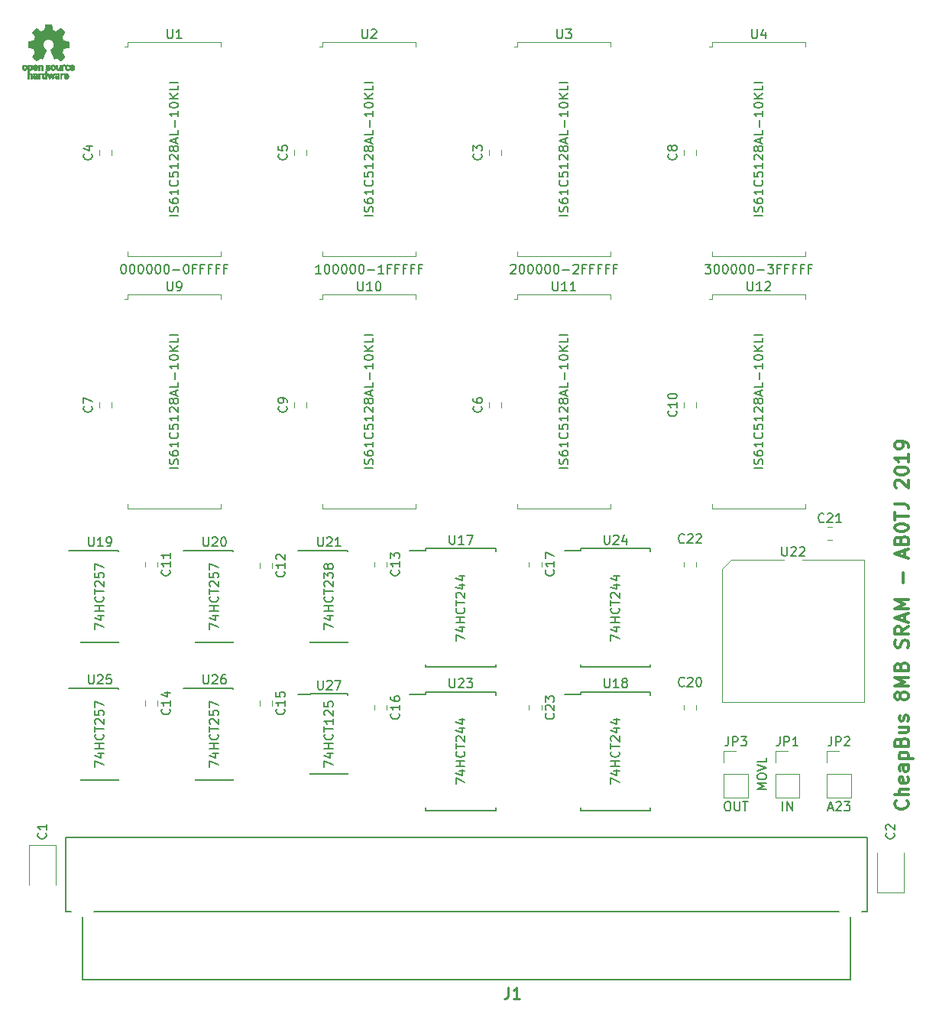
<source format=gbr>
G04 #@! TF.GenerationSoftware,KiCad,Pcbnew,(5.0.2)-1*
G04 #@! TF.CreationDate,2019-02-18T11:06:25-07:00*
G04 #@! TF.ProjectId,8MB SRAM,384d4220-5352-4414-9d2e-6b696361645f,rev?*
G04 #@! TF.SameCoordinates,Original*
G04 #@! TF.FileFunction,Legend,Top*
G04 #@! TF.FilePolarity,Positive*
%FSLAX46Y46*%
G04 Gerber Fmt 4.6, Leading zero omitted, Abs format (unit mm)*
G04 Created by KiCad (PCBNEW (5.0.2)-1) date 2/18/2019 11:06:25 AM*
%MOMM*%
%LPD*%
G01*
G04 APERTURE LIST*
%ADD10C,0.150000*%
%ADD11C,0.300000*%
%ADD12C,0.120000*%
%ADD13C,0.152400*%
%ADD14C,0.010000*%
%ADD15C,0.254000*%
G04 APERTURE END LIST*
D10*
X96282619Y-47077380D02*
X96901666Y-47077380D01*
X96568333Y-47458333D01*
X96711190Y-47458333D01*
X96806428Y-47505952D01*
X96854047Y-47553571D01*
X96901666Y-47648809D01*
X96901666Y-47886904D01*
X96854047Y-47982142D01*
X96806428Y-48029761D01*
X96711190Y-48077380D01*
X96425476Y-48077380D01*
X96330238Y-48029761D01*
X96282619Y-47982142D01*
X97520714Y-47077380D02*
X97615952Y-47077380D01*
X97711190Y-47125000D01*
X97758809Y-47172619D01*
X97806428Y-47267857D01*
X97854047Y-47458333D01*
X97854047Y-47696428D01*
X97806428Y-47886904D01*
X97758809Y-47982142D01*
X97711190Y-48029761D01*
X97615952Y-48077380D01*
X97520714Y-48077380D01*
X97425476Y-48029761D01*
X97377857Y-47982142D01*
X97330238Y-47886904D01*
X97282619Y-47696428D01*
X97282619Y-47458333D01*
X97330238Y-47267857D01*
X97377857Y-47172619D01*
X97425476Y-47125000D01*
X97520714Y-47077380D01*
X98473095Y-47077380D02*
X98568333Y-47077380D01*
X98663571Y-47125000D01*
X98711190Y-47172619D01*
X98758809Y-47267857D01*
X98806428Y-47458333D01*
X98806428Y-47696428D01*
X98758809Y-47886904D01*
X98711190Y-47982142D01*
X98663571Y-48029761D01*
X98568333Y-48077380D01*
X98473095Y-48077380D01*
X98377857Y-48029761D01*
X98330238Y-47982142D01*
X98282619Y-47886904D01*
X98235000Y-47696428D01*
X98235000Y-47458333D01*
X98282619Y-47267857D01*
X98330238Y-47172619D01*
X98377857Y-47125000D01*
X98473095Y-47077380D01*
X99425476Y-47077380D02*
X99520714Y-47077380D01*
X99615952Y-47125000D01*
X99663571Y-47172619D01*
X99711190Y-47267857D01*
X99758809Y-47458333D01*
X99758809Y-47696428D01*
X99711190Y-47886904D01*
X99663571Y-47982142D01*
X99615952Y-48029761D01*
X99520714Y-48077380D01*
X99425476Y-48077380D01*
X99330238Y-48029761D01*
X99282619Y-47982142D01*
X99235000Y-47886904D01*
X99187380Y-47696428D01*
X99187380Y-47458333D01*
X99235000Y-47267857D01*
X99282619Y-47172619D01*
X99330238Y-47125000D01*
X99425476Y-47077380D01*
X100377857Y-47077380D02*
X100473095Y-47077380D01*
X100568333Y-47125000D01*
X100615952Y-47172619D01*
X100663571Y-47267857D01*
X100711190Y-47458333D01*
X100711190Y-47696428D01*
X100663571Y-47886904D01*
X100615952Y-47982142D01*
X100568333Y-48029761D01*
X100473095Y-48077380D01*
X100377857Y-48077380D01*
X100282619Y-48029761D01*
X100235000Y-47982142D01*
X100187380Y-47886904D01*
X100139761Y-47696428D01*
X100139761Y-47458333D01*
X100187380Y-47267857D01*
X100235000Y-47172619D01*
X100282619Y-47125000D01*
X100377857Y-47077380D01*
X101330238Y-47077380D02*
X101425476Y-47077380D01*
X101520714Y-47125000D01*
X101568333Y-47172619D01*
X101615952Y-47267857D01*
X101663571Y-47458333D01*
X101663571Y-47696428D01*
X101615952Y-47886904D01*
X101568333Y-47982142D01*
X101520714Y-48029761D01*
X101425476Y-48077380D01*
X101330238Y-48077380D01*
X101235000Y-48029761D01*
X101187380Y-47982142D01*
X101139761Y-47886904D01*
X101092142Y-47696428D01*
X101092142Y-47458333D01*
X101139761Y-47267857D01*
X101187380Y-47172619D01*
X101235000Y-47125000D01*
X101330238Y-47077380D01*
X102092142Y-47696428D02*
X102854047Y-47696428D01*
X103235000Y-47077380D02*
X103854047Y-47077380D01*
X103520714Y-47458333D01*
X103663571Y-47458333D01*
X103758809Y-47505952D01*
X103806428Y-47553571D01*
X103854047Y-47648809D01*
X103854047Y-47886904D01*
X103806428Y-47982142D01*
X103758809Y-48029761D01*
X103663571Y-48077380D01*
X103377857Y-48077380D01*
X103282619Y-48029761D01*
X103235000Y-47982142D01*
X104615952Y-47553571D02*
X104282619Y-47553571D01*
X104282619Y-48077380D02*
X104282619Y-47077380D01*
X104758809Y-47077380D01*
X105473095Y-47553571D02*
X105139761Y-47553571D01*
X105139761Y-48077380D02*
X105139761Y-47077380D01*
X105615952Y-47077380D01*
X106330238Y-47553571D02*
X105996904Y-47553571D01*
X105996904Y-48077380D02*
X105996904Y-47077380D01*
X106473095Y-47077380D01*
X107187380Y-47553571D02*
X106854047Y-47553571D01*
X106854047Y-48077380D02*
X106854047Y-47077380D01*
X107330238Y-47077380D01*
X108044523Y-47553571D02*
X107711190Y-47553571D01*
X107711190Y-48077380D02*
X107711190Y-47077380D01*
X108187380Y-47077380D01*
X74740238Y-47172619D02*
X74787857Y-47125000D01*
X74883095Y-47077380D01*
X75121190Y-47077380D01*
X75216428Y-47125000D01*
X75264047Y-47172619D01*
X75311666Y-47267857D01*
X75311666Y-47363095D01*
X75264047Y-47505952D01*
X74692619Y-48077380D01*
X75311666Y-48077380D01*
X75930714Y-47077380D02*
X76025952Y-47077380D01*
X76121190Y-47125000D01*
X76168809Y-47172619D01*
X76216428Y-47267857D01*
X76264047Y-47458333D01*
X76264047Y-47696428D01*
X76216428Y-47886904D01*
X76168809Y-47982142D01*
X76121190Y-48029761D01*
X76025952Y-48077380D01*
X75930714Y-48077380D01*
X75835476Y-48029761D01*
X75787857Y-47982142D01*
X75740238Y-47886904D01*
X75692619Y-47696428D01*
X75692619Y-47458333D01*
X75740238Y-47267857D01*
X75787857Y-47172619D01*
X75835476Y-47125000D01*
X75930714Y-47077380D01*
X76883095Y-47077380D02*
X76978333Y-47077380D01*
X77073571Y-47125000D01*
X77121190Y-47172619D01*
X77168809Y-47267857D01*
X77216428Y-47458333D01*
X77216428Y-47696428D01*
X77168809Y-47886904D01*
X77121190Y-47982142D01*
X77073571Y-48029761D01*
X76978333Y-48077380D01*
X76883095Y-48077380D01*
X76787857Y-48029761D01*
X76740238Y-47982142D01*
X76692619Y-47886904D01*
X76645000Y-47696428D01*
X76645000Y-47458333D01*
X76692619Y-47267857D01*
X76740238Y-47172619D01*
X76787857Y-47125000D01*
X76883095Y-47077380D01*
X77835476Y-47077380D02*
X77930714Y-47077380D01*
X78025952Y-47125000D01*
X78073571Y-47172619D01*
X78121190Y-47267857D01*
X78168809Y-47458333D01*
X78168809Y-47696428D01*
X78121190Y-47886904D01*
X78073571Y-47982142D01*
X78025952Y-48029761D01*
X77930714Y-48077380D01*
X77835476Y-48077380D01*
X77740238Y-48029761D01*
X77692619Y-47982142D01*
X77645000Y-47886904D01*
X77597380Y-47696428D01*
X77597380Y-47458333D01*
X77645000Y-47267857D01*
X77692619Y-47172619D01*
X77740238Y-47125000D01*
X77835476Y-47077380D01*
X78787857Y-47077380D02*
X78883095Y-47077380D01*
X78978333Y-47125000D01*
X79025952Y-47172619D01*
X79073571Y-47267857D01*
X79121190Y-47458333D01*
X79121190Y-47696428D01*
X79073571Y-47886904D01*
X79025952Y-47982142D01*
X78978333Y-48029761D01*
X78883095Y-48077380D01*
X78787857Y-48077380D01*
X78692619Y-48029761D01*
X78645000Y-47982142D01*
X78597380Y-47886904D01*
X78549761Y-47696428D01*
X78549761Y-47458333D01*
X78597380Y-47267857D01*
X78645000Y-47172619D01*
X78692619Y-47125000D01*
X78787857Y-47077380D01*
X79740238Y-47077380D02*
X79835476Y-47077380D01*
X79930714Y-47125000D01*
X79978333Y-47172619D01*
X80025952Y-47267857D01*
X80073571Y-47458333D01*
X80073571Y-47696428D01*
X80025952Y-47886904D01*
X79978333Y-47982142D01*
X79930714Y-48029761D01*
X79835476Y-48077380D01*
X79740238Y-48077380D01*
X79645000Y-48029761D01*
X79597380Y-47982142D01*
X79549761Y-47886904D01*
X79502142Y-47696428D01*
X79502142Y-47458333D01*
X79549761Y-47267857D01*
X79597380Y-47172619D01*
X79645000Y-47125000D01*
X79740238Y-47077380D01*
X80502142Y-47696428D02*
X81264047Y-47696428D01*
X81692619Y-47172619D02*
X81740238Y-47125000D01*
X81835476Y-47077380D01*
X82073571Y-47077380D01*
X82168809Y-47125000D01*
X82216428Y-47172619D01*
X82264047Y-47267857D01*
X82264047Y-47363095D01*
X82216428Y-47505952D01*
X81645000Y-48077380D01*
X82264047Y-48077380D01*
X83025952Y-47553571D02*
X82692619Y-47553571D01*
X82692619Y-48077380D02*
X82692619Y-47077380D01*
X83168809Y-47077380D01*
X83883095Y-47553571D02*
X83549761Y-47553571D01*
X83549761Y-48077380D02*
X83549761Y-47077380D01*
X84025952Y-47077380D01*
X84740238Y-47553571D02*
X84406904Y-47553571D01*
X84406904Y-48077380D02*
X84406904Y-47077380D01*
X84883095Y-47077380D01*
X85597380Y-47553571D02*
X85264047Y-47553571D01*
X85264047Y-48077380D02*
X85264047Y-47077380D01*
X85740238Y-47077380D01*
X86454523Y-47553571D02*
X86121190Y-47553571D01*
X86121190Y-48077380D02*
X86121190Y-47077380D01*
X86597380Y-47077380D01*
X53721666Y-48077380D02*
X53150238Y-48077380D01*
X53435952Y-48077380D02*
X53435952Y-47077380D01*
X53340714Y-47220238D01*
X53245476Y-47315476D01*
X53150238Y-47363095D01*
X54340714Y-47077380D02*
X54435952Y-47077380D01*
X54531190Y-47125000D01*
X54578809Y-47172619D01*
X54626428Y-47267857D01*
X54674047Y-47458333D01*
X54674047Y-47696428D01*
X54626428Y-47886904D01*
X54578809Y-47982142D01*
X54531190Y-48029761D01*
X54435952Y-48077380D01*
X54340714Y-48077380D01*
X54245476Y-48029761D01*
X54197857Y-47982142D01*
X54150238Y-47886904D01*
X54102619Y-47696428D01*
X54102619Y-47458333D01*
X54150238Y-47267857D01*
X54197857Y-47172619D01*
X54245476Y-47125000D01*
X54340714Y-47077380D01*
X55293095Y-47077380D02*
X55388333Y-47077380D01*
X55483571Y-47125000D01*
X55531190Y-47172619D01*
X55578809Y-47267857D01*
X55626428Y-47458333D01*
X55626428Y-47696428D01*
X55578809Y-47886904D01*
X55531190Y-47982142D01*
X55483571Y-48029761D01*
X55388333Y-48077380D01*
X55293095Y-48077380D01*
X55197857Y-48029761D01*
X55150238Y-47982142D01*
X55102619Y-47886904D01*
X55055000Y-47696428D01*
X55055000Y-47458333D01*
X55102619Y-47267857D01*
X55150238Y-47172619D01*
X55197857Y-47125000D01*
X55293095Y-47077380D01*
X56245476Y-47077380D02*
X56340714Y-47077380D01*
X56435952Y-47125000D01*
X56483571Y-47172619D01*
X56531190Y-47267857D01*
X56578809Y-47458333D01*
X56578809Y-47696428D01*
X56531190Y-47886904D01*
X56483571Y-47982142D01*
X56435952Y-48029761D01*
X56340714Y-48077380D01*
X56245476Y-48077380D01*
X56150238Y-48029761D01*
X56102619Y-47982142D01*
X56055000Y-47886904D01*
X56007380Y-47696428D01*
X56007380Y-47458333D01*
X56055000Y-47267857D01*
X56102619Y-47172619D01*
X56150238Y-47125000D01*
X56245476Y-47077380D01*
X57197857Y-47077380D02*
X57293095Y-47077380D01*
X57388333Y-47125000D01*
X57435952Y-47172619D01*
X57483571Y-47267857D01*
X57531190Y-47458333D01*
X57531190Y-47696428D01*
X57483571Y-47886904D01*
X57435952Y-47982142D01*
X57388333Y-48029761D01*
X57293095Y-48077380D01*
X57197857Y-48077380D01*
X57102619Y-48029761D01*
X57055000Y-47982142D01*
X57007380Y-47886904D01*
X56959761Y-47696428D01*
X56959761Y-47458333D01*
X57007380Y-47267857D01*
X57055000Y-47172619D01*
X57102619Y-47125000D01*
X57197857Y-47077380D01*
X58150238Y-47077380D02*
X58245476Y-47077380D01*
X58340714Y-47125000D01*
X58388333Y-47172619D01*
X58435952Y-47267857D01*
X58483571Y-47458333D01*
X58483571Y-47696428D01*
X58435952Y-47886904D01*
X58388333Y-47982142D01*
X58340714Y-48029761D01*
X58245476Y-48077380D01*
X58150238Y-48077380D01*
X58055000Y-48029761D01*
X58007380Y-47982142D01*
X57959761Y-47886904D01*
X57912142Y-47696428D01*
X57912142Y-47458333D01*
X57959761Y-47267857D01*
X58007380Y-47172619D01*
X58055000Y-47125000D01*
X58150238Y-47077380D01*
X58912142Y-47696428D02*
X59674047Y-47696428D01*
X60674047Y-48077380D02*
X60102619Y-48077380D01*
X60388333Y-48077380D02*
X60388333Y-47077380D01*
X60293095Y-47220238D01*
X60197857Y-47315476D01*
X60102619Y-47363095D01*
X61435952Y-47553571D02*
X61102619Y-47553571D01*
X61102619Y-48077380D02*
X61102619Y-47077380D01*
X61578809Y-47077380D01*
X62293095Y-47553571D02*
X61959761Y-47553571D01*
X61959761Y-48077380D02*
X61959761Y-47077380D01*
X62435952Y-47077380D01*
X63150238Y-47553571D02*
X62816904Y-47553571D01*
X62816904Y-48077380D02*
X62816904Y-47077380D01*
X63293095Y-47077380D01*
X64007380Y-47553571D02*
X63674047Y-47553571D01*
X63674047Y-48077380D02*
X63674047Y-47077380D01*
X64150238Y-47077380D01*
X64864523Y-47553571D02*
X64531190Y-47553571D01*
X64531190Y-48077380D02*
X64531190Y-47077380D01*
X65007380Y-47077380D01*
X31798333Y-47077380D02*
X31893571Y-47077380D01*
X31988809Y-47125000D01*
X32036428Y-47172619D01*
X32084047Y-47267857D01*
X32131666Y-47458333D01*
X32131666Y-47696428D01*
X32084047Y-47886904D01*
X32036428Y-47982142D01*
X31988809Y-48029761D01*
X31893571Y-48077380D01*
X31798333Y-48077380D01*
X31703095Y-48029761D01*
X31655476Y-47982142D01*
X31607857Y-47886904D01*
X31560238Y-47696428D01*
X31560238Y-47458333D01*
X31607857Y-47267857D01*
X31655476Y-47172619D01*
X31703095Y-47125000D01*
X31798333Y-47077380D01*
X32750714Y-47077380D02*
X32845952Y-47077380D01*
X32941190Y-47125000D01*
X32988809Y-47172619D01*
X33036428Y-47267857D01*
X33084047Y-47458333D01*
X33084047Y-47696428D01*
X33036428Y-47886904D01*
X32988809Y-47982142D01*
X32941190Y-48029761D01*
X32845952Y-48077380D01*
X32750714Y-48077380D01*
X32655476Y-48029761D01*
X32607857Y-47982142D01*
X32560238Y-47886904D01*
X32512619Y-47696428D01*
X32512619Y-47458333D01*
X32560238Y-47267857D01*
X32607857Y-47172619D01*
X32655476Y-47125000D01*
X32750714Y-47077380D01*
X33703095Y-47077380D02*
X33798333Y-47077380D01*
X33893571Y-47125000D01*
X33941190Y-47172619D01*
X33988809Y-47267857D01*
X34036428Y-47458333D01*
X34036428Y-47696428D01*
X33988809Y-47886904D01*
X33941190Y-47982142D01*
X33893571Y-48029761D01*
X33798333Y-48077380D01*
X33703095Y-48077380D01*
X33607857Y-48029761D01*
X33560238Y-47982142D01*
X33512619Y-47886904D01*
X33465000Y-47696428D01*
X33465000Y-47458333D01*
X33512619Y-47267857D01*
X33560238Y-47172619D01*
X33607857Y-47125000D01*
X33703095Y-47077380D01*
X34655476Y-47077380D02*
X34750714Y-47077380D01*
X34845952Y-47125000D01*
X34893571Y-47172619D01*
X34941190Y-47267857D01*
X34988809Y-47458333D01*
X34988809Y-47696428D01*
X34941190Y-47886904D01*
X34893571Y-47982142D01*
X34845952Y-48029761D01*
X34750714Y-48077380D01*
X34655476Y-48077380D01*
X34560238Y-48029761D01*
X34512619Y-47982142D01*
X34465000Y-47886904D01*
X34417380Y-47696428D01*
X34417380Y-47458333D01*
X34465000Y-47267857D01*
X34512619Y-47172619D01*
X34560238Y-47125000D01*
X34655476Y-47077380D01*
X35607857Y-47077380D02*
X35703095Y-47077380D01*
X35798333Y-47125000D01*
X35845952Y-47172619D01*
X35893571Y-47267857D01*
X35941190Y-47458333D01*
X35941190Y-47696428D01*
X35893571Y-47886904D01*
X35845952Y-47982142D01*
X35798333Y-48029761D01*
X35703095Y-48077380D01*
X35607857Y-48077380D01*
X35512619Y-48029761D01*
X35465000Y-47982142D01*
X35417380Y-47886904D01*
X35369761Y-47696428D01*
X35369761Y-47458333D01*
X35417380Y-47267857D01*
X35465000Y-47172619D01*
X35512619Y-47125000D01*
X35607857Y-47077380D01*
X36560238Y-47077380D02*
X36655476Y-47077380D01*
X36750714Y-47125000D01*
X36798333Y-47172619D01*
X36845952Y-47267857D01*
X36893571Y-47458333D01*
X36893571Y-47696428D01*
X36845952Y-47886904D01*
X36798333Y-47982142D01*
X36750714Y-48029761D01*
X36655476Y-48077380D01*
X36560238Y-48077380D01*
X36465000Y-48029761D01*
X36417380Y-47982142D01*
X36369761Y-47886904D01*
X36322142Y-47696428D01*
X36322142Y-47458333D01*
X36369761Y-47267857D01*
X36417380Y-47172619D01*
X36465000Y-47125000D01*
X36560238Y-47077380D01*
X37322142Y-47696428D02*
X38084047Y-47696428D01*
X38750714Y-47077380D02*
X38845952Y-47077380D01*
X38941190Y-47125000D01*
X38988809Y-47172619D01*
X39036428Y-47267857D01*
X39084047Y-47458333D01*
X39084047Y-47696428D01*
X39036428Y-47886904D01*
X38988809Y-47982142D01*
X38941190Y-48029761D01*
X38845952Y-48077380D01*
X38750714Y-48077380D01*
X38655476Y-48029761D01*
X38607857Y-47982142D01*
X38560238Y-47886904D01*
X38512619Y-47696428D01*
X38512619Y-47458333D01*
X38560238Y-47267857D01*
X38607857Y-47172619D01*
X38655476Y-47125000D01*
X38750714Y-47077380D01*
X39845952Y-47553571D02*
X39512619Y-47553571D01*
X39512619Y-48077380D02*
X39512619Y-47077380D01*
X39988809Y-47077380D01*
X40703095Y-47553571D02*
X40369761Y-47553571D01*
X40369761Y-48077380D02*
X40369761Y-47077380D01*
X40845952Y-47077380D01*
X41560238Y-47553571D02*
X41226904Y-47553571D01*
X41226904Y-48077380D02*
X41226904Y-47077380D01*
X41703095Y-47077380D01*
X42417380Y-47553571D02*
X42084047Y-47553571D01*
X42084047Y-48077380D02*
X42084047Y-47077380D01*
X42560238Y-47077380D01*
X43274523Y-47553571D02*
X42941190Y-47553571D01*
X42941190Y-48077380D02*
X42941190Y-47077380D01*
X43417380Y-47077380D01*
D11*
X118645714Y-106423571D02*
X118717142Y-106495000D01*
X118788571Y-106709285D01*
X118788571Y-106852142D01*
X118717142Y-107066428D01*
X118574285Y-107209285D01*
X118431428Y-107280714D01*
X118145714Y-107352142D01*
X117931428Y-107352142D01*
X117645714Y-107280714D01*
X117502857Y-107209285D01*
X117360000Y-107066428D01*
X117288571Y-106852142D01*
X117288571Y-106709285D01*
X117360000Y-106495000D01*
X117431428Y-106423571D01*
X118788571Y-105780714D02*
X117288571Y-105780714D01*
X118788571Y-105137857D02*
X118002857Y-105137857D01*
X117860000Y-105209285D01*
X117788571Y-105352142D01*
X117788571Y-105566428D01*
X117860000Y-105709285D01*
X117931428Y-105780714D01*
X118717142Y-103852142D02*
X118788571Y-103995000D01*
X118788571Y-104280714D01*
X118717142Y-104423571D01*
X118574285Y-104495000D01*
X118002857Y-104495000D01*
X117860000Y-104423571D01*
X117788571Y-104280714D01*
X117788571Y-103995000D01*
X117860000Y-103852142D01*
X118002857Y-103780714D01*
X118145714Y-103780714D01*
X118288571Y-104495000D01*
X118788571Y-102495000D02*
X118002857Y-102495000D01*
X117860000Y-102566428D01*
X117788571Y-102709285D01*
X117788571Y-102995000D01*
X117860000Y-103137857D01*
X118717142Y-102495000D02*
X118788571Y-102637857D01*
X118788571Y-102995000D01*
X118717142Y-103137857D01*
X118574285Y-103209285D01*
X118431428Y-103209285D01*
X118288571Y-103137857D01*
X118217142Y-102995000D01*
X118217142Y-102637857D01*
X118145714Y-102495000D01*
X117788571Y-101780714D02*
X119288571Y-101780714D01*
X117860000Y-101780714D02*
X117788571Y-101637857D01*
X117788571Y-101352142D01*
X117860000Y-101209285D01*
X117931428Y-101137857D01*
X118074285Y-101066428D01*
X118502857Y-101066428D01*
X118645714Y-101137857D01*
X118717142Y-101209285D01*
X118788571Y-101352142D01*
X118788571Y-101637857D01*
X118717142Y-101780714D01*
X118002857Y-99923571D02*
X118074285Y-99709285D01*
X118145714Y-99637857D01*
X118288571Y-99566428D01*
X118502857Y-99566428D01*
X118645714Y-99637857D01*
X118717142Y-99709285D01*
X118788571Y-99852142D01*
X118788571Y-100423571D01*
X117288571Y-100423571D01*
X117288571Y-99923571D01*
X117360000Y-99780714D01*
X117431428Y-99709285D01*
X117574285Y-99637857D01*
X117717142Y-99637857D01*
X117860000Y-99709285D01*
X117931428Y-99780714D01*
X118002857Y-99923571D01*
X118002857Y-100423571D01*
X117788571Y-98280714D02*
X118788571Y-98280714D01*
X117788571Y-98923571D02*
X118574285Y-98923571D01*
X118717142Y-98852142D01*
X118788571Y-98709285D01*
X118788571Y-98495000D01*
X118717142Y-98352142D01*
X118645714Y-98280714D01*
X118717142Y-97637857D02*
X118788571Y-97495000D01*
X118788571Y-97209285D01*
X118717142Y-97066428D01*
X118574285Y-96995000D01*
X118502857Y-96995000D01*
X118360000Y-97066428D01*
X118288571Y-97209285D01*
X118288571Y-97423571D01*
X118217142Y-97566428D01*
X118074285Y-97637857D01*
X118002857Y-97637857D01*
X117860000Y-97566428D01*
X117788571Y-97423571D01*
X117788571Y-97209285D01*
X117860000Y-97066428D01*
X117931428Y-94995000D02*
X117860000Y-95137857D01*
X117788571Y-95209285D01*
X117645714Y-95280714D01*
X117574285Y-95280714D01*
X117431428Y-95209285D01*
X117360000Y-95137857D01*
X117288571Y-94995000D01*
X117288571Y-94709285D01*
X117360000Y-94566428D01*
X117431428Y-94495000D01*
X117574285Y-94423571D01*
X117645714Y-94423571D01*
X117788571Y-94495000D01*
X117860000Y-94566428D01*
X117931428Y-94709285D01*
X117931428Y-94995000D01*
X118002857Y-95137857D01*
X118074285Y-95209285D01*
X118217142Y-95280714D01*
X118502857Y-95280714D01*
X118645714Y-95209285D01*
X118717142Y-95137857D01*
X118788571Y-94995000D01*
X118788571Y-94709285D01*
X118717142Y-94566428D01*
X118645714Y-94495000D01*
X118502857Y-94423571D01*
X118217142Y-94423571D01*
X118074285Y-94495000D01*
X118002857Y-94566428D01*
X117931428Y-94709285D01*
X118788571Y-93780714D02*
X117288571Y-93780714D01*
X118360000Y-93280714D01*
X117288571Y-92780714D01*
X118788571Y-92780714D01*
X118002857Y-91566428D02*
X118074285Y-91352142D01*
X118145714Y-91280714D01*
X118288571Y-91209285D01*
X118502857Y-91209285D01*
X118645714Y-91280714D01*
X118717142Y-91352142D01*
X118788571Y-91495000D01*
X118788571Y-92066428D01*
X117288571Y-92066428D01*
X117288571Y-91566428D01*
X117360000Y-91423571D01*
X117431428Y-91352142D01*
X117574285Y-91280714D01*
X117717142Y-91280714D01*
X117860000Y-91352142D01*
X117931428Y-91423571D01*
X118002857Y-91566428D01*
X118002857Y-92066428D01*
X118717142Y-89495000D02*
X118788571Y-89280714D01*
X118788571Y-88923571D01*
X118717142Y-88780714D01*
X118645714Y-88709285D01*
X118502857Y-88637857D01*
X118360000Y-88637857D01*
X118217142Y-88709285D01*
X118145714Y-88780714D01*
X118074285Y-88923571D01*
X118002857Y-89209285D01*
X117931428Y-89352142D01*
X117860000Y-89423571D01*
X117717142Y-89495000D01*
X117574285Y-89495000D01*
X117431428Y-89423571D01*
X117360000Y-89352142D01*
X117288571Y-89209285D01*
X117288571Y-88852142D01*
X117360000Y-88637857D01*
X118788571Y-87137857D02*
X118074285Y-87637857D01*
X118788571Y-87995000D02*
X117288571Y-87995000D01*
X117288571Y-87423571D01*
X117360000Y-87280714D01*
X117431428Y-87209285D01*
X117574285Y-87137857D01*
X117788571Y-87137857D01*
X117931428Y-87209285D01*
X118002857Y-87280714D01*
X118074285Y-87423571D01*
X118074285Y-87995000D01*
X118360000Y-86566428D02*
X118360000Y-85852142D01*
X118788571Y-86709285D02*
X117288571Y-86209285D01*
X118788571Y-85709285D01*
X118788571Y-85209285D02*
X117288571Y-85209285D01*
X118360000Y-84709285D01*
X117288571Y-84209285D01*
X118788571Y-84209285D01*
X118217142Y-82352142D02*
X118217142Y-81209285D01*
X118360000Y-79423571D02*
X118360000Y-78709285D01*
X118788571Y-79566428D02*
X117288571Y-79066428D01*
X118788571Y-78566428D01*
X118002857Y-77566428D02*
X118074285Y-77352142D01*
X118145714Y-77280714D01*
X118288571Y-77209285D01*
X118502857Y-77209285D01*
X118645714Y-77280714D01*
X118717142Y-77352142D01*
X118788571Y-77495000D01*
X118788571Y-78066428D01*
X117288571Y-78066428D01*
X117288571Y-77566428D01*
X117360000Y-77423571D01*
X117431428Y-77352142D01*
X117574285Y-77280714D01*
X117717142Y-77280714D01*
X117860000Y-77352142D01*
X117931428Y-77423571D01*
X118002857Y-77566428D01*
X118002857Y-78066428D01*
X117288571Y-76280714D02*
X117288571Y-76137857D01*
X117360000Y-75995000D01*
X117431428Y-75923571D01*
X117574285Y-75852142D01*
X117860000Y-75780714D01*
X118217142Y-75780714D01*
X118502857Y-75852142D01*
X118645714Y-75923571D01*
X118717142Y-75995000D01*
X118788571Y-76137857D01*
X118788571Y-76280714D01*
X118717142Y-76423571D01*
X118645714Y-76495000D01*
X118502857Y-76566428D01*
X118217142Y-76637857D01*
X117860000Y-76637857D01*
X117574285Y-76566428D01*
X117431428Y-76495000D01*
X117360000Y-76423571D01*
X117288571Y-76280714D01*
X117288571Y-75352142D02*
X117288571Y-74495000D01*
X118788571Y-74923571D02*
X117288571Y-74923571D01*
X117288571Y-73566428D02*
X118360000Y-73566428D01*
X118574285Y-73637857D01*
X118717142Y-73780714D01*
X118788571Y-73995000D01*
X118788571Y-74137857D01*
X117431428Y-71780714D02*
X117360000Y-71709285D01*
X117288571Y-71566428D01*
X117288571Y-71209285D01*
X117360000Y-71066428D01*
X117431428Y-70995000D01*
X117574285Y-70923571D01*
X117717142Y-70923571D01*
X117931428Y-70995000D01*
X118788571Y-71852142D01*
X118788571Y-70923571D01*
X117288571Y-69995000D02*
X117288571Y-69852142D01*
X117360000Y-69709285D01*
X117431428Y-69637857D01*
X117574285Y-69566428D01*
X117860000Y-69495000D01*
X118217142Y-69495000D01*
X118502857Y-69566428D01*
X118645714Y-69637857D01*
X118717142Y-69709285D01*
X118788571Y-69852142D01*
X118788571Y-69995000D01*
X118717142Y-70137857D01*
X118645714Y-70209285D01*
X118502857Y-70280714D01*
X118217142Y-70352142D01*
X117860000Y-70352142D01*
X117574285Y-70280714D01*
X117431428Y-70209285D01*
X117360000Y-70137857D01*
X117288571Y-69995000D01*
X118788571Y-68066428D02*
X118788571Y-68923571D01*
X118788571Y-68495000D02*
X117288571Y-68495000D01*
X117502857Y-68637857D01*
X117645714Y-68780714D01*
X117717142Y-68923571D01*
X118788571Y-67352142D02*
X118788571Y-67066428D01*
X118717142Y-66923571D01*
X118645714Y-66852142D01*
X118431428Y-66709285D01*
X118145714Y-66637857D01*
X117574285Y-66637857D01*
X117431428Y-66709285D01*
X117360000Y-66780714D01*
X117288571Y-66923571D01*
X117288571Y-67209285D01*
X117360000Y-67352142D01*
X117431428Y-67423571D01*
X117574285Y-67495000D01*
X117931428Y-67495000D01*
X118074285Y-67423571D01*
X118145714Y-67352142D01*
X118217142Y-67209285D01*
X118217142Y-66923571D01*
X118145714Y-66780714D01*
X118074285Y-66709285D01*
X117931428Y-66637857D01*
D10*
X103068380Y-105195476D02*
X102068380Y-105195476D01*
X102782666Y-104862142D01*
X102068380Y-104528809D01*
X103068380Y-104528809D01*
X102068380Y-103862142D02*
X102068380Y-103671666D01*
X102116000Y-103576428D01*
X102211238Y-103481190D01*
X102401714Y-103433571D01*
X102735047Y-103433571D01*
X102925523Y-103481190D01*
X103020761Y-103576428D01*
X103068380Y-103671666D01*
X103068380Y-103862142D01*
X103020761Y-103957380D01*
X102925523Y-104052619D01*
X102735047Y-104100238D01*
X102401714Y-104100238D01*
X102211238Y-104052619D01*
X102116000Y-103957380D01*
X102068380Y-103862142D01*
X102068380Y-103147857D02*
X103068380Y-102814523D01*
X102068380Y-102481190D01*
X103068380Y-101671666D02*
X103068380Y-102147857D01*
X102068380Y-102147857D01*
D12*
G04 #@! TO.C,C17*
X78180000Y-79993748D02*
X78180000Y-80516252D01*
X76760000Y-79993748D02*
X76760000Y-80516252D01*
G04 #@! TO.C,C20*
X95325000Y-95868748D02*
X95325000Y-96391252D01*
X93905000Y-95868748D02*
X93905000Y-96391252D01*
G04 #@! TO.C,C21*
X109838748Y-77545000D02*
X110361252Y-77545000D01*
X109838748Y-76125000D02*
X110361252Y-76125000D01*
G04 #@! TO.C,C22*
X95325000Y-79993748D02*
X95325000Y-80516252D01*
X93905000Y-79993748D02*
X93905000Y-80516252D01*
G04 #@! TO.C,C23*
X76760000Y-95868748D02*
X76760000Y-96391252D01*
X78180000Y-95868748D02*
X78180000Y-96391252D01*
G04 #@! TO.C,C15*
X46915000Y-95378748D02*
X46915000Y-95901252D01*
X48335000Y-95378748D02*
X48335000Y-95901252D01*
G04 #@! TO.C,C3*
X73735000Y-34418748D02*
X73735000Y-34941252D01*
X72315000Y-34418748D02*
X72315000Y-34941252D01*
G04 #@! TO.C,C4*
X29135000Y-34418748D02*
X29135000Y-34941252D01*
X30555000Y-34418748D02*
X30555000Y-34941252D01*
G04 #@! TO.C,C5*
X52145000Y-34418748D02*
X52145000Y-34941252D01*
X50725000Y-34418748D02*
X50725000Y-34941252D01*
G04 #@! TO.C,C6*
X72315000Y-62358748D02*
X72315000Y-62881252D01*
X73735000Y-62358748D02*
X73735000Y-62881252D01*
G04 #@! TO.C,C7*
X30555000Y-62358748D02*
X30555000Y-62881252D01*
X29135000Y-62358748D02*
X29135000Y-62881252D01*
G04 #@! TO.C,C8*
X93905000Y-34418748D02*
X93905000Y-34941252D01*
X95325000Y-34418748D02*
X95325000Y-34941252D01*
G04 #@! TO.C,C9*
X52145000Y-62358748D02*
X52145000Y-62881252D01*
X50725000Y-62358748D02*
X50725000Y-62881252D01*
G04 #@! TO.C,C10*
X93905000Y-62358748D02*
X93905000Y-62881252D01*
X95325000Y-62358748D02*
X95325000Y-62881252D01*
G04 #@! TO.C,C11*
X35635000Y-79993748D02*
X35635000Y-80516252D01*
X34215000Y-79993748D02*
X34215000Y-80516252D01*
G04 #@! TO.C,C12*
X46915000Y-80138748D02*
X46915000Y-80661252D01*
X48335000Y-80138748D02*
X48335000Y-80661252D01*
G04 #@! TO.C,C13*
X61035000Y-79993748D02*
X61035000Y-80516252D01*
X59615000Y-79993748D02*
X59615000Y-80516252D01*
G04 #@! TO.C,C16*
X59615000Y-95868748D02*
X59615000Y-96391252D01*
X61035000Y-95868748D02*
X61035000Y-96391252D01*
G04 #@! TO.C,C14*
X35635000Y-95378748D02*
X35635000Y-95901252D01*
X34215000Y-95378748D02*
X34215000Y-95901252D01*
G04 #@! TO.C,C1*
X21350000Y-111385000D02*
X21350000Y-115770000D01*
X24370000Y-111385000D02*
X21350000Y-111385000D01*
X24370000Y-115770000D02*
X24370000Y-111385000D01*
G04 #@! TO.C,C2*
X115330000Y-112195000D02*
X115330000Y-116580000D01*
X115330000Y-116580000D02*
X118350000Y-116580000D01*
X118350000Y-116580000D02*
X118350000Y-112195000D01*
G04 #@! TO.C,JP3*
X98365000Y-106105000D02*
X101025000Y-106105000D01*
X98365000Y-103505000D02*
X98365000Y-106105000D01*
X101025000Y-103505000D02*
X101025000Y-106105000D01*
X98365000Y-103505000D02*
X101025000Y-103505000D01*
X98365000Y-102235000D02*
X98365000Y-100905000D01*
X98365000Y-100905000D02*
X99695000Y-100905000D01*
G04 #@! TO.C,JP2*
X109795000Y-100905000D02*
X111125000Y-100905000D01*
X109795000Y-102235000D02*
X109795000Y-100905000D01*
X109795000Y-103505000D02*
X112455000Y-103505000D01*
X112455000Y-103505000D02*
X112455000Y-106105000D01*
X109795000Y-103505000D02*
X109795000Y-106105000D01*
X109795000Y-106105000D02*
X112455000Y-106105000D01*
G04 #@! TO.C,JP1*
X104080000Y-106105000D02*
X106740000Y-106105000D01*
X104080000Y-103505000D02*
X104080000Y-106105000D01*
X106740000Y-103505000D02*
X106740000Y-106105000D01*
X104080000Y-103505000D02*
X106740000Y-103505000D01*
X104080000Y-102235000D02*
X104080000Y-100905000D01*
X104080000Y-100905000D02*
X105410000Y-100905000D01*
G04 #@! TO.C,U22*
X105045000Y-79780000D02*
X99195000Y-79780000D01*
X99195000Y-79780000D02*
X98195000Y-80780000D01*
X98195000Y-80780000D02*
X98195000Y-95480000D01*
X98195000Y-95480000D02*
X113895000Y-95480000D01*
X113895000Y-95480000D02*
X113895000Y-79780000D01*
X113895000Y-79780000D02*
X107045000Y-79780000D01*
D10*
G04 #@! TO.C,U27*
X52535000Y-94610000D02*
X52535000Y-94635000D01*
X56685000Y-94610000D02*
X56685000Y-94725000D01*
X56685000Y-103510000D02*
X56685000Y-103395000D01*
X52535000Y-103510000D02*
X52535000Y-103395000D01*
X52535000Y-94610000D02*
X56685000Y-94610000D01*
X52535000Y-103510000D02*
X56685000Y-103510000D01*
X52535000Y-94635000D02*
X51160000Y-94635000D01*
G04 #@! TO.C,U26*
X39835000Y-93985000D02*
X39835000Y-94010000D01*
X43985000Y-93985000D02*
X43985000Y-94090000D01*
X43985000Y-104135000D02*
X43985000Y-104030000D01*
X39835000Y-104135000D02*
X39835000Y-104030000D01*
X39835000Y-93985000D02*
X43985000Y-93985000D01*
X39835000Y-104135000D02*
X43985000Y-104135000D01*
X39835000Y-94010000D02*
X38460000Y-94010000D01*
G04 #@! TO.C,U25*
X27135000Y-94010000D02*
X25760000Y-94010000D01*
X27135000Y-104135000D02*
X31285000Y-104135000D01*
X27135000Y-93985000D02*
X31285000Y-93985000D01*
X27135000Y-104135000D02*
X27135000Y-104030000D01*
X31285000Y-104135000D02*
X31285000Y-104030000D01*
X31285000Y-93985000D02*
X31285000Y-94090000D01*
X27135000Y-93985000D02*
X27135000Y-94010000D01*
G04 #@! TO.C,U21*
X52535000Y-78745000D02*
X52535000Y-78770000D01*
X56685000Y-78745000D02*
X56685000Y-78850000D01*
X56685000Y-88895000D02*
X56685000Y-88790000D01*
X52535000Y-88895000D02*
X52535000Y-88790000D01*
X52535000Y-78745000D02*
X56685000Y-78745000D01*
X52535000Y-88895000D02*
X56685000Y-88895000D01*
X52535000Y-78770000D02*
X51160000Y-78770000D01*
G04 #@! TO.C,U20*
X39835000Y-78770000D02*
X38460000Y-78770000D01*
X39835000Y-88895000D02*
X43985000Y-88895000D01*
X39835000Y-78745000D02*
X43985000Y-78745000D01*
X39835000Y-88895000D02*
X39835000Y-88790000D01*
X43985000Y-88895000D02*
X43985000Y-88790000D01*
X43985000Y-78745000D02*
X43985000Y-78850000D01*
X39835000Y-78745000D02*
X39835000Y-78770000D01*
G04 #@! TO.C,U19*
X27135000Y-78745000D02*
X27135000Y-78770000D01*
X31285000Y-78745000D02*
X31285000Y-78850000D01*
X31285000Y-88895000D02*
X31285000Y-88790000D01*
X27135000Y-88895000D02*
X27135000Y-88790000D01*
X27135000Y-78745000D02*
X31285000Y-78745000D01*
X27135000Y-88895000D02*
X31285000Y-88895000D01*
X27135000Y-78770000D02*
X25760000Y-78770000D01*
G04 #@! TO.C,U24*
X82485000Y-78765000D02*
X80685000Y-78765000D01*
X82485000Y-91665000D02*
X90235000Y-91665000D01*
X82485000Y-78515000D02*
X90235000Y-78515000D01*
X82485000Y-91665000D02*
X82485000Y-91330000D01*
X90235000Y-91665000D02*
X90235000Y-91330000D01*
X90235000Y-78515000D02*
X90235000Y-78850000D01*
X82485000Y-78515000D02*
X82485000Y-78765000D01*
G04 #@! TO.C,U23*
X65340000Y-94390000D02*
X65340000Y-94640000D01*
X73090000Y-94390000D02*
X73090000Y-94725000D01*
X73090000Y-107540000D02*
X73090000Y-107205000D01*
X65340000Y-107540000D02*
X65340000Y-107205000D01*
X65340000Y-94390000D02*
X73090000Y-94390000D01*
X65340000Y-107540000D02*
X73090000Y-107540000D01*
X65340000Y-94640000D02*
X63540000Y-94640000D01*
G04 #@! TO.C,U18*
X82485000Y-94640000D02*
X80685000Y-94640000D01*
X82485000Y-107540000D02*
X90235000Y-107540000D01*
X82485000Y-94390000D02*
X90235000Y-94390000D01*
X82485000Y-107540000D02*
X82485000Y-107205000D01*
X90235000Y-107540000D02*
X90235000Y-107205000D01*
X90235000Y-94390000D02*
X90235000Y-94725000D01*
X82485000Y-94390000D02*
X82485000Y-94640000D01*
G04 #@! TO.C,U17*
X65340000Y-78515000D02*
X65340000Y-78765000D01*
X73090000Y-78515000D02*
X73090000Y-78850000D01*
X73090000Y-91665000D02*
X73090000Y-91330000D01*
X65340000Y-91665000D02*
X65340000Y-91330000D01*
X65340000Y-78515000D02*
X73090000Y-78515000D01*
X65340000Y-91665000D02*
X73090000Y-91665000D01*
X65340000Y-78765000D02*
X63540000Y-78765000D01*
D12*
G04 #@! TO.C,U10*
X53865000Y-50875000D02*
X53505000Y-50875000D01*
X53865000Y-50375000D02*
X53865000Y-50875000D01*
X59055000Y-50375000D02*
X53865000Y-50375000D01*
X64245000Y-50375000D02*
X64245000Y-50875000D01*
X59055000Y-50375000D02*
X64245000Y-50375000D01*
X53865000Y-74085000D02*
X53865000Y-73585000D01*
X59055000Y-74085000D02*
X53865000Y-74085000D01*
X64245000Y-74085000D02*
X64245000Y-73585000D01*
X59055000Y-74085000D02*
X64245000Y-74085000D01*
G04 #@! TO.C,U12*
X102235000Y-74085000D02*
X107425000Y-74085000D01*
X107425000Y-74085000D02*
X107425000Y-73585000D01*
X102235000Y-74085000D02*
X97045000Y-74085000D01*
X97045000Y-74085000D02*
X97045000Y-73585000D01*
X102235000Y-50375000D02*
X107425000Y-50375000D01*
X107425000Y-50375000D02*
X107425000Y-50875000D01*
X102235000Y-50375000D02*
X97045000Y-50375000D01*
X97045000Y-50375000D02*
X97045000Y-50875000D01*
X97045000Y-50875000D02*
X96685000Y-50875000D01*
G04 #@! TO.C,U11*
X75455000Y-50875000D02*
X75095000Y-50875000D01*
X75455000Y-50375000D02*
X75455000Y-50875000D01*
X80645000Y-50375000D02*
X75455000Y-50375000D01*
X85835000Y-50375000D02*
X85835000Y-50875000D01*
X80645000Y-50375000D02*
X85835000Y-50375000D01*
X75455000Y-74085000D02*
X75455000Y-73585000D01*
X80645000Y-74085000D02*
X75455000Y-74085000D01*
X85835000Y-74085000D02*
X85835000Y-73585000D01*
X80645000Y-74085000D02*
X85835000Y-74085000D01*
G04 #@! TO.C,U9*
X37465000Y-74085000D02*
X42655000Y-74085000D01*
X42655000Y-74085000D02*
X42655000Y-73585000D01*
X37465000Y-74085000D02*
X32275000Y-74085000D01*
X32275000Y-74085000D02*
X32275000Y-73585000D01*
X37465000Y-50375000D02*
X42655000Y-50375000D01*
X42655000Y-50375000D02*
X42655000Y-50875000D01*
X37465000Y-50375000D02*
X32275000Y-50375000D01*
X32275000Y-50375000D02*
X32275000Y-50875000D01*
X32275000Y-50875000D02*
X31915000Y-50875000D01*
G04 #@! TO.C,U4*
X97045000Y-22935000D02*
X96685000Y-22935000D01*
X97045000Y-22435000D02*
X97045000Y-22935000D01*
X102235000Y-22435000D02*
X97045000Y-22435000D01*
X107425000Y-22435000D02*
X107425000Y-22935000D01*
X102235000Y-22435000D02*
X107425000Y-22435000D01*
X97045000Y-46145000D02*
X97045000Y-45645000D01*
X102235000Y-46145000D02*
X97045000Y-46145000D01*
X107425000Y-46145000D02*
X107425000Y-45645000D01*
X102235000Y-46145000D02*
X107425000Y-46145000D01*
G04 #@! TO.C,U3*
X80645000Y-46145000D02*
X85835000Y-46145000D01*
X85835000Y-46145000D02*
X85835000Y-45645000D01*
X80645000Y-46145000D02*
X75455000Y-46145000D01*
X75455000Y-46145000D02*
X75455000Y-45645000D01*
X80645000Y-22435000D02*
X85835000Y-22435000D01*
X85835000Y-22435000D02*
X85835000Y-22935000D01*
X80645000Y-22435000D02*
X75455000Y-22435000D01*
X75455000Y-22435000D02*
X75455000Y-22935000D01*
X75455000Y-22935000D02*
X75095000Y-22935000D01*
G04 #@! TO.C,U2*
X53865000Y-22935000D02*
X53505000Y-22935000D01*
X53865000Y-22435000D02*
X53865000Y-22935000D01*
X59055000Y-22435000D02*
X53865000Y-22435000D01*
X64245000Y-22435000D02*
X64245000Y-22935000D01*
X59055000Y-22435000D02*
X64245000Y-22435000D01*
X53865000Y-46145000D02*
X53865000Y-45645000D01*
X59055000Y-46145000D02*
X53865000Y-46145000D01*
X64245000Y-46145000D02*
X64245000Y-45645000D01*
X59055000Y-46145000D02*
X64245000Y-46145000D01*
G04 #@! TO.C,U1*
X37465000Y-46145000D02*
X42655000Y-46145000D01*
X42655000Y-46145000D02*
X42655000Y-45645000D01*
X37465000Y-46145000D02*
X32275000Y-46145000D01*
X32275000Y-46145000D02*
X32275000Y-45645000D01*
X37465000Y-22435000D02*
X42655000Y-22435000D01*
X42655000Y-22435000D02*
X42655000Y-22935000D01*
X37465000Y-22435000D02*
X32275000Y-22435000D01*
X32275000Y-22435000D02*
X32275000Y-22935000D01*
X32275000Y-22935000D02*
X31915000Y-22935000D01*
D13*
G04 #@! TO.C,J1*
X113639600Y-118745000D02*
X114249200Y-118745000D01*
X114249200Y-110515400D02*
X25450800Y-110515400D01*
X25450800Y-110515400D02*
X25450800Y-118745000D01*
X25450800Y-118745000D02*
X26060400Y-118745000D01*
X114249200Y-118745000D02*
X114249200Y-110515400D01*
X111150400Y-118745000D02*
X28549600Y-118745000D01*
X27305000Y-119303800D02*
X27305000Y-126238000D01*
X27305000Y-126238000D02*
X112395000Y-126238000D01*
X112395000Y-126238000D02*
X112395000Y-119303800D01*
D14*
G04 #@! TO.C,REF\002A\002A*
G36*
X23871964Y-20785018D02*
X23928812Y-21086570D01*
X24348338Y-21259512D01*
X24599984Y-21088395D01*
X24670458Y-21040750D01*
X24734163Y-20998210D01*
X24788126Y-20962715D01*
X24829373Y-20936210D01*
X24854934Y-20920636D01*
X24861895Y-20917278D01*
X24874435Y-20925914D01*
X24901231Y-20949792D01*
X24939280Y-20985859D01*
X24985579Y-21031067D01*
X25037123Y-21082364D01*
X25090909Y-21136701D01*
X25143935Y-21191028D01*
X25193195Y-21242295D01*
X25235687Y-21287451D01*
X25268407Y-21323446D01*
X25288351Y-21347230D01*
X25293119Y-21355190D01*
X25286257Y-21369865D01*
X25267020Y-21402014D01*
X25237430Y-21448492D01*
X25199510Y-21506156D01*
X25155282Y-21571860D01*
X25129654Y-21609336D01*
X25082941Y-21677768D01*
X25041432Y-21739520D01*
X25007140Y-21791519D01*
X24982080Y-21830692D01*
X24968264Y-21853965D01*
X24966188Y-21858855D01*
X24970895Y-21872755D01*
X24983723Y-21905150D01*
X25002738Y-21951485D01*
X25026003Y-22007206D01*
X25051584Y-22067758D01*
X25077545Y-22128586D01*
X25101950Y-22185136D01*
X25122863Y-22232852D01*
X25138349Y-22267181D01*
X25146472Y-22283568D01*
X25146952Y-22284212D01*
X25159707Y-22287341D01*
X25193677Y-22294321D01*
X25245340Y-22304467D01*
X25311176Y-22317092D01*
X25387664Y-22331509D01*
X25432290Y-22339823D01*
X25514021Y-22355384D01*
X25587843Y-22370192D01*
X25650021Y-22383436D01*
X25696822Y-22394305D01*
X25724509Y-22401989D01*
X25730074Y-22404427D01*
X25735526Y-22420930D01*
X25739924Y-22458200D01*
X25743272Y-22511880D01*
X25745574Y-22577612D01*
X25746832Y-22651037D01*
X25747048Y-22727796D01*
X25746227Y-22803532D01*
X25744371Y-22873886D01*
X25741482Y-22934500D01*
X25737565Y-22981016D01*
X25732622Y-23009075D01*
X25729657Y-23014916D01*
X25711934Y-23021917D01*
X25674381Y-23031927D01*
X25621964Y-23043769D01*
X25559652Y-23056267D01*
X25537900Y-23060310D01*
X25433024Y-23079520D01*
X25350180Y-23094991D01*
X25286630Y-23107337D01*
X25239637Y-23117173D01*
X25206463Y-23125114D01*
X25184371Y-23131776D01*
X25170624Y-23137773D01*
X25162484Y-23143719D01*
X25161345Y-23144894D01*
X25149977Y-23163826D01*
X25132635Y-23200669D01*
X25111050Y-23250913D01*
X25086954Y-23310046D01*
X25062079Y-23373556D01*
X25038157Y-23436932D01*
X25016919Y-23495662D01*
X25000097Y-23545235D01*
X24989422Y-23581139D01*
X24986627Y-23598862D01*
X24986860Y-23599483D01*
X24996331Y-23613970D01*
X25017818Y-23645844D01*
X25049063Y-23691789D01*
X25087807Y-23748485D01*
X25131793Y-23812617D01*
X25144319Y-23830842D01*
X25188984Y-23896914D01*
X25228288Y-23957200D01*
X25260088Y-24008235D01*
X25282245Y-24046560D01*
X25292617Y-24068711D01*
X25293119Y-24071432D01*
X25284405Y-24085736D01*
X25260325Y-24114072D01*
X25223976Y-24153396D01*
X25178453Y-24200661D01*
X25126852Y-24252823D01*
X25072267Y-24306835D01*
X25017794Y-24359653D01*
X24966529Y-24408231D01*
X24921567Y-24449523D01*
X24886004Y-24480485D01*
X24862935Y-24498070D01*
X24856554Y-24500941D01*
X24841699Y-24494178D01*
X24811286Y-24475939D01*
X24770268Y-24449297D01*
X24738709Y-24427852D01*
X24681525Y-24388503D01*
X24613806Y-24342171D01*
X24545880Y-24295913D01*
X24509361Y-24271155D01*
X24385752Y-24187547D01*
X24281991Y-24243650D01*
X24234720Y-24268228D01*
X24194523Y-24287331D01*
X24167326Y-24298227D01*
X24160402Y-24299743D01*
X24152077Y-24288549D01*
X24135654Y-24256917D01*
X24112357Y-24207765D01*
X24083414Y-24144010D01*
X24050050Y-24068571D01*
X24013491Y-23984364D01*
X23974964Y-23894308D01*
X23935694Y-23801321D01*
X23896908Y-23708320D01*
X23859830Y-23618223D01*
X23825689Y-23533948D01*
X23795708Y-23458413D01*
X23771116Y-23394534D01*
X23753136Y-23345231D01*
X23742997Y-23313421D01*
X23741366Y-23302496D01*
X23754291Y-23288561D01*
X23782589Y-23265940D01*
X23820346Y-23239333D01*
X23823515Y-23237228D01*
X23921100Y-23159114D01*
X23999786Y-23067982D01*
X24058891Y-22966745D01*
X24097732Y-22858318D01*
X24115628Y-22745614D01*
X24111897Y-22631548D01*
X24085857Y-22519034D01*
X24036825Y-22410985D01*
X24022400Y-22387345D01*
X23947369Y-22291887D01*
X23858730Y-22215232D01*
X23759549Y-22157780D01*
X23652895Y-22119929D01*
X23541836Y-22102078D01*
X23429439Y-22104625D01*
X23318773Y-22127970D01*
X23212906Y-22172510D01*
X23114905Y-22238645D01*
X23084590Y-22265487D01*
X23007438Y-22349512D01*
X22951218Y-22437966D01*
X22912653Y-22537115D01*
X22891174Y-22635303D01*
X22885872Y-22745697D01*
X22903552Y-22856640D01*
X22942419Y-22964381D01*
X23000677Y-23065169D01*
X23076531Y-23155256D01*
X23168183Y-23230892D01*
X23180228Y-23238864D01*
X23218389Y-23264974D01*
X23247399Y-23287595D01*
X23261268Y-23302039D01*
X23261469Y-23302496D01*
X23258492Y-23318121D01*
X23246689Y-23353582D01*
X23227286Y-23405962D01*
X23201512Y-23472345D01*
X23170591Y-23549814D01*
X23135751Y-23635450D01*
X23098217Y-23726337D01*
X23059217Y-23819559D01*
X23019977Y-23912197D01*
X22981724Y-24001335D01*
X22945683Y-24084055D01*
X22913083Y-24157441D01*
X22885148Y-24218575D01*
X22863105Y-24264541D01*
X22848182Y-24292421D01*
X22842172Y-24299743D01*
X22823809Y-24294041D01*
X22789448Y-24278749D01*
X22745016Y-24256599D01*
X22720583Y-24243650D01*
X22616822Y-24187547D01*
X22493213Y-24271155D01*
X22430114Y-24313987D01*
X22361030Y-24361122D01*
X22296293Y-24405503D01*
X22263866Y-24427852D01*
X22218259Y-24458477D01*
X22179640Y-24482747D01*
X22153048Y-24497587D01*
X22144410Y-24500724D01*
X22131839Y-24492261D01*
X22104016Y-24468636D01*
X22063639Y-24432302D01*
X22013405Y-24385711D01*
X21956012Y-24331317D01*
X21919714Y-24296392D01*
X21856210Y-24233996D01*
X21801327Y-24178188D01*
X21757286Y-24131354D01*
X21726305Y-24095882D01*
X21710602Y-24074161D01*
X21709095Y-24069752D01*
X21716086Y-24052985D01*
X21735406Y-24019082D01*
X21764909Y-23971476D01*
X21802455Y-23913599D01*
X21845900Y-23848884D01*
X21858255Y-23830842D01*
X21903273Y-23765267D01*
X21943660Y-23706228D01*
X21977160Y-23657042D01*
X22001514Y-23621028D01*
X22014464Y-23601502D01*
X22015715Y-23599483D01*
X22013844Y-23583922D01*
X22003913Y-23549709D01*
X21987653Y-23501355D01*
X21966795Y-23443371D01*
X21943073Y-23380270D01*
X21918216Y-23316563D01*
X21893958Y-23256761D01*
X21872029Y-23205376D01*
X21854162Y-23166919D01*
X21842087Y-23145902D01*
X21841229Y-23144894D01*
X21833846Y-23138888D01*
X21821375Y-23132948D01*
X21801080Y-23126460D01*
X21770222Y-23118809D01*
X21726066Y-23109380D01*
X21665874Y-23097559D01*
X21586907Y-23082729D01*
X21486430Y-23064277D01*
X21464675Y-23060310D01*
X21400198Y-23047853D01*
X21343989Y-23035666D01*
X21301013Y-23024926D01*
X21276240Y-23016809D01*
X21272918Y-23014916D01*
X21267444Y-22998138D01*
X21262994Y-22960645D01*
X21259572Y-22906794D01*
X21257181Y-22840944D01*
X21255823Y-22767453D01*
X21255501Y-22690680D01*
X21256219Y-22614983D01*
X21257979Y-22544720D01*
X21260784Y-22484250D01*
X21264638Y-22437930D01*
X21269543Y-22410119D01*
X21272500Y-22404427D01*
X21288963Y-22398686D01*
X21326449Y-22389345D01*
X21381225Y-22377215D01*
X21449555Y-22363107D01*
X21527706Y-22347830D01*
X21570284Y-22339823D01*
X21651071Y-22324721D01*
X21723113Y-22311040D01*
X21782889Y-22299467D01*
X21826879Y-22290687D01*
X21851561Y-22285387D01*
X21855623Y-22284212D01*
X21862489Y-22270965D01*
X21877002Y-22239057D01*
X21897229Y-22193047D01*
X21921234Y-22137492D01*
X21947082Y-22076953D01*
X21972840Y-22015986D01*
X21996573Y-21959151D01*
X22016346Y-21911006D01*
X22030224Y-21876110D01*
X22036274Y-21859021D01*
X22036386Y-21858274D01*
X22029528Y-21844793D01*
X22010302Y-21813770D01*
X21980728Y-21768289D01*
X21942827Y-21711432D01*
X21898620Y-21646283D01*
X21872921Y-21608862D01*
X21826093Y-21540247D01*
X21784501Y-21477952D01*
X21750175Y-21425129D01*
X21725143Y-21384927D01*
X21711435Y-21360500D01*
X21709456Y-21355024D01*
X21717966Y-21342278D01*
X21741493Y-21315063D01*
X21777032Y-21276428D01*
X21821577Y-21229423D01*
X21872123Y-21177095D01*
X21925664Y-21122495D01*
X21979195Y-21068670D01*
X22029711Y-21018670D01*
X22074206Y-20975543D01*
X22109675Y-20942339D01*
X22133113Y-20922106D01*
X22140954Y-20917278D01*
X22153720Y-20924067D01*
X22184256Y-20943142D01*
X22229590Y-20972561D01*
X22286756Y-21010381D01*
X22352784Y-21054661D01*
X22402590Y-21088395D01*
X22654236Y-21259512D01*
X22863999Y-21173041D01*
X23073763Y-21086570D01*
X23130611Y-20785018D01*
X23187460Y-20483466D01*
X23815115Y-20483466D01*
X23871964Y-20785018D01*
X23871964Y-20785018D01*
G37*
X23871964Y-20785018D02*
X23928812Y-21086570D01*
X24348338Y-21259512D01*
X24599984Y-21088395D01*
X24670458Y-21040750D01*
X24734163Y-20998210D01*
X24788126Y-20962715D01*
X24829373Y-20936210D01*
X24854934Y-20920636D01*
X24861895Y-20917278D01*
X24874435Y-20925914D01*
X24901231Y-20949792D01*
X24939280Y-20985859D01*
X24985579Y-21031067D01*
X25037123Y-21082364D01*
X25090909Y-21136701D01*
X25143935Y-21191028D01*
X25193195Y-21242295D01*
X25235687Y-21287451D01*
X25268407Y-21323446D01*
X25288351Y-21347230D01*
X25293119Y-21355190D01*
X25286257Y-21369865D01*
X25267020Y-21402014D01*
X25237430Y-21448492D01*
X25199510Y-21506156D01*
X25155282Y-21571860D01*
X25129654Y-21609336D01*
X25082941Y-21677768D01*
X25041432Y-21739520D01*
X25007140Y-21791519D01*
X24982080Y-21830692D01*
X24968264Y-21853965D01*
X24966188Y-21858855D01*
X24970895Y-21872755D01*
X24983723Y-21905150D01*
X25002738Y-21951485D01*
X25026003Y-22007206D01*
X25051584Y-22067758D01*
X25077545Y-22128586D01*
X25101950Y-22185136D01*
X25122863Y-22232852D01*
X25138349Y-22267181D01*
X25146472Y-22283568D01*
X25146952Y-22284212D01*
X25159707Y-22287341D01*
X25193677Y-22294321D01*
X25245340Y-22304467D01*
X25311176Y-22317092D01*
X25387664Y-22331509D01*
X25432290Y-22339823D01*
X25514021Y-22355384D01*
X25587843Y-22370192D01*
X25650021Y-22383436D01*
X25696822Y-22394305D01*
X25724509Y-22401989D01*
X25730074Y-22404427D01*
X25735526Y-22420930D01*
X25739924Y-22458200D01*
X25743272Y-22511880D01*
X25745574Y-22577612D01*
X25746832Y-22651037D01*
X25747048Y-22727796D01*
X25746227Y-22803532D01*
X25744371Y-22873886D01*
X25741482Y-22934500D01*
X25737565Y-22981016D01*
X25732622Y-23009075D01*
X25729657Y-23014916D01*
X25711934Y-23021917D01*
X25674381Y-23031927D01*
X25621964Y-23043769D01*
X25559652Y-23056267D01*
X25537900Y-23060310D01*
X25433024Y-23079520D01*
X25350180Y-23094991D01*
X25286630Y-23107337D01*
X25239637Y-23117173D01*
X25206463Y-23125114D01*
X25184371Y-23131776D01*
X25170624Y-23137773D01*
X25162484Y-23143719D01*
X25161345Y-23144894D01*
X25149977Y-23163826D01*
X25132635Y-23200669D01*
X25111050Y-23250913D01*
X25086954Y-23310046D01*
X25062079Y-23373556D01*
X25038157Y-23436932D01*
X25016919Y-23495662D01*
X25000097Y-23545235D01*
X24989422Y-23581139D01*
X24986627Y-23598862D01*
X24986860Y-23599483D01*
X24996331Y-23613970D01*
X25017818Y-23645844D01*
X25049063Y-23691789D01*
X25087807Y-23748485D01*
X25131793Y-23812617D01*
X25144319Y-23830842D01*
X25188984Y-23896914D01*
X25228288Y-23957200D01*
X25260088Y-24008235D01*
X25282245Y-24046560D01*
X25292617Y-24068711D01*
X25293119Y-24071432D01*
X25284405Y-24085736D01*
X25260325Y-24114072D01*
X25223976Y-24153396D01*
X25178453Y-24200661D01*
X25126852Y-24252823D01*
X25072267Y-24306835D01*
X25017794Y-24359653D01*
X24966529Y-24408231D01*
X24921567Y-24449523D01*
X24886004Y-24480485D01*
X24862935Y-24498070D01*
X24856554Y-24500941D01*
X24841699Y-24494178D01*
X24811286Y-24475939D01*
X24770268Y-24449297D01*
X24738709Y-24427852D01*
X24681525Y-24388503D01*
X24613806Y-24342171D01*
X24545880Y-24295913D01*
X24509361Y-24271155D01*
X24385752Y-24187547D01*
X24281991Y-24243650D01*
X24234720Y-24268228D01*
X24194523Y-24287331D01*
X24167326Y-24298227D01*
X24160402Y-24299743D01*
X24152077Y-24288549D01*
X24135654Y-24256917D01*
X24112357Y-24207765D01*
X24083414Y-24144010D01*
X24050050Y-24068571D01*
X24013491Y-23984364D01*
X23974964Y-23894308D01*
X23935694Y-23801321D01*
X23896908Y-23708320D01*
X23859830Y-23618223D01*
X23825689Y-23533948D01*
X23795708Y-23458413D01*
X23771116Y-23394534D01*
X23753136Y-23345231D01*
X23742997Y-23313421D01*
X23741366Y-23302496D01*
X23754291Y-23288561D01*
X23782589Y-23265940D01*
X23820346Y-23239333D01*
X23823515Y-23237228D01*
X23921100Y-23159114D01*
X23999786Y-23067982D01*
X24058891Y-22966745D01*
X24097732Y-22858318D01*
X24115628Y-22745614D01*
X24111897Y-22631548D01*
X24085857Y-22519034D01*
X24036825Y-22410985D01*
X24022400Y-22387345D01*
X23947369Y-22291887D01*
X23858730Y-22215232D01*
X23759549Y-22157780D01*
X23652895Y-22119929D01*
X23541836Y-22102078D01*
X23429439Y-22104625D01*
X23318773Y-22127970D01*
X23212906Y-22172510D01*
X23114905Y-22238645D01*
X23084590Y-22265487D01*
X23007438Y-22349512D01*
X22951218Y-22437966D01*
X22912653Y-22537115D01*
X22891174Y-22635303D01*
X22885872Y-22745697D01*
X22903552Y-22856640D01*
X22942419Y-22964381D01*
X23000677Y-23065169D01*
X23076531Y-23155256D01*
X23168183Y-23230892D01*
X23180228Y-23238864D01*
X23218389Y-23264974D01*
X23247399Y-23287595D01*
X23261268Y-23302039D01*
X23261469Y-23302496D01*
X23258492Y-23318121D01*
X23246689Y-23353582D01*
X23227286Y-23405962D01*
X23201512Y-23472345D01*
X23170591Y-23549814D01*
X23135751Y-23635450D01*
X23098217Y-23726337D01*
X23059217Y-23819559D01*
X23019977Y-23912197D01*
X22981724Y-24001335D01*
X22945683Y-24084055D01*
X22913083Y-24157441D01*
X22885148Y-24218575D01*
X22863105Y-24264541D01*
X22848182Y-24292421D01*
X22842172Y-24299743D01*
X22823809Y-24294041D01*
X22789448Y-24278749D01*
X22745016Y-24256599D01*
X22720583Y-24243650D01*
X22616822Y-24187547D01*
X22493213Y-24271155D01*
X22430114Y-24313987D01*
X22361030Y-24361122D01*
X22296293Y-24405503D01*
X22263866Y-24427852D01*
X22218259Y-24458477D01*
X22179640Y-24482747D01*
X22153048Y-24497587D01*
X22144410Y-24500724D01*
X22131839Y-24492261D01*
X22104016Y-24468636D01*
X22063639Y-24432302D01*
X22013405Y-24385711D01*
X21956012Y-24331317D01*
X21919714Y-24296392D01*
X21856210Y-24233996D01*
X21801327Y-24178188D01*
X21757286Y-24131354D01*
X21726305Y-24095882D01*
X21710602Y-24074161D01*
X21709095Y-24069752D01*
X21716086Y-24052985D01*
X21735406Y-24019082D01*
X21764909Y-23971476D01*
X21802455Y-23913599D01*
X21845900Y-23848884D01*
X21858255Y-23830842D01*
X21903273Y-23765267D01*
X21943660Y-23706228D01*
X21977160Y-23657042D01*
X22001514Y-23621028D01*
X22014464Y-23601502D01*
X22015715Y-23599483D01*
X22013844Y-23583922D01*
X22003913Y-23549709D01*
X21987653Y-23501355D01*
X21966795Y-23443371D01*
X21943073Y-23380270D01*
X21918216Y-23316563D01*
X21893958Y-23256761D01*
X21872029Y-23205376D01*
X21854162Y-23166919D01*
X21842087Y-23145902D01*
X21841229Y-23144894D01*
X21833846Y-23138888D01*
X21821375Y-23132948D01*
X21801080Y-23126460D01*
X21770222Y-23118809D01*
X21726066Y-23109380D01*
X21665874Y-23097559D01*
X21586907Y-23082729D01*
X21486430Y-23064277D01*
X21464675Y-23060310D01*
X21400198Y-23047853D01*
X21343989Y-23035666D01*
X21301013Y-23024926D01*
X21276240Y-23016809D01*
X21272918Y-23014916D01*
X21267444Y-22998138D01*
X21262994Y-22960645D01*
X21259572Y-22906794D01*
X21257181Y-22840944D01*
X21255823Y-22767453D01*
X21255501Y-22690680D01*
X21256219Y-22614983D01*
X21257979Y-22544720D01*
X21260784Y-22484250D01*
X21264638Y-22437930D01*
X21269543Y-22410119D01*
X21272500Y-22404427D01*
X21288963Y-22398686D01*
X21326449Y-22389345D01*
X21381225Y-22377215D01*
X21449555Y-22363107D01*
X21527706Y-22347830D01*
X21570284Y-22339823D01*
X21651071Y-22324721D01*
X21723113Y-22311040D01*
X21782889Y-22299467D01*
X21826879Y-22290687D01*
X21851561Y-22285387D01*
X21855623Y-22284212D01*
X21862489Y-22270965D01*
X21877002Y-22239057D01*
X21897229Y-22193047D01*
X21921234Y-22137492D01*
X21947082Y-22076953D01*
X21972840Y-22015986D01*
X21996573Y-21959151D01*
X22016346Y-21911006D01*
X22030224Y-21876110D01*
X22036274Y-21859021D01*
X22036386Y-21858274D01*
X22029528Y-21844793D01*
X22010302Y-21813770D01*
X21980728Y-21768289D01*
X21942827Y-21711432D01*
X21898620Y-21646283D01*
X21872921Y-21608862D01*
X21826093Y-21540247D01*
X21784501Y-21477952D01*
X21750175Y-21425129D01*
X21725143Y-21384927D01*
X21711435Y-21360500D01*
X21709456Y-21355024D01*
X21717966Y-21342278D01*
X21741493Y-21315063D01*
X21777032Y-21276428D01*
X21821577Y-21229423D01*
X21872123Y-21177095D01*
X21925664Y-21122495D01*
X21979195Y-21068670D01*
X22029711Y-21018670D01*
X22074206Y-20975543D01*
X22109675Y-20942339D01*
X22133113Y-20922106D01*
X22140954Y-20917278D01*
X22153720Y-20924067D01*
X22184256Y-20943142D01*
X22229590Y-20972561D01*
X22286756Y-21010381D01*
X22352784Y-21054661D01*
X22402590Y-21088395D01*
X22654236Y-21259512D01*
X22863999Y-21173041D01*
X23073763Y-21086570D01*
X23130611Y-20785018D01*
X23187460Y-20483466D01*
X23815115Y-20483466D01*
X23871964Y-20785018D01*
G36*
X25294460Y-24953030D02*
X25337711Y-24966245D01*
X25365558Y-24982941D01*
X25374629Y-24996145D01*
X25372132Y-25011797D01*
X25355931Y-25036385D01*
X25342232Y-25053800D01*
X25313992Y-25085283D01*
X25292775Y-25098529D01*
X25274688Y-25097664D01*
X25221035Y-25084010D01*
X25181630Y-25084630D01*
X25149632Y-25100104D01*
X25138890Y-25109161D01*
X25104505Y-25141027D01*
X25104505Y-25557179D01*
X24966188Y-25557179D01*
X24966188Y-24953614D01*
X25035347Y-24953614D01*
X25076869Y-24955256D01*
X25098291Y-24961087D01*
X25104502Y-24972461D01*
X25104505Y-24972798D01*
X25107439Y-24984713D01*
X25120704Y-24983159D01*
X25139084Y-24974563D01*
X25177046Y-24958568D01*
X25207872Y-24948945D01*
X25247536Y-24946478D01*
X25294460Y-24953030D01*
X25294460Y-24953030D01*
G37*
X25294460Y-24953030D02*
X25337711Y-24966245D01*
X25365558Y-24982941D01*
X25374629Y-24996145D01*
X25372132Y-25011797D01*
X25355931Y-25036385D01*
X25342232Y-25053800D01*
X25313992Y-25085283D01*
X25292775Y-25098529D01*
X25274688Y-25097664D01*
X25221035Y-25084010D01*
X25181630Y-25084630D01*
X25149632Y-25100104D01*
X25138890Y-25109161D01*
X25104505Y-25141027D01*
X25104505Y-25557179D01*
X24966188Y-25557179D01*
X24966188Y-24953614D01*
X25035347Y-24953614D01*
X25076869Y-24955256D01*
X25098291Y-24961087D01*
X25104502Y-24972461D01*
X25104505Y-24972798D01*
X25107439Y-24984713D01*
X25120704Y-24983159D01*
X25139084Y-24974563D01*
X25177046Y-24958568D01*
X25207872Y-24948945D01*
X25247536Y-24946478D01*
X25294460Y-24953030D01*
G36*
X22740988Y-24964002D02*
X22772283Y-24978950D01*
X22802591Y-25000541D01*
X22825682Y-25025391D01*
X22842500Y-25057087D01*
X22853994Y-25099214D01*
X22861109Y-25155358D01*
X22864793Y-25229106D01*
X22865992Y-25324044D01*
X22866011Y-25333985D01*
X22866287Y-25557179D01*
X22727970Y-25557179D01*
X22727970Y-25351418D01*
X22727872Y-25275189D01*
X22727191Y-25219939D01*
X22725349Y-25181501D01*
X22721767Y-25155706D01*
X22715868Y-25138384D01*
X22707073Y-25125368D01*
X22694820Y-25112507D01*
X22651953Y-25084873D01*
X22605157Y-25079745D01*
X22560576Y-25097217D01*
X22545072Y-25110221D01*
X22533690Y-25122447D01*
X22525519Y-25135540D01*
X22520026Y-25153615D01*
X22516680Y-25180787D01*
X22514949Y-25221170D01*
X22514303Y-25278879D01*
X22514208Y-25349132D01*
X22514208Y-25557179D01*
X22375891Y-25557179D01*
X22375891Y-24953614D01*
X22445050Y-24953614D01*
X22486572Y-24955256D01*
X22507994Y-24961087D01*
X22514205Y-24972461D01*
X22514208Y-24972798D01*
X22517090Y-24983938D01*
X22529801Y-24982674D01*
X22555074Y-24970434D01*
X22612395Y-24952424D01*
X22677963Y-24950421D01*
X22740988Y-24964002D01*
X22740988Y-24964002D01*
G37*
X22740988Y-24964002D02*
X22772283Y-24978950D01*
X22802591Y-25000541D01*
X22825682Y-25025391D01*
X22842500Y-25057087D01*
X22853994Y-25099214D01*
X22861109Y-25155358D01*
X22864793Y-25229106D01*
X22865992Y-25324044D01*
X22866011Y-25333985D01*
X22866287Y-25557179D01*
X22727970Y-25557179D01*
X22727970Y-25351418D01*
X22727872Y-25275189D01*
X22727191Y-25219939D01*
X22725349Y-25181501D01*
X22721767Y-25155706D01*
X22715868Y-25138384D01*
X22707073Y-25125368D01*
X22694820Y-25112507D01*
X22651953Y-25084873D01*
X22605157Y-25079745D01*
X22560576Y-25097217D01*
X22545072Y-25110221D01*
X22533690Y-25122447D01*
X22525519Y-25135540D01*
X22520026Y-25153615D01*
X22516680Y-25180787D01*
X22514949Y-25221170D01*
X22514303Y-25278879D01*
X22514208Y-25349132D01*
X22514208Y-25557179D01*
X22375891Y-25557179D01*
X22375891Y-24953614D01*
X22445050Y-24953614D01*
X22486572Y-24955256D01*
X22507994Y-24961087D01*
X22514205Y-24972461D01*
X22514208Y-24972798D01*
X22517090Y-24983938D01*
X22529801Y-24982674D01*
X22555074Y-24970434D01*
X22612395Y-24952424D01*
X22677963Y-24950421D01*
X22740988Y-24964002D01*
G36*
X26172898Y-24951457D02*
X26205096Y-24959279D01*
X26266825Y-24987921D01*
X26319610Y-25031667D01*
X26356141Y-25084117D01*
X26361160Y-25095893D01*
X26368045Y-25126740D01*
X26372864Y-25172371D01*
X26374505Y-25218492D01*
X26374505Y-25305693D01*
X26192178Y-25305693D01*
X26116979Y-25305978D01*
X26064003Y-25307704D01*
X26030325Y-25312181D01*
X26013020Y-25320720D01*
X26009163Y-25334630D01*
X26015829Y-25355222D01*
X26027770Y-25379315D01*
X26061080Y-25419525D01*
X26107368Y-25439558D01*
X26163944Y-25438905D01*
X26228031Y-25417101D01*
X26283417Y-25390193D01*
X26329375Y-25426532D01*
X26375333Y-25462872D01*
X26332096Y-25502819D01*
X26274374Y-25540563D01*
X26203386Y-25563320D01*
X26127029Y-25569688D01*
X26053199Y-25558268D01*
X26041287Y-25554393D01*
X25976399Y-25520506D01*
X25928130Y-25469986D01*
X25895465Y-25401325D01*
X25877385Y-25313014D01*
X25877175Y-25311121D01*
X25875556Y-25214878D01*
X25882100Y-25180542D01*
X26009852Y-25180542D01*
X26021584Y-25185822D01*
X26053438Y-25189867D01*
X26100397Y-25192176D01*
X26130154Y-25192525D01*
X26185648Y-25192306D01*
X26220346Y-25190916D01*
X26238601Y-25187251D01*
X26244766Y-25180210D01*
X26243195Y-25168690D01*
X26241878Y-25164233D01*
X26219382Y-25122355D01*
X26184003Y-25088604D01*
X26152780Y-25073773D01*
X26111301Y-25074668D01*
X26069269Y-25093164D01*
X26034012Y-25123786D01*
X26012854Y-25161062D01*
X26009852Y-25180542D01*
X25882100Y-25180542D01*
X25891690Y-25130229D01*
X25923698Y-25059191D01*
X25969701Y-25003779D01*
X26027821Y-24966009D01*
X26096180Y-24947896D01*
X26172898Y-24951457D01*
X26172898Y-24951457D01*
G37*
X26172898Y-24951457D02*
X26205096Y-24959279D01*
X26266825Y-24987921D01*
X26319610Y-25031667D01*
X26356141Y-25084117D01*
X26361160Y-25095893D01*
X26368045Y-25126740D01*
X26372864Y-25172371D01*
X26374505Y-25218492D01*
X26374505Y-25305693D01*
X26192178Y-25305693D01*
X26116979Y-25305978D01*
X26064003Y-25307704D01*
X26030325Y-25312181D01*
X26013020Y-25320720D01*
X26009163Y-25334630D01*
X26015829Y-25355222D01*
X26027770Y-25379315D01*
X26061080Y-25419525D01*
X26107368Y-25439558D01*
X26163944Y-25438905D01*
X26228031Y-25417101D01*
X26283417Y-25390193D01*
X26329375Y-25426532D01*
X26375333Y-25462872D01*
X26332096Y-25502819D01*
X26274374Y-25540563D01*
X26203386Y-25563320D01*
X26127029Y-25569688D01*
X26053199Y-25558268D01*
X26041287Y-25554393D01*
X25976399Y-25520506D01*
X25928130Y-25469986D01*
X25895465Y-25401325D01*
X25877385Y-25313014D01*
X25877175Y-25311121D01*
X25875556Y-25214878D01*
X25882100Y-25180542D01*
X26009852Y-25180542D01*
X26021584Y-25185822D01*
X26053438Y-25189867D01*
X26100397Y-25192176D01*
X26130154Y-25192525D01*
X26185648Y-25192306D01*
X26220346Y-25190916D01*
X26238601Y-25187251D01*
X26244766Y-25180210D01*
X26243195Y-25168690D01*
X26241878Y-25164233D01*
X26219382Y-25122355D01*
X26184003Y-25088604D01*
X26152780Y-25073773D01*
X26111301Y-25074668D01*
X26069269Y-25093164D01*
X26034012Y-25123786D01*
X26012854Y-25161062D01*
X26009852Y-25180542D01*
X25882100Y-25180542D01*
X25891690Y-25130229D01*
X25923698Y-25059191D01*
X25969701Y-25003779D01*
X26027821Y-24966009D01*
X26096180Y-24947896D01*
X26172898Y-24951457D01*
G36*
X25712226Y-24958880D02*
X25785080Y-24989830D01*
X25808027Y-25004895D01*
X25837354Y-25028048D01*
X25855764Y-25046253D01*
X25858961Y-25052183D01*
X25849935Y-25065340D01*
X25826837Y-25087667D01*
X25808344Y-25103250D01*
X25757728Y-25143926D01*
X25717760Y-25110295D01*
X25686874Y-25088584D01*
X25656759Y-25081090D01*
X25622292Y-25082920D01*
X25567561Y-25096528D01*
X25529886Y-25124772D01*
X25506991Y-25170433D01*
X25496597Y-25236289D01*
X25496595Y-25236331D01*
X25497494Y-25309939D01*
X25511463Y-25363946D01*
X25539328Y-25400716D01*
X25558325Y-25413168D01*
X25608776Y-25428673D01*
X25662663Y-25428683D01*
X25709546Y-25413638D01*
X25720644Y-25406287D01*
X25748476Y-25387511D01*
X25770236Y-25384434D01*
X25793704Y-25398409D01*
X25819649Y-25423510D01*
X25860716Y-25465880D01*
X25815121Y-25503464D01*
X25744674Y-25545882D01*
X25665233Y-25566785D01*
X25582215Y-25565272D01*
X25527694Y-25551411D01*
X25463970Y-25517135D01*
X25413005Y-25463212D01*
X25389851Y-25425149D01*
X25371099Y-25370536D01*
X25361715Y-25301369D01*
X25361643Y-25226407D01*
X25370824Y-25154409D01*
X25389199Y-25094137D01*
X25392093Y-25087958D01*
X25434952Y-25027351D01*
X25492979Y-24983224D01*
X25561591Y-24956493D01*
X25636201Y-24948073D01*
X25712226Y-24958880D01*
X25712226Y-24958880D01*
G37*
X25712226Y-24958880D02*
X25785080Y-24989830D01*
X25808027Y-25004895D01*
X25837354Y-25028048D01*
X25855764Y-25046253D01*
X25858961Y-25052183D01*
X25849935Y-25065340D01*
X25826837Y-25087667D01*
X25808344Y-25103250D01*
X25757728Y-25143926D01*
X25717760Y-25110295D01*
X25686874Y-25088584D01*
X25656759Y-25081090D01*
X25622292Y-25082920D01*
X25567561Y-25096528D01*
X25529886Y-25124772D01*
X25506991Y-25170433D01*
X25496597Y-25236289D01*
X25496595Y-25236331D01*
X25497494Y-25309939D01*
X25511463Y-25363946D01*
X25539328Y-25400716D01*
X25558325Y-25413168D01*
X25608776Y-25428673D01*
X25662663Y-25428683D01*
X25709546Y-25413638D01*
X25720644Y-25406287D01*
X25748476Y-25387511D01*
X25770236Y-25384434D01*
X25793704Y-25398409D01*
X25819649Y-25423510D01*
X25860716Y-25465880D01*
X25815121Y-25503464D01*
X25744674Y-25545882D01*
X25665233Y-25566785D01*
X25582215Y-25565272D01*
X25527694Y-25551411D01*
X25463970Y-25517135D01*
X25413005Y-25463212D01*
X25389851Y-25425149D01*
X25371099Y-25370536D01*
X25361715Y-25301369D01*
X25361643Y-25226407D01*
X25370824Y-25154409D01*
X25389199Y-25094137D01*
X25392093Y-25087958D01*
X25434952Y-25027351D01*
X25492979Y-24983224D01*
X25561591Y-24956493D01*
X25636201Y-24948073D01*
X25712226Y-24958880D01*
G36*
X24488367Y-25149342D02*
X24489555Y-25241563D01*
X24493897Y-25311610D01*
X24502558Y-25362381D01*
X24516704Y-25396772D01*
X24537500Y-25417679D01*
X24566110Y-25428000D01*
X24601535Y-25430636D01*
X24638636Y-25427682D01*
X24666818Y-25416889D01*
X24687243Y-25395360D01*
X24701079Y-25360199D01*
X24709491Y-25308510D01*
X24713643Y-25237394D01*
X24714703Y-25149342D01*
X24714703Y-24953614D01*
X24853020Y-24953614D01*
X24853020Y-25557179D01*
X24783862Y-25557179D01*
X24742170Y-25555489D01*
X24720701Y-25549556D01*
X24714703Y-25538293D01*
X24711091Y-25528261D01*
X24696714Y-25530383D01*
X24667736Y-25544580D01*
X24601319Y-25566480D01*
X24530875Y-25564928D01*
X24463377Y-25541147D01*
X24431233Y-25522362D01*
X24406715Y-25502022D01*
X24388804Y-25476573D01*
X24376479Y-25442458D01*
X24368723Y-25396121D01*
X24364516Y-25334007D01*
X24362840Y-25252561D01*
X24362624Y-25189578D01*
X24362624Y-24953614D01*
X24488367Y-24953614D01*
X24488367Y-25149342D01*
X24488367Y-25149342D01*
G37*
X24488367Y-25149342D02*
X24489555Y-25241563D01*
X24493897Y-25311610D01*
X24502558Y-25362381D01*
X24516704Y-25396772D01*
X24537500Y-25417679D01*
X24566110Y-25428000D01*
X24601535Y-25430636D01*
X24638636Y-25427682D01*
X24666818Y-25416889D01*
X24687243Y-25395360D01*
X24701079Y-25360199D01*
X24709491Y-25308510D01*
X24713643Y-25237394D01*
X24714703Y-25149342D01*
X24714703Y-24953614D01*
X24853020Y-24953614D01*
X24853020Y-25557179D01*
X24783862Y-25557179D01*
X24742170Y-25555489D01*
X24720701Y-25549556D01*
X24714703Y-25538293D01*
X24711091Y-25528261D01*
X24696714Y-25530383D01*
X24667736Y-25544580D01*
X24601319Y-25566480D01*
X24530875Y-25564928D01*
X24463377Y-25541147D01*
X24431233Y-25522362D01*
X24406715Y-25502022D01*
X24388804Y-25476573D01*
X24376479Y-25442458D01*
X24368723Y-25396121D01*
X24364516Y-25334007D01*
X24362840Y-25252561D01*
X24362624Y-25189578D01*
X24362624Y-24953614D01*
X24488367Y-24953614D01*
X24488367Y-25149342D01*
G36*
X24105762Y-24961055D02*
X24169363Y-24995692D01*
X24219123Y-25050372D01*
X24242568Y-25094842D01*
X24252634Y-25134121D01*
X24259156Y-25190116D01*
X24261951Y-25254621D01*
X24260836Y-25319429D01*
X24255626Y-25376334D01*
X24249541Y-25406727D01*
X24229014Y-25448306D01*
X24193463Y-25492468D01*
X24150619Y-25531087D01*
X24108211Y-25556034D01*
X24107177Y-25556430D01*
X24054553Y-25567331D01*
X23992188Y-25567601D01*
X23932924Y-25557676D01*
X23910040Y-25549722D01*
X23851102Y-25516300D01*
X23808890Y-25472511D01*
X23781156Y-25414538D01*
X23765651Y-25338565D01*
X23762143Y-25298771D01*
X23762590Y-25248766D01*
X23897376Y-25248766D01*
X23901917Y-25321732D01*
X23914986Y-25377334D01*
X23935756Y-25412861D01*
X23950552Y-25423020D01*
X23988464Y-25430104D01*
X24033527Y-25428007D01*
X24072487Y-25417812D01*
X24082704Y-25412204D01*
X24109659Y-25379538D01*
X24127451Y-25329545D01*
X24135024Y-25268705D01*
X24131325Y-25203497D01*
X24123057Y-25164253D01*
X24099320Y-25118805D01*
X24061849Y-25090396D01*
X24016720Y-25080573D01*
X23970011Y-25090887D01*
X23934132Y-25116112D01*
X23915277Y-25136925D01*
X23904272Y-25157439D01*
X23899026Y-25185203D01*
X23897449Y-25227762D01*
X23897376Y-25248766D01*
X23762590Y-25248766D01*
X23763094Y-25192580D01*
X23780388Y-25105501D01*
X23814029Y-25037530D01*
X23864018Y-24988664D01*
X23930356Y-24958899D01*
X23944601Y-24955448D01*
X24030210Y-24947345D01*
X24105762Y-24961055D01*
X24105762Y-24961055D01*
G37*
X24105762Y-24961055D02*
X24169363Y-24995692D01*
X24219123Y-25050372D01*
X24242568Y-25094842D01*
X24252634Y-25134121D01*
X24259156Y-25190116D01*
X24261951Y-25254621D01*
X24260836Y-25319429D01*
X24255626Y-25376334D01*
X24249541Y-25406727D01*
X24229014Y-25448306D01*
X24193463Y-25492468D01*
X24150619Y-25531087D01*
X24108211Y-25556034D01*
X24107177Y-25556430D01*
X24054553Y-25567331D01*
X23992188Y-25567601D01*
X23932924Y-25557676D01*
X23910040Y-25549722D01*
X23851102Y-25516300D01*
X23808890Y-25472511D01*
X23781156Y-25414538D01*
X23765651Y-25338565D01*
X23762143Y-25298771D01*
X23762590Y-25248766D01*
X23897376Y-25248766D01*
X23901917Y-25321732D01*
X23914986Y-25377334D01*
X23935756Y-25412861D01*
X23950552Y-25423020D01*
X23988464Y-25430104D01*
X24033527Y-25428007D01*
X24072487Y-25417812D01*
X24082704Y-25412204D01*
X24109659Y-25379538D01*
X24127451Y-25329545D01*
X24135024Y-25268705D01*
X24131325Y-25203497D01*
X24123057Y-25164253D01*
X24099320Y-25118805D01*
X24061849Y-25090396D01*
X24016720Y-25080573D01*
X23970011Y-25090887D01*
X23934132Y-25116112D01*
X23915277Y-25136925D01*
X23904272Y-25157439D01*
X23899026Y-25185203D01*
X23897449Y-25227762D01*
X23897376Y-25248766D01*
X23762590Y-25248766D01*
X23763094Y-25192580D01*
X23780388Y-25105501D01*
X23814029Y-25037530D01*
X23864018Y-24988664D01*
X23930356Y-24958899D01*
X23944601Y-24955448D01*
X24030210Y-24947345D01*
X24105762Y-24961055D01*
G36*
X23509017Y-24951452D02*
X23556634Y-24960482D01*
X23606034Y-24979370D01*
X23611312Y-24981777D01*
X23648774Y-25001476D01*
X23674717Y-25019781D01*
X23683103Y-25031508D01*
X23675117Y-25050632D01*
X23655720Y-25078850D01*
X23647110Y-25089384D01*
X23611628Y-25130847D01*
X23565885Y-25103858D01*
X23522350Y-25085878D01*
X23472050Y-25076267D01*
X23423812Y-25075660D01*
X23386467Y-25084691D01*
X23377505Y-25090327D01*
X23360437Y-25116171D01*
X23358363Y-25145941D01*
X23371134Y-25169197D01*
X23378688Y-25173708D01*
X23401325Y-25179309D01*
X23441115Y-25185892D01*
X23490166Y-25192183D01*
X23499215Y-25193170D01*
X23577996Y-25206798D01*
X23635136Y-25229946D01*
X23673030Y-25264752D01*
X23694079Y-25313354D01*
X23700635Y-25372718D01*
X23691577Y-25440198D01*
X23662164Y-25493188D01*
X23612278Y-25531783D01*
X23541800Y-25556081D01*
X23463565Y-25565667D01*
X23399766Y-25565552D01*
X23348016Y-25556845D01*
X23312673Y-25544825D01*
X23268017Y-25523880D01*
X23226747Y-25499574D01*
X23212079Y-25488876D01*
X23174357Y-25458084D01*
X23219852Y-25412049D01*
X23265347Y-25366013D01*
X23317072Y-25400243D01*
X23368952Y-25425952D01*
X23424351Y-25439399D01*
X23477605Y-25440818D01*
X23523049Y-25430443D01*
X23555016Y-25408507D01*
X23565338Y-25389998D01*
X23563789Y-25360314D01*
X23538140Y-25337615D01*
X23488460Y-25321940D01*
X23434031Y-25314695D01*
X23350264Y-25300873D01*
X23288033Y-25274796D01*
X23246507Y-25235699D01*
X23224853Y-25182820D01*
X23221853Y-25120126D01*
X23236671Y-25054642D01*
X23270454Y-25005144D01*
X23323505Y-24971408D01*
X23396126Y-24953207D01*
X23449928Y-24949639D01*
X23509017Y-24951452D01*
X23509017Y-24951452D01*
G37*
X23509017Y-24951452D02*
X23556634Y-24960482D01*
X23606034Y-24979370D01*
X23611312Y-24981777D01*
X23648774Y-25001476D01*
X23674717Y-25019781D01*
X23683103Y-25031508D01*
X23675117Y-25050632D01*
X23655720Y-25078850D01*
X23647110Y-25089384D01*
X23611628Y-25130847D01*
X23565885Y-25103858D01*
X23522350Y-25085878D01*
X23472050Y-25076267D01*
X23423812Y-25075660D01*
X23386467Y-25084691D01*
X23377505Y-25090327D01*
X23360437Y-25116171D01*
X23358363Y-25145941D01*
X23371134Y-25169197D01*
X23378688Y-25173708D01*
X23401325Y-25179309D01*
X23441115Y-25185892D01*
X23490166Y-25192183D01*
X23499215Y-25193170D01*
X23577996Y-25206798D01*
X23635136Y-25229946D01*
X23673030Y-25264752D01*
X23694079Y-25313354D01*
X23700635Y-25372718D01*
X23691577Y-25440198D01*
X23662164Y-25493188D01*
X23612278Y-25531783D01*
X23541800Y-25556081D01*
X23463565Y-25565667D01*
X23399766Y-25565552D01*
X23348016Y-25556845D01*
X23312673Y-25544825D01*
X23268017Y-25523880D01*
X23226747Y-25499574D01*
X23212079Y-25488876D01*
X23174357Y-25458084D01*
X23219852Y-25412049D01*
X23265347Y-25366013D01*
X23317072Y-25400243D01*
X23368952Y-25425952D01*
X23424351Y-25439399D01*
X23477605Y-25440818D01*
X23523049Y-25430443D01*
X23555016Y-25408507D01*
X23565338Y-25389998D01*
X23563789Y-25360314D01*
X23538140Y-25337615D01*
X23488460Y-25321940D01*
X23434031Y-25314695D01*
X23350264Y-25300873D01*
X23288033Y-25274796D01*
X23246507Y-25235699D01*
X23224853Y-25182820D01*
X23221853Y-25120126D01*
X23236671Y-25054642D01*
X23270454Y-25005144D01*
X23323505Y-24971408D01*
X23396126Y-24953207D01*
X23449928Y-24949639D01*
X23509017Y-24951452D01*
G36*
X22138301Y-24967614D02*
X22150832Y-24973514D01*
X22194201Y-25005283D01*
X22235210Y-25051646D01*
X22265832Y-25102696D01*
X22274541Y-25126166D01*
X22282488Y-25168091D01*
X22287226Y-25218757D01*
X22287801Y-25239679D01*
X22287871Y-25305693D01*
X21907917Y-25305693D01*
X21916017Y-25340273D01*
X21935896Y-25381170D01*
X21970653Y-25416514D01*
X22012002Y-25439282D01*
X22038351Y-25444010D01*
X22074084Y-25438273D01*
X22116718Y-25423882D01*
X22131201Y-25417262D01*
X22184760Y-25390513D01*
X22230467Y-25425376D01*
X22256842Y-25448955D01*
X22270876Y-25468417D01*
X22271586Y-25474129D01*
X22259049Y-25487973D01*
X22231572Y-25509012D01*
X22206634Y-25525425D01*
X22139336Y-25554930D01*
X22063890Y-25568284D01*
X21989112Y-25564812D01*
X21929505Y-25546663D01*
X21868059Y-25507784D01*
X21824392Y-25456595D01*
X21797074Y-25390367D01*
X21784678Y-25306371D01*
X21783579Y-25267936D01*
X21787978Y-25179861D01*
X21788518Y-25177299D01*
X21914418Y-25177299D01*
X21917885Y-25185558D01*
X21932137Y-25190113D01*
X21961530Y-25192065D01*
X22010425Y-25192517D01*
X22029252Y-25192525D01*
X22086533Y-25191843D01*
X22122859Y-25189364D01*
X22142396Y-25184443D01*
X22149310Y-25176434D01*
X22149555Y-25173862D01*
X22141664Y-25153423D01*
X22121915Y-25124789D01*
X22113425Y-25114763D01*
X22081906Y-25086408D01*
X22049051Y-25075259D01*
X22031349Y-25074327D01*
X21983461Y-25085981D01*
X21943301Y-25117285D01*
X21917827Y-25162752D01*
X21917375Y-25164233D01*
X21914418Y-25177299D01*
X21788518Y-25177299D01*
X21802608Y-25110510D01*
X21828962Y-25055025D01*
X21861193Y-25015639D01*
X21920783Y-24972931D01*
X21990832Y-24950109D01*
X22065339Y-24948046D01*
X22138301Y-24967614D01*
X22138301Y-24967614D01*
G37*
X22138301Y-24967614D02*
X22150832Y-24973514D01*
X22194201Y-25005283D01*
X22235210Y-25051646D01*
X22265832Y-25102696D01*
X22274541Y-25126166D01*
X22282488Y-25168091D01*
X22287226Y-25218757D01*
X22287801Y-25239679D01*
X22287871Y-25305693D01*
X21907917Y-25305693D01*
X21916017Y-25340273D01*
X21935896Y-25381170D01*
X21970653Y-25416514D01*
X22012002Y-25439282D01*
X22038351Y-25444010D01*
X22074084Y-25438273D01*
X22116718Y-25423882D01*
X22131201Y-25417262D01*
X22184760Y-25390513D01*
X22230467Y-25425376D01*
X22256842Y-25448955D01*
X22270876Y-25468417D01*
X22271586Y-25474129D01*
X22259049Y-25487973D01*
X22231572Y-25509012D01*
X22206634Y-25525425D01*
X22139336Y-25554930D01*
X22063890Y-25568284D01*
X21989112Y-25564812D01*
X21929505Y-25546663D01*
X21868059Y-25507784D01*
X21824392Y-25456595D01*
X21797074Y-25390367D01*
X21784678Y-25306371D01*
X21783579Y-25267936D01*
X21787978Y-25179861D01*
X21788518Y-25177299D01*
X21914418Y-25177299D01*
X21917885Y-25185558D01*
X21932137Y-25190113D01*
X21961530Y-25192065D01*
X22010425Y-25192517D01*
X22029252Y-25192525D01*
X22086533Y-25191843D01*
X22122859Y-25189364D01*
X22142396Y-25184443D01*
X22149310Y-25176434D01*
X22149555Y-25173862D01*
X22141664Y-25153423D01*
X22121915Y-25124789D01*
X22113425Y-25114763D01*
X22081906Y-25086408D01*
X22049051Y-25075259D01*
X22031349Y-25074327D01*
X21983461Y-25085981D01*
X21943301Y-25117285D01*
X21917827Y-25162752D01*
X21917375Y-25164233D01*
X21914418Y-25177299D01*
X21788518Y-25177299D01*
X21802608Y-25110510D01*
X21828962Y-25055025D01*
X21861193Y-25015639D01*
X21920783Y-24972931D01*
X21990832Y-24950109D01*
X22065339Y-24948046D01*
X22138301Y-24967614D01*
G36*
X20956739Y-24960148D02*
X21022521Y-24989231D01*
X21072460Y-25037793D01*
X21106626Y-25105908D01*
X21125093Y-25193651D01*
X21126417Y-25207351D01*
X21127454Y-25303939D01*
X21114007Y-25388602D01*
X21086892Y-25457221D01*
X21072373Y-25479294D01*
X21021799Y-25526011D01*
X20957391Y-25556268D01*
X20885334Y-25568824D01*
X20811815Y-25562439D01*
X20755928Y-25542772D01*
X20707868Y-25509629D01*
X20668588Y-25466175D01*
X20667908Y-25465158D01*
X20651956Y-25438338D01*
X20641590Y-25411368D01*
X20635312Y-25377332D01*
X20631627Y-25329310D01*
X20630003Y-25289931D01*
X20629328Y-25254219D01*
X20755045Y-25254219D01*
X20756274Y-25289770D01*
X20760734Y-25337094D01*
X20768603Y-25367465D01*
X20782793Y-25389072D01*
X20796083Y-25401694D01*
X20843198Y-25428122D01*
X20892495Y-25431653D01*
X20938407Y-25412639D01*
X20961362Y-25391331D01*
X20977904Y-25369859D01*
X20987579Y-25349313D01*
X20991826Y-25322574D01*
X20992080Y-25282523D01*
X20990772Y-25245638D01*
X20987957Y-25192947D01*
X20983495Y-25158772D01*
X20975452Y-25136480D01*
X20961897Y-25119442D01*
X20951155Y-25109703D01*
X20906223Y-25084123D01*
X20857751Y-25082847D01*
X20817106Y-25097999D01*
X20782433Y-25129642D01*
X20761776Y-25181620D01*
X20755045Y-25254219D01*
X20629328Y-25254219D01*
X20628521Y-25211621D01*
X20631052Y-25153056D01*
X20638638Y-25109007D01*
X20652319Y-25074248D01*
X20673135Y-25043551D01*
X20680853Y-25034436D01*
X20729111Y-24989021D01*
X20780872Y-24962493D01*
X20844172Y-24951379D01*
X20875039Y-24950471D01*
X20956739Y-24960148D01*
X20956739Y-24960148D01*
G37*
X20956739Y-24960148D02*
X21022521Y-24989231D01*
X21072460Y-25037793D01*
X21106626Y-25105908D01*
X21125093Y-25193651D01*
X21126417Y-25207351D01*
X21127454Y-25303939D01*
X21114007Y-25388602D01*
X21086892Y-25457221D01*
X21072373Y-25479294D01*
X21021799Y-25526011D01*
X20957391Y-25556268D01*
X20885334Y-25568824D01*
X20811815Y-25562439D01*
X20755928Y-25542772D01*
X20707868Y-25509629D01*
X20668588Y-25466175D01*
X20667908Y-25465158D01*
X20651956Y-25438338D01*
X20641590Y-25411368D01*
X20635312Y-25377332D01*
X20631627Y-25329310D01*
X20630003Y-25289931D01*
X20629328Y-25254219D01*
X20755045Y-25254219D01*
X20756274Y-25289770D01*
X20760734Y-25337094D01*
X20768603Y-25367465D01*
X20782793Y-25389072D01*
X20796083Y-25401694D01*
X20843198Y-25428122D01*
X20892495Y-25431653D01*
X20938407Y-25412639D01*
X20961362Y-25391331D01*
X20977904Y-25369859D01*
X20987579Y-25349313D01*
X20991826Y-25322574D01*
X20992080Y-25282523D01*
X20990772Y-25245638D01*
X20987957Y-25192947D01*
X20983495Y-25158772D01*
X20975452Y-25136480D01*
X20961897Y-25119442D01*
X20951155Y-25109703D01*
X20906223Y-25084123D01*
X20857751Y-25082847D01*
X20817106Y-25097999D01*
X20782433Y-25129642D01*
X20761776Y-25181620D01*
X20755045Y-25254219D01*
X20629328Y-25254219D01*
X20628521Y-25211621D01*
X20631052Y-25153056D01*
X20638638Y-25109007D01*
X20652319Y-25074248D01*
X20673135Y-25043551D01*
X20680853Y-25034436D01*
X20729111Y-24989021D01*
X20780872Y-24962493D01*
X20844172Y-24951379D01*
X20875039Y-24950471D01*
X20956739Y-24960148D01*
G36*
X25527581Y-25899970D02*
X25587685Y-25915597D01*
X25638021Y-25947848D01*
X25662393Y-25971940D01*
X25702345Y-26028895D01*
X25725242Y-26094965D01*
X25733108Y-26176182D01*
X25733148Y-26182748D01*
X25733218Y-26248763D01*
X25353264Y-26248763D01*
X25361363Y-26283342D01*
X25375987Y-26314659D01*
X25401581Y-26347291D01*
X25406935Y-26352500D01*
X25452943Y-26380694D01*
X25505410Y-26385475D01*
X25565803Y-26366926D01*
X25576040Y-26361931D01*
X25607439Y-26346745D01*
X25628470Y-26338094D01*
X25632139Y-26337293D01*
X25644948Y-26345063D01*
X25669378Y-26364072D01*
X25681779Y-26374460D01*
X25707476Y-26398321D01*
X25715915Y-26414077D01*
X25710058Y-26428571D01*
X25706928Y-26432534D01*
X25685725Y-26449879D01*
X25650738Y-26470959D01*
X25626337Y-26483265D01*
X25557072Y-26504946D01*
X25480388Y-26511971D01*
X25407765Y-26503647D01*
X25387426Y-26497686D01*
X25324476Y-26463952D01*
X25277815Y-26412045D01*
X25247173Y-26341459D01*
X25232282Y-26251692D01*
X25230647Y-26204753D01*
X25235421Y-26136413D01*
X25355990Y-26136413D01*
X25367652Y-26141465D01*
X25398998Y-26145429D01*
X25444571Y-26147768D01*
X25475446Y-26148169D01*
X25530981Y-26147783D01*
X25566033Y-26145975D01*
X25585262Y-26141773D01*
X25593330Y-26134203D01*
X25594901Y-26123218D01*
X25584121Y-26089381D01*
X25556980Y-26055940D01*
X25521277Y-26030272D01*
X25485560Y-26019772D01*
X25437048Y-26029086D01*
X25395053Y-26056013D01*
X25365936Y-26094827D01*
X25355990Y-26136413D01*
X25235421Y-26136413D01*
X25237599Y-26105236D01*
X25259055Y-26025949D01*
X25295470Y-25966263D01*
X25347297Y-25925549D01*
X25414990Y-25903179D01*
X25451662Y-25898871D01*
X25527581Y-25899970D01*
X25527581Y-25899970D01*
G37*
X25527581Y-25899970D02*
X25587685Y-25915597D01*
X25638021Y-25947848D01*
X25662393Y-25971940D01*
X25702345Y-26028895D01*
X25725242Y-26094965D01*
X25733108Y-26176182D01*
X25733148Y-26182748D01*
X25733218Y-26248763D01*
X25353264Y-26248763D01*
X25361363Y-26283342D01*
X25375987Y-26314659D01*
X25401581Y-26347291D01*
X25406935Y-26352500D01*
X25452943Y-26380694D01*
X25505410Y-26385475D01*
X25565803Y-26366926D01*
X25576040Y-26361931D01*
X25607439Y-26346745D01*
X25628470Y-26338094D01*
X25632139Y-26337293D01*
X25644948Y-26345063D01*
X25669378Y-26364072D01*
X25681779Y-26374460D01*
X25707476Y-26398321D01*
X25715915Y-26414077D01*
X25710058Y-26428571D01*
X25706928Y-26432534D01*
X25685725Y-26449879D01*
X25650738Y-26470959D01*
X25626337Y-26483265D01*
X25557072Y-26504946D01*
X25480388Y-26511971D01*
X25407765Y-26503647D01*
X25387426Y-26497686D01*
X25324476Y-26463952D01*
X25277815Y-26412045D01*
X25247173Y-26341459D01*
X25232282Y-26251692D01*
X25230647Y-26204753D01*
X25235421Y-26136413D01*
X25355990Y-26136413D01*
X25367652Y-26141465D01*
X25398998Y-26145429D01*
X25444571Y-26147768D01*
X25475446Y-26148169D01*
X25530981Y-26147783D01*
X25566033Y-26145975D01*
X25585262Y-26141773D01*
X25593330Y-26134203D01*
X25594901Y-26123218D01*
X25584121Y-26089381D01*
X25556980Y-26055940D01*
X25521277Y-26030272D01*
X25485560Y-26019772D01*
X25437048Y-26029086D01*
X25395053Y-26056013D01*
X25365936Y-26094827D01*
X25355990Y-26136413D01*
X25235421Y-26136413D01*
X25237599Y-26105236D01*
X25259055Y-26025949D01*
X25295470Y-25966263D01*
X25347297Y-25925549D01*
X25414990Y-25903179D01*
X25451662Y-25898871D01*
X25527581Y-25899970D01*
G36*
X25130255Y-25896486D02*
X25178595Y-25906015D01*
X25206114Y-25920125D01*
X25235064Y-25943568D01*
X25193876Y-25995571D01*
X25168482Y-26027064D01*
X25151238Y-26042428D01*
X25134102Y-26044776D01*
X25109027Y-26037217D01*
X25097257Y-26032941D01*
X25049270Y-26026631D01*
X25005324Y-26040156D01*
X24973060Y-26070710D01*
X24967819Y-26080452D01*
X24962112Y-26106258D01*
X24957706Y-26153817D01*
X24954811Y-26219758D01*
X24953631Y-26300710D01*
X24953614Y-26312226D01*
X24953614Y-26512822D01*
X24815297Y-26512822D01*
X24815297Y-25896683D01*
X24884456Y-25896683D01*
X24924333Y-25897725D01*
X24945107Y-25902358D01*
X24952789Y-25912849D01*
X24953614Y-25922745D01*
X24953614Y-25948806D01*
X24986745Y-25922745D01*
X25024735Y-25904965D01*
X25075770Y-25896174D01*
X25130255Y-25896486D01*
X25130255Y-25896486D01*
G37*
X25130255Y-25896486D02*
X25178595Y-25906015D01*
X25206114Y-25920125D01*
X25235064Y-25943568D01*
X25193876Y-25995571D01*
X25168482Y-26027064D01*
X25151238Y-26042428D01*
X25134102Y-26044776D01*
X25109027Y-26037217D01*
X25097257Y-26032941D01*
X25049270Y-26026631D01*
X25005324Y-26040156D01*
X24973060Y-26070710D01*
X24967819Y-26080452D01*
X24962112Y-26106258D01*
X24957706Y-26153817D01*
X24954811Y-26219758D01*
X24953631Y-26300710D01*
X24953614Y-26312226D01*
X24953614Y-26512822D01*
X24815297Y-26512822D01*
X24815297Y-25896683D01*
X24884456Y-25896683D01*
X24924333Y-25897725D01*
X24945107Y-25902358D01*
X24952789Y-25912849D01*
X24953614Y-25922745D01*
X24953614Y-25948806D01*
X24986745Y-25922745D01*
X25024735Y-25904965D01*
X25075770Y-25896174D01*
X25130255Y-25896486D01*
G36*
X24533411Y-25900417D02*
X24586411Y-25913290D01*
X24601731Y-25920110D01*
X24631428Y-25937974D01*
X24654220Y-25958093D01*
X24671083Y-25983962D01*
X24682998Y-26019073D01*
X24690942Y-26066920D01*
X24695894Y-26130996D01*
X24698831Y-26214794D01*
X24699947Y-26270768D01*
X24704052Y-26512822D01*
X24633932Y-26512822D01*
X24591393Y-26511038D01*
X24569476Y-26504942D01*
X24563812Y-26494706D01*
X24560821Y-26483637D01*
X24547451Y-26485754D01*
X24529233Y-26494629D01*
X24483624Y-26508233D01*
X24425007Y-26511899D01*
X24363354Y-26505903D01*
X24308638Y-26490521D01*
X24303730Y-26488386D01*
X24253723Y-26453255D01*
X24220756Y-26404419D01*
X24205587Y-26347333D01*
X24206746Y-26326824D01*
X24330508Y-26326824D01*
X24341413Y-26354425D01*
X24373745Y-26374204D01*
X24425910Y-26384819D01*
X24453787Y-26386228D01*
X24500247Y-26382620D01*
X24531129Y-26368597D01*
X24538664Y-26361931D01*
X24559076Y-26325666D01*
X24563812Y-26292773D01*
X24563812Y-26248763D01*
X24502513Y-26248763D01*
X24431256Y-26252395D01*
X24381276Y-26263818D01*
X24349696Y-26283824D01*
X24342626Y-26292743D01*
X24330508Y-26326824D01*
X24206746Y-26326824D01*
X24208971Y-26287456D01*
X24231663Y-26230244D01*
X24262624Y-26191580D01*
X24281376Y-26174864D01*
X24299733Y-26163878D01*
X24323619Y-26157180D01*
X24358957Y-26153326D01*
X24411669Y-26150873D01*
X24432577Y-26150168D01*
X24563812Y-26145879D01*
X24563620Y-26106158D01*
X24558537Y-26064405D01*
X24540162Y-26039158D01*
X24503039Y-26023030D01*
X24502043Y-26022742D01*
X24449410Y-26016400D01*
X24397906Y-26024684D01*
X24359630Y-26044827D01*
X24344272Y-26054773D01*
X24327730Y-26053397D01*
X24302275Y-26038987D01*
X24287328Y-26028817D01*
X24258091Y-26007088D01*
X24239980Y-25990800D01*
X24237074Y-25986137D01*
X24249040Y-25962005D01*
X24284396Y-25933185D01*
X24299753Y-25923461D01*
X24343901Y-25906714D01*
X24403398Y-25897227D01*
X24469487Y-25895095D01*
X24533411Y-25900417D01*
X24533411Y-25900417D01*
G37*
X24533411Y-25900417D02*
X24586411Y-25913290D01*
X24601731Y-25920110D01*
X24631428Y-25937974D01*
X24654220Y-25958093D01*
X24671083Y-25983962D01*
X24682998Y-26019073D01*
X24690942Y-26066920D01*
X24695894Y-26130996D01*
X24698831Y-26214794D01*
X24699947Y-26270768D01*
X24704052Y-26512822D01*
X24633932Y-26512822D01*
X24591393Y-26511038D01*
X24569476Y-26504942D01*
X24563812Y-26494706D01*
X24560821Y-26483637D01*
X24547451Y-26485754D01*
X24529233Y-26494629D01*
X24483624Y-26508233D01*
X24425007Y-26511899D01*
X24363354Y-26505903D01*
X24308638Y-26490521D01*
X24303730Y-26488386D01*
X24253723Y-26453255D01*
X24220756Y-26404419D01*
X24205587Y-26347333D01*
X24206746Y-26326824D01*
X24330508Y-26326824D01*
X24341413Y-26354425D01*
X24373745Y-26374204D01*
X24425910Y-26384819D01*
X24453787Y-26386228D01*
X24500247Y-26382620D01*
X24531129Y-26368597D01*
X24538664Y-26361931D01*
X24559076Y-26325666D01*
X24563812Y-26292773D01*
X24563812Y-26248763D01*
X24502513Y-26248763D01*
X24431256Y-26252395D01*
X24381276Y-26263818D01*
X24349696Y-26283824D01*
X24342626Y-26292743D01*
X24330508Y-26326824D01*
X24206746Y-26326824D01*
X24208971Y-26287456D01*
X24231663Y-26230244D01*
X24262624Y-26191580D01*
X24281376Y-26174864D01*
X24299733Y-26163878D01*
X24323619Y-26157180D01*
X24358957Y-26153326D01*
X24411669Y-26150873D01*
X24432577Y-26150168D01*
X24563812Y-26145879D01*
X24563620Y-26106158D01*
X24558537Y-26064405D01*
X24540162Y-26039158D01*
X24503039Y-26023030D01*
X24502043Y-26022742D01*
X24449410Y-26016400D01*
X24397906Y-26024684D01*
X24359630Y-26044827D01*
X24344272Y-26054773D01*
X24327730Y-26053397D01*
X24302275Y-26038987D01*
X24287328Y-26028817D01*
X24258091Y-26007088D01*
X24239980Y-25990800D01*
X24237074Y-25986137D01*
X24249040Y-25962005D01*
X24284396Y-25933185D01*
X24299753Y-25923461D01*
X24343901Y-25906714D01*
X24403398Y-25897227D01*
X24469487Y-25895095D01*
X24533411Y-25900417D01*
G36*
X23776524Y-25899237D02*
X23826255Y-25902971D01*
X23956291Y-26292773D01*
X23976678Y-26223614D01*
X23988946Y-26180874D01*
X24005085Y-26123115D01*
X24022512Y-26059625D01*
X24031726Y-26025570D01*
X24066388Y-25896683D01*
X24209391Y-25896683D01*
X24166646Y-26031857D01*
X24145596Y-26098342D01*
X24120167Y-26178539D01*
X24093610Y-26262193D01*
X24069902Y-26336782D01*
X24015902Y-26506535D01*
X23957598Y-26510328D01*
X23899295Y-26514122D01*
X23867679Y-26409734D01*
X23848182Y-26344889D01*
X23826904Y-26273400D01*
X23808308Y-26210263D01*
X23807574Y-26207750D01*
X23793684Y-26164969D01*
X23781429Y-26135779D01*
X23772846Y-26124741D01*
X23771082Y-26126018D01*
X23764891Y-26143130D01*
X23753128Y-26179787D01*
X23737225Y-26231378D01*
X23718614Y-26293294D01*
X23708543Y-26327352D01*
X23654007Y-26512822D01*
X23538264Y-26512822D01*
X23445737Y-26220471D01*
X23419744Y-26138462D01*
X23396066Y-26063987D01*
X23375820Y-26000544D01*
X23360126Y-25951632D01*
X23350102Y-25920749D01*
X23347055Y-25911726D01*
X23349467Y-25902487D01*
X23368408Y-25898441D01*
X23407823Y-25898846D01*
X23413993Y-25899152D01*
X23487086Y-25902971D01*
X23534957Y-26079010D01*
X23552553Y-26143211D01*
X23568277Y-26199649D01*
X23580746Y-26243422D01*
X23588574Y-26269630D01*
X23590020Y-26273903D01*
X23596014Y-26268990D01*
X23608101Y-26243532D01*
X23624893Y-26200997D01*
X23645003Y-26144850D01*
X23662003Y-26094130D01*
X23726794Y-25895504D01*
X23776524Y-25899237D01*
X23776524Y-25899237D01*
G37*
X23776524Y-25899237D02*
X23826255Y-25902971D01*
X23956291Y-26292773D01*
X23976678Y-26223614D01*
X23988946Y-26180874D01*
X24005085Y-26123115D01*
X24022512Y-26059625D01*
X24031726Y-26025570D01*
X24066388Y-25896683D01*
X24209391Y-25896683D01*
X24166646Y-26031857D01*
X24145596Y-26098342D01*
X24120167Y-26178539D01*
X24093610Y-26262193D01*
X24069902Y-26336782D01*
X24015902Y-26506535D01*
X23957598Y-26510328D01*
X23899295Y-26514122D01*
X23867679Y-26409734D01*
X23848182Y-26344889D01*
X23826904Y-26273400D01*
X23808308Y-26210263D01*
X23807574Y-26207750D01*
X23793684Y-26164969D01*
X23781429Y-26135779D01*
X23772846Y-26124741D01*
X23771082Y-26126018D01*
X23764891Y-26143130D01*
X23753128Y-26179787D01*
X23737225Y-26231378D01*
X23718614Y-26293294D01*
X23708543Y-26327352D01*
X23654007Y-26512822D01*
X23538264Y-26512822D01*
X23445737Y-26220471D01*
X23419744Y-26138462D01*
X23396066Y-26063987D01*
X23375820Y-26000544D01*
X23360126Y-25951632D01*
X23350102Y-25920749D01*
X23347055Y-25911726D01*
X23349467Y-25902487D01*
X23368408Y-25898441D01*
X23407823Y-25898846D01*
X23413993Y-25899152D01*
X23487086Y-25902971D01*
X23534957Y-26079010D01*
X23552553Y-26143211D01*
X23568277Y-26199649D01*
X23580746Y-26243422D01*
X23588574Y-26269630D01*
X23590020Y-26273903D01*
X23596014Y-26268990D01*
X23608101Y-26243532D01*
X23624893Y-26200997D01*
X23645003Y-26144850D01*
X23662003Y-26094130D01*
X23726794Y-25895504D01*
X23776524Y-25899237D01*
G36*
X23293812Y-26512822D02*
X23224654Y-26512822D01*
X23184512Y-26511645D01*
X23163606Y-26506772D01*
X23156078Y-26496186D01*
X23155495Y-26489029D01*
X23154226Y-26474676D01*
X23146221Y-26471923D01*
X23125185Y-26480771D01*
X23108827Y-26489029D01*
X23046023Y-26508597D01*
X22977752Y-26509729D01*
X22922248Y-26495135D01*
X22870562Y-26459877D01*
X22831162Y-26407835D01*
X22809587Y-26346450D01*
X22809038Y-26343018D01*
X22805833Y-26305571D01*
X22804239Y-26251813D01*
X22804367Y-26211155D01*
X22941721Y-26211155D01*
X22944903Y-26265194D01*
X22952141Y-26309735D01*
X22961940Y-26334888D01*
X22999011Y-26369260D01*
X23043026Y-26381582D01*
X23088416Y-26371618D01*
X23127203Y-26341895D01*
X23141892Y-26321905D01*
X23150481Y-26298050D01*
X23154504Y-26263230D01*
X23155495Y-26210930D01*
X23153722Y-26159139D01*
X23149037Y-26113634D01*
X23142397Y-26083181D01*
X23141290Y-26080452D01*
X23114509Y-26048000D01*
X23075421Y-26030183D01*
X23031685Y-26027306D01*
X22990962Y-26039674D01*
X22960913Y-26067593D01*
X22957796Y-26073148D01*
X22948039Y-26107022D01*
X22942723Y-26155728D01*
X22941721Y-26211155D01*
X22804367Y-26211155D01*
X22804432Y-26190540D01*
X22805336Y-26157563D01*
X22811486Y-26075981D01*
X22824267Y-26014730D01*
X22845529Y-25969449D01*
X22877122Y-25935779D01*
X22907793Y-25916014D01*
X22950646Y-25902120D01*
X23003944Y-25897354D01*
X23058520Y-25901236D01*
X23105208Y-25913282D01*
X23129876Y-25927693D01*
X23155495Y-25950878D01*
X23155495Y-25657773D01*
X23293812Y-25657773D01*
X23293812Y-26512822D01*
X23293812Y-26512822D01*
G37*
X23293812Y-26512822D02*
X23224654Y-26512822D01*
X23184512Y-26511645D01*
X23163606Y-26506772D01*
X23156078Y-26496186D01*
X23155495Y-26489029D01*
X23154226Y-26474676D01*
X23146221Y-26471923D01*
X23125185Y-26480771D01*
X23108827Y-26489029D01*
X23046023Y-26508597D01*
X22977752Y-26509729D01*
X22922248Y-26495135D01*
X22870562Y-26459877D01*
X22831162Y-26407835D01*
X22809587Y-26346450D01*
X22809038Y-26343018D01*
X22805833Y-26305571D01*
X22804239Y-26251813D01*
X22804367Y-26211155D01*
X22941721Y-26211155D01*
X22944903Y-26265194D01*
X22952141Y-26309735D01*
X22961940Y-26334888D01*
X22999011Y-26369260D01*
X23043026Y-26381582D01*
X23088416Y-26371618D01*
X23127203Y-26341895D01*
X23141892Y-26321905D01*
X23150481Y-26298050D01*
X23154504Y-26263230D01*
X23155495Y-26210930D01*
X23153722Y-26159139D01*
X23149037Y-26113634D01*
X23142397Y-26083181D01*
X23141290Y-26080452D01*
X23114509Y-26048000D01*
X23075421Y-26030183D01*
X23031685Y-26027306D01*
X22990962Y-26039674D01*
X22960913Y-26067593D01*
X22957796Y-26073148D01*
X22948039Y-26107022D01*
X22942723Y-26155728D01*
X22941721Y-26211155D01*
X22804367Y-26211155D01*
X22804432Y-26190540D01*
X22805336Y-26157563D01*
X22811486Y-26075981D01*
X22824267Y-26014730D01*
X22845529Y-25969449D01*
X22877122Y-25935779D01*
X22907793Y-25916014D01*
X22950646Y-25902120D01*
X23003944Y-25897354D01*
X23058520Y-25901236D01*
X23105208Y-25913282D01*
X23129876Y-25927693D01*
X23155495Y-25950878D01*
X23155495Y-25657773D01*
X23293812Y-25657773D01*
X23293812Y-26512822D01*
G36*
X22501644Y-25898020D02*
X22520461Y-25903660D01*
X22526527Y-25916053D01*
X22526782Y-25921647D01*
X22527871Y-25937230D01*
X22535368Y-25939676D01*
X22555619Y-25928993D01*
X22567649Y-25921694D01*
X22605600Y-25906063D01*
X22650928Y-25898334D01*
X22698456Y-25897740D01*
X22743005Y-25903513D01*
X22779398Y-25914884D01*
X22802457Y-25931088D01*
X22807004Y-25951355D01*
X22804709Y-25956843D01*
X22787980Y-25979626D01*
X22762037Y-26007647D01*
X22757345Y-26012177D01*
X22732617Y-26033005D01*
X22711282Y-26039735D01*
X22681445Y-26035038D01*
X22669492Y-26031917D01*
X22632295Y-26024421D01*
X22606141Y-26027792D01*
X22584054Y-26039681D01*
X22563822Y-26055635D01*
X22548921Y-26075700D01*
X22538566Y-26103702D01*
X22531971Y-26143467D01*
X22528351Y-26198823D01*
X22526922Y-26273594D01*
X22526782Y-26318740D01*
X22526782Y-26512822D01*
X22401040Y-26512822D01*
X22401040Y-25896683D01*
X22463911Y-25896683D01*
X22501644Y-25898020D01*
X22501644Y-25898020D01*
G37*
X22501644Y-25898020D02*
X22520461Y-25903660D01*
X22526527Y-25916053D01*
X22526782Y-25921647D01*
X22527871Y-25937230D01*
X22535368Y-25939676D01*
X22555619Y-25928993D01*
X22567649Y-25921694D01*
X22605600Y-25906063D01*
X22650928Y-25898334D01*
X22698456Y-25897740D01*
X22743005Y-25903513D01*
X22779398Y-25914884D01*
X22802457Y-25931088D01*
X22807004Y-25951355D01*
X22804709Y-25956843D01*
X22787980Y-25979626D01*
X22762037Y-26007647D01*
X22757345Y-26012177D01*
X22732617Y-26033005D01*
X22711282Y-26039735D01*
X22681445Y-26035038D01*
X22669492Y-26031917D01*
X22632295Y-26024421D01*
X22606141Y-26027792D01*
X22584054Y-26039681D01*
X22563822Y-26055635D01*
X22548921Y-26075700D01*
X22538566Y-26103702D01*
X22531971Y-26143467D01*
X22528351Y-26198823D01*
X22526922Y-26273594D01*
X22526782Y-26318740D01*
X22526782Y-26512822D01*
X22401040Y-26512822D01*
X22401040Y-25896683D01*
X22463911Y-25896683D01*
X22501644Y-25898020D01*
G36*
X22110790Y-25901555D02*
X22169945Y-25917339D01*
X22214977Y-25945948D01*
X22246754Y-25983419D01*
X22256634Y-25999411D01*
X22263927Y-26016163D01*
X22269026Y-26037592D01*
X22272321Y-26067616D01*
X22274203Y-26110154D01*
X22275063Y-26169122D01*
X22275293Y-26248440D01*
X22275297Y-26269484D01*
X22275297Y-26512822D01*
X22214941Y-26512822D01*
X22176443Y-26510126D01*
X22147977Y-26503295D01*
X22140845Y-26499083D01*
X22121348Y-26491813D01*
X22101434Y-26499083D01*
X22068647Y-26508160D01*
X22021022Y-26511813D01*
X21968236Y-26510228D01*
X21919964Y-26503589D01*
X21891782Y-26495072D01*
X21837247Y-26460063D01*
X21803165Y-26411479D01*
X21787843Y-26346882D01*
X21787701Y-26345223D01*
X21789045Y-26316566D01*
X21910644Y-26316566D01*
X21921274Y-26349161D01*
X21938590Y-26367505D01*
X21973348Y-26381379D01*
X22019227Y-26386917D01*
X22066012Y-26384191D01*
X22103486Y-26373274D01*
X22113985Y-26366269D01*
X22132332Y-26333904D01*
X22136980Y-26297111D01*
X22136980Y-26248763D01*
X22067418Y-26248763D01*
X22001333Y-26253850D01*
X21951236Y-26268263D01*
X21920071Y-26290729D01*
X21910644Y-26316566D01*
X21789045Y-26316566D01*
X21791013Y-26274647D01*
X21814290Y-26218845D01*
X21858052Y-26176647D01*
X21864101Y-26172808D01*
X21890093Y-26160309D01*
X21922265Y-26152740D01*
X21967240Y-26149061D01*
X22020669Y-26148216D01*
X22136980Y-26148169D01*
X22136980Y-26099411D01*
X22132047Y-26061581D01*
X22119457Y-26036236D01*
X22117983Y-26034887D01*
X22089966Y-26023800D01*
X22047674Y-26019503D01*
X22000936Y-26021615D01*
X21959582Y-26029756D01*
X21935043Y-26041965D01*
X21921747Y-26051746D01*
X21907706Y-26053613D01*
X21888329Y-26045600D01*
X21859024Y-26025739D01*
X21815197Y-25992063D01*
X21811175Y-25988909D01*
X21813236Y-25977236D01*
X21830432Y-25957822D01*
X21856567Y-25936248D01*
X21885448Y-25918096D01*
X21894522Y-25913809D01*
X21927620Y-25905256D01*
X21976120Y-25899155D01*
X22030305Y-25896708D01*
X22032839Y-25896703D01*
X22110790Y-25901555D01*
X22110790Y-25901555D01*
G37*
X22110790Y-25901555D02*
X22169945Y-25917339D01*
X22214977Y-25945948D01*
X22246754Y-25983419D01*
X22256634Y-25999411D01*
X22263927Y-26016163D01*
X22269026Y-26037592D01*
X22272321Y-26067616D01*
X22274203Y-26110154D01*
X22275063Y-26169122D01*
X22275293Y-26248440D01*
X22275297Y-26269484D01*
X22275297Y-26512822D01*
X22214941Y-26512822D01*
X22176443Y-26510126D01*
X22147977Y-26503295D01*
X22140845Y-26499083D01*
X22121348Y-26491813D01*
X22101434Y-26499083D01*
X22068647Y-26508160D01*
X22021022Y-26511813D01*
X21968236Y-26510228D01*
X21919964Y-26503589D01*
X21891782Y-26495072D01*
X21837247Y-26460063D01*
X21803165Y-26411479D01*
X21787843Y-26346882D01*
X21787701Y-26345223D01*
X21789045Y-26316566D01*
X21910644Y-26316566D01*
X21921274Y-26349161D01*
X21938590Y-26367505D01*
X21973348Y-26381379D01*
X22019227Y-26386917D01*
X22066012Y-26384191D01*
X22103486Y-26373274D01*
X22113985Y-26366269D01*
X22132332Y-26333904D01*
X22136980Y-26297111D01*
X22136980Y-26248763D01*
X22067418Y-26248763D01*
X22001333Y-26253850D01*
X21951236Y-26268263D01*
X21920071Y-26290729D01*
X21910644Y-26316566D01*
X21789045Y-26316566D01*
X21791013Y-26274647D01*
X21814290Y-26218845D01*
X21858052Y-26176647D01*
X21864101Y-26172808D01*
X21890093Y-26160309D01*
X21922265Y-26152740D01*
X21967240Y-26149061D01*
X22020669Y-26148216D01*
X22136980Y-26148169D01*
X22136980Y-26099411D01*
X22132047Y-26061581D01*
X22119457Y-26036236D01*
X22117983Y-26034887D01*
X22089966Y-26023800D01*
X22047674Y-26019503D01*
X22000936Y-26021615D01*
X21959582Y-26029756D01*
X21935043Y-26041965D01*
X21921747Y-26051746D01*
X21907706Y-26053613D01*
X21888329Y-26045600D01*
X21859024Y-26025739D01*
X21815197Y-25992063D01*
X21811175Y-25988909D01*
X21813236Y-25977236D01*
X21830432Y-25957822D01*
X21856567Y-25936248D01*
X21885448Y-25918096D01*
X21894522Y-25913809D01*
X21927620Y-25905256D01*
X21976120Y-25899155D01*
X22030305Y-25896708D01*
X22032839Y-25896703D01*
X22110790Y-25901555D01*
G36*
X21586241Y-24964184D02*
X21612753Y-24977282D01*
X21645447Y-25000106D01*
X21669275Y-25024996D01*
X21685594Y-25056249D01*
X21695760Y-25098166D01*
X21701128Y-25155044D01*
X21703056Y-25231184D01*
X21703169Y-25263917D01*
X21702839Y-25335656D01*
X21701473Y-25386927D01*
X21698500Y-25422404D01*
X21693351Y-25446763D01*
X21685457Y-25464680D01*
X21677243Y-25476902D01*
X21624813Y-25528905D01*
X21563070Y-25560184D01*
X21496464Y-25569592D01*
X21429442Y-25555980D01*
X21408208Y-25546354D01*
X21357376Y-25519859D01*
X21357376Y-25935052D01*
X21394475Y-25915868D01*
X21443357Y-25901025D01*
X21503439Y-25897222D01*
X21563436Y-25904243D01*
X21608744Y-25920013D01*
X21646325Y-25950047D01*
X21678436Y-25993024D01*
X21680850Y-25997436D01*
X21691033Y-26018221D01*
X21698470Y-26039170D01*
X21703589Y-26064548D01*
X21706819Y-26098618D01*
X21708587Y-26145641D01*
X21709323Y-26209882D01*
X21709456Y-26282176D01*
X21709456Y-26512822D01*
X21571139Y-26512822D01*
X21571139Y-26087533D01*
X21532451Y-26054979D01*
X21492262Y-26028940D01*
X21454203Y-26024205D01*
X21415934Y-26036389D01*
X21395538Y-26048320D01*
X21380358Y-26065313D01*
X21369562Y-26090995D01*
X21362317Y-26128991D01*
X21357792Y-26182926D01*
X21355156Y-26256425D01*
X21354228Y-26305347D01*
X21351089Y-26506535D01*
X21285074Y-26510336D01*
X21219060Y-26514136D01*
X21219060Y-25265650D01*
X21357376Y-25265650D01*
X21360903Y-25335254D01*
X21372785Y-25383569D01*
X21394980Y-25413631D01*
X21429441Y-25428471D01*
X21464258Y-25431436D01*
X21503671Y-25428028D01*
X21529829Y-25414617D01*
X21546186Y-25396896D01*
X21559063Y-25377835D01*
X21566728Y-25356601D01*
X21570139Y-25326849D01*
X21570251Y-25282236D01*
X21569103Y-25244880D01*
X21566468Y-25188604D01*
X21562544Y-25151658D01*
X21555937Y-25128223D01*
X21545251Y-25112480D01*
X21535167Y-25103380D01*
X21493030Y-25083537D01*
X21443160Y-25080332D01*
X21414524Y-25087168D01*
X21386172Y-25111464D01*
X21367391Y-25158728D01*
X21358288Y-25228624D01*
X21357376Y-25265650D01*
X21219060Y-25265650D01*
X21219060Y-24953614D01*
X21288218Y-24953614D01*
X21329740Y-24955256D01*
X21351162Y-24961087D01*
X21357374Y-24972461D01*
X21357376Y-24972798D01*
X21360258Y-24983938D01*
X21372970Y-24982673D01*
X21398243Y-24970433D01*
X21457131Y-24951707D01*
X21523385Y-24949739D01*
X21586241Y-24964184D01*
X21586241Y-24964184D01*
G37*
X21586241Y-24964184D02*
X21612753Y-24977282D01*
X21645447Y-25000106D01*
X21669275Y-25024996D01*
X21685594Y-25056249D01*
X21695760Y-25098166D01*
X21701128Y-25155044D01*
X21703056Y-25231184D01*
X21703169Y-25263917D01*
X21702839Y-25335656D01*
X21701473Y-25386927D01*
X21698500Y-25422404D01*
X21693351Y-25446763D01*
X21685457Y-25464680D01*
X21677243Y-25476902D01*
X21624813Y-25528905D01*
X21563070Y-25560184D01*
X21496464Y-25569592D01*
X21429442Y-25555980D01*
X21408208Y-25546354D01*
X21357376Y-25519859D01*
X21357376Y-25935052D01*
X21394475Y-25915868D01*
X21443357Y-25901025D01*
X21503439Y-25897222D01*
X21563436Y-25904243D01*
X21608744Y-25920013D01*
X21646325Y-25950047D01*
X21678436Y-25993024D01*
X21680850Y-25997436D01*
X21691033Y-26018221D01*
X21698470Y-26039170D01*
X21703589Y-26064548D01*
X21706819Y-26098618D01*
X21708587Y-26145641D01*
X21709323Y-26209882D01*
X21709456Y-26282176D01*
X21709456Y-26512822D01*
X21571139Y-26512822D01*
X21571139Y-26087533D01*
X21532451Y-26054979D01*
X21492262Y-26028940D01*
X21454203Y-26024205D01*
X21415934Y-26036389D01*
X21395538Y-26048320D01*
X21380358Y-26065313D01*
X21369562Y-26090995D01*
X21362317Y-26128991D01*
X21357792Y-26182926D01*
X21355156Y-26256425D01*
X21354228Y-26305347D01*
X21351089Y-26506535D01*
X21285074Y-26510336D01*
X21219060Y-26514136D01*
X21219060Y-25265650D01*
X21357376Y-25265650D01*
X21360903Y-25335254D01*
X21372785Y-25383569D01*
X21394980Y-25413631D01*
X21429441Y-25428471D01*
X21464258Y-25431436D01*
X21503671Y-25428028D01*
X21529829Y-25414617D01*
X21546186Y-25396896D01*
X21559063Y-25377835D01*
X21566728Y-25356601D01*
X21570139Y-25326849D01*
X21570251Y-25282236D01*
X21569103Y-25244880D01*
X21566468Y-25188604D01*
X21562544Y-25151658D01*
X21555937Y-25128223D01*
X21545251Y-25112480D01*
X21535167Y-25103380D01*
X21493030Y-25083537D01*
X21443160Y-25080332D01*
X21414524Y-25087168D01*
X21386172Y-25111464D01*
X21367391Y-25158728D01*
X21358288Y-25228624D01*
X21357376Y-25265650D01*
X21219060Y-25265650D01*
X21219060Y-24953614D01*
X21288218Y-24953614D01*
X21329740Y-24955256D01*
X21351162Y-24961087D01*
X21357374Y-24972461D01*
X21357376Y-24972798D01*
X21360258Y-24983938D01*
X21372970Y-24982673D01*
X21398243Y-24970433D01*
X21457131Y-24951707D01*
X21523385Y-24949739D01*
X21586241Y-24964184D01*
G04 #@! TO.C,C17*
D10*
X79477142Y-80897857D02*
X79524761Y-80945476D01*
X79572380Y-81088333D01*
X79572380Y-81183571D01*
X79524761Y-81326428D01*
X79429523Y-81421666D01*
X79334285Y-81469285D01*
X79143809Y-81516904D01*
X79000952Y-81516904D01*
X78810476Y-81469285D01*
X78715238Y-81421666D01*
X78620000Y-81326428D01*
X78572380Y-81183571D01*
X78572380Y-81088333D01*
X78620000Y-80945476D01*
X78667619Y-80897857D01*
X79572380Y-79945476D02*
X79572380Y-80516904D01*
X79572380Y-80231190D02*
X78572380Y-80231190D01*
X78715238Y-80326428D01*
X78810476Y-80421666D01*
X78858095Y-80516904D01*
X78572380Y-79612142D02*
X78572380Y-78945476D01*
X79572380Y-79374047D01*
G04 #@! TO.C,C20*
X93972142Y-93702142D02*
X93924523Y-93749761D01*
X93781666Y-93797380D01*
X93686428Y-93797380D01*
X93543571Y-93749761D01*
X93448333Y-93654523D01*
X93400714Y-93559285D01*
X93353095Y-93368809D01*
X93353095Y-93225952D01*
X93400714Y-93035476D01*
X93448333Y-92940238D01*
X93543571Y-92845000D01*
X93686428Y-92797380D01*
X93781666Y-92797380D01*
X93924523Y-92845000D01*
X93972142Y-92892619D01*
X94353095Y-92892619D02*
X94400714Y-92845000D01*
X94495952Y-92797380D01*
X94734047Y-92797380D01*
X94829285Y-92845000D01*
X94876904Y-92892619D01*
X94924523Y-92987857D01*
X94924523Y-93083095D01*
X94876904Y-93225952D01*
X94305476Y-93797380D01*
X94924523Y-93797380D01*
X95543571Y-92797380D02*
X95638809Y-92797380D01*
X95734047Y-92845000D01*
X95781666Y-92892619D01*
X95829285Y-92987857D01*
X95876904Y-93178333D01*
X95876904Y-93416428D01*
X95829285Y-93606904D01*
X95781666Y-93702142D01*
X95734047Y-93749761D01*
X95638809Y-93797380D01*
X95543571Y-93797380D01*
X95448333Y-93749761D01*
X95400714Y-93702142D01*
X95353095Y-93606904D01*
X95305476Y-93416428D01*
X95305476Y-93178333D01*
X95353095Y-92987857D01*
X95400714Y-92892619D01*
X95448333Y-92845000D01*
X95543571Y-92797380D01*
G04 #@! TO.C,C21*
X109457142Y-75542142D02*
X109409523Y-75589761D01*
X109266666Y-75637380D01*
X109171428Y-75637380D01*
X109028571Y-75589761D01*
X108933333Y-75494523D01*
X108885714Y-75399285D01*
X108838095Y-75208809D01*
X108838095Y-75065952D01*
X108885714Y-74875476D01*
X108933333Y-74780238D01*
X109028571Y-74685000D01*
X109171428Y-74637380D01*
X109266666Y-74637380D01*
X109409523Y-74685000D01*
X109457142Y-74732619D01*
X109838095Y-74732619D02*
X109885714Y-74685000D01*
X109980952Y-74637380D01*
X110219047Y-74637380D01*
X110314285Y-74685000D01*
X110361904Y-74732619D01*
X110409523Y-74827857D01*
X110409523Y-74923095D01*
X110361904Y-75065952D01*
X109790476Y-75637380D01*
X110409523Y-75637380D01*
X111361904Y-75637380D02*
X110790476Y-75637380D01*
X111076190Y-75637380D02*
X111076190Y-74637380D01*
X110980952Y-74780238D01*
X110885714Y-74875476D01*
X110790476Y-74923095D01*
G04 #@! TO.C,C22*
X93972142Y-77827142D02*
X93924523Y-77874761D01*
X93781666Y-77922380D01*
X93686428Y-77922380D01*
X93543571Y-77874761D01*
X93448333Y-77779523D01*
X93400714Y-77684285D01*
X93353095Y-77493809D01*
X93353095Y-77350952D01*
X93400714Y-77160476D01*
X93448333Y-77065238D01*
X93543571Y-76970000D01*
X93686428Y-76922380D01*
X93781666Y-76922380D01*
X93924523Y-76970000D01*
X93972142Y-77017619D01*
X94353095Y-77017619D02*
X94400714Y-76970000D01*
X94495952Y-76922380D01*
X94734047Y-76922380D01*
X94829285Y-76970000D01*
X94876904Y-77017619D01*
X94924523Y-77112857D01*
X94924523Y-77208095D01*
X94876904Y-77350952D01*
X94305476Y-77922380D01*
X94924523Y-77922380D01*
X95305476Y-77017619D02*
X95353095Y-76970000D01*
X95448333Y-76922380D01*
X95686428Y-76922380D01*
X95781666Y-76970000D01*
X95829285Y-77017619D01*
X95876904Y-77112857D01*
X95876904Y-77208095D01*
X95829285Y-77350952D01*
X95257857Y-77922380D01*
X95876904Y-77922380D01*
G04 #@! TO.C,C23*
X79477142Y-96772857D02*
X79524761Y-96820476D01*
X79572380Y-96963333D01*
X79572380Y-97058571D01*
X79524761Y-97201428D01*
X79429523Y-97296666D01*
X79334285Y-97344285D01*
X79143809Y-97391904D01*
X79000952Y-97391904D01*
X78810476Y-97344285D01*
X78715238Y-97296666D01*
X78620000Y-97201428D01*
X78572380Y-97058571D01*
X78572380Y-96963333D01*
X78620000Y-96820476D01*
X78667619Y-96772857D01*
X78667619Y-96391904D02*
X78620000Y-96344285D01*
X78572380Y-96249047D01*
X78572380Y-96010952D01*
X78620000Y-95915714D01*
X78667619Y-95868095D01*
X78762857Y-95820476D01*
X78858095Y-95820476D01*
X79000952Y-95868095D01*
X79572380Y-96439523D01*
X79572380Y-95820476D01*
X78572380Y-95487142D02*
X78572380Y-94868095D01*
X78953333Y-95201428D01*
X78953333Y-95058571D01*
X79000952Y-94963333D01*
X79048571Y-94915714D01*
X79143809Y-94868095D01*
X79381904Y-94868095D01*
X79477142Y-94915714D01*
X79524761Y-94963333D01*
X79572380Y-95058571D01*
X79572380Y-95344285D01*
X79524761Y-95439523D01*
X79477142Y-95487142D01*
G04 #@! TO.C,C15*
X49632142Y-96282857D02*
X49679761Y-96330476D01*
X49727380Y-96473333D01*
X49727380Y-96568571D01*
X49679761Y-96711428D01*
X49584523Y-96806666D01*
X49489285Y-96854285D01*
X49298809Y-96901904D01*
X49155952Y-96901904D01*
X48965476Y-96854285D01*
X48870238Y-96806666D01*
X48775000Y-96711428D01*
X48727380Y-96568571D01*
X48727380Y-96473333D01*
X48775000Y-96330476D01*
X48822619Y-96282857D01*
X49727380Y-95330476D02*
X49727380Y-95901904D01*
X49727380Y-95616190D02*
X48727380Y-95616190D01*
X48870238Y-95711428D01*
X48965476Y-95806666D01*
X49013095Y-95901904D01*
X48727380Y-94425714D02*
X48727380Y-94901904D01*
X49203571Y-94949523D01*
X49155952Y-94901904D01*
X49108333Y-94806666D01*
X49108333Y-94568571D01*
X49155952Y-94473333D01*
X49203571Y-94425714D01*
X49298809Y-94378095D01*
X49536904Y-94378095D01*
X49632142Y-94425714D01*
X49679761Y-94473333D01*
X49727380Y-94568571D01*
X49727380Y-94806666D01*
X49679761Y-94901904D01*
X49632142Y-94949523D01*
G04 #@! TO.C,C3*
X71477142Y-34846666D02*
X71524761Y-34894285D01*
X71572380Y-35037142D01*
X71572380Y-35132380D01*
X71524761Y-35275238D01*
X71429523Y-35370476D01*
X71334285Y-35418095D01*
X71143809Y-35465714D01*
X71000952Y-35465714D01*
X70810476Y-35418095D01*
X70715238Y-35370476D01*
X70620000Y-35275238D01*
X70572380Y-35132380D01*
X70572380Y-35037142D01*
X70620000Y-34894285D01*
X70667619Y-34846666D01*
X70572380Y-34513333D02*
X70572380Y-33894285D01*
X70953333Y-34227619D01*
X70953333Y-34084761D01*
X71000952Y-33989523D01*
X71048571Y-33941904D01*
X71143809Y-33894285D01*
X71381904Y-33894285D01*
X71477142Y-33941904D01*
X71524761Y-33989523D01*
X71572380Y-34084761D01*
X71572380Y-34370476D01*
X71524761Y-34465714D01*
X71477142Y-34513333D01*
G04 #@! TO.C,C4*
X28297142Y-34846666D02*
X28344761Y-34894285D01*
X28392380Y-35037142D01*
X28392380Y-35132380D01*
X28344761Y-35275238D01*
X28249523Y-35370476D01*
X28154285Y-35418095D01*
X27963809Y-35465714D01*
X27820952Y-35465714D01*
X27630476Y-35418095D01*
X27535238Y-35370476D01*
X27440000Y-35275238D01*
X27392380Y-35132380D01*
X27392380Y-35037142D01*
X27440000Y-34894285D01*
X27487619Y-34846666D01*
X27725714Y-33989523D02*
X28392380Y-33989523D01*
X27344761Y-34227619D02*
X28059047Y-34465714D01*
X28059047Y-33846666D01*
G04 #@! TO.C,C5*
X49887142Y-34846666D02*
X49934761Y-34894285D01*
X49982380Y-35037142D01*
X49982380Y-35132380D01*
X49934761Y-35275238D01*
X49839523Y-35370476D01*
X49744285Y-35418095D01*
X49553809Y-35465714D01*
X49410952Y-35465714D01*
X49220476Y-35418095D01*
X49125238Y-35370476D01*
X49030000Y-35275238D01*
X48982380Y-35132380D01*
X48982380Y-35037142D01*
X49030000Y-34894285D01*
X49077619Y-34846666D01*
X48982380Y-33941904D02*
X48982380Y-34418095D01*
X49458571Y-34465714D01*
X49410952Y-34418095D01*
X49363333Y-34322857D01*
X49363333Y-34084761D01*
X49410952Y-33989523D01*
X49458571Y-33941904D01*
X49553809Y-33894285D01*
X49791904Y-33894285D01*
X49887142Y-33941904D01*
X49934761Y-33989523D01*
X49982380Y-34084761D01*
X49982380Y-34322857D01*
X49934761Y-34418095D01*
X49887142Y-34465714D01*
G04 #@! TO.C,C6*
X71477142Y-62786666D02*
X71524761Y-62834285D01*
X71572380Y-62977142D01*
X71572380Y-63072380D01*
X71524761Y-63215238D01*
X71429523Y-63310476D01*
X71334285Y-63358095D01*
X71143809Y-63405714D01*
X71000952Y-63405714D01*
X70810476Y-63358095D01*
X70715238Y-63310476D01*
X70620000Y-63215238D01*
X70572380Y-63072380D01*
X70572380Y-62977142D01*
X70620000Y-62834285D01*
X70667619Y-62786666D01*
X70572380Y-61929523D02*
X70572380Y-62120000D01*
X70620000Y-62215238D01*
X70667619Y-62262857D01*
X70810476Y-62358095D01*
X71000952Y-62405714D01*
X71381904Y-62405714D01*
X71477142Y-62358095D01*
X71524761Y-62310476D01*
X71572380Y-62215238D01*
X71572380Y-62024761D01*
X71524761Y-61929523D01*
X71477142Y-61881904D01*
X71381904Y-61834285D01*
X71143809Y-61834285D01*
X71048571Y-61881904D01*
X71000952Y-61929523D01*
X70953333Y-62024761D01*
X70953333Y-62215238D01*
X71000952Y-62310476D01*
X71048571Y-62358095D01*
X71143809Y-62405714D01*
G04 #@! TO.C,C7*
X28297142Y-62786666D02*
X28344761Y-62834285D01*
X28392380Y-62977142D01*
X28392380Y-63072380D01*
X28344761Y-63215238D01*
X28249523Y-63310476D01*
X28154285Y-63358095D01*
X27963809Y-63405714D01*
X27820952Y-63405714D01*
X27630476Y-63358095D01*
X27535238Y-63310476D01*
X27440000Y-63215238D01*
X27392380Y-63072380D01*
X27392380Y-62977142D01*
X27440000Y-62834285D01*
X27487619Y-62786666D01*
X27392380Y-62453333D02*
X27392380Y-61786666D01*
X28392380Y-62215238D01*
G04 #@! TO.C,C8*
X93067142Y-34846666D02*
X93114761Y-34894285D01*
X93162380Y-35037142D01*
X93162380Y-35132380D01*
X93114761Y-35275238D01*
X93019523Y-35370476D01*
X92924285Y-35418095D01*
X92733809Y-35465714D01*
X92590952Y-35465714D01*
X92400476Y-35418095D01*
X92305238Y-35370476D01*
X92210000Y-35275238D01*
X92162380Y-35132380D01*
X92162380Y-35037142D01*
X92210000Y-34894285D01*
X92257619Y-34846666D01*
X92590952Y-34275238D02*
X92543333Y-34370476D01*
X92495714Y-34418095D01*
X92400476Y-34465714D01*
X92352857Y-34465714D01*
X92257619Y-34418095D01*
X92210000Y-34370476D01*
X92162380Y-34275238D01*
X92162380Y-34084761D01*
X92210000Y-33989523D01*
X92257619Y-33941904D01*
X92352857Y-33894285D01*
X92400476Y-33894285D01*
X92495714Y-33941904D01*
X92543333Y-33989523D01*
X92590952Y-34084761D01*
X92590952Y-34275238D01*
X92638571Y-34370476D01*
X92686190Y-34418095D01*
X92781428Y-34465714D01*
X92971904Y-34465714D01*
X93067142Y-34418095D01*
X93114761Y-34370476D01*
X93162380Y-34275238D01*
X93162380Y-34084761D01*
X93114761Y-33989523D01*
X93067142Y-33941904D01*
X92971904Y-33894285D01*
X92781428Y-33894285D01*
X92686190Y-33941904D01*
X92638571Y-33989523D01*
X92590952Y-34084761D01*
G04 #@! TO.C,C9*
X49887142Y-62786666D02*
X49934761Y-62834285D01*
X49982380Y-62977142D01*
X49982380Y-63072380D01*
X49934761Y-63215238D01*
X49839523Y-63310476D01*
X49744285Y-63358095D01*
X49553809Y-63405714D01*
X49410952Y-63405714D01*
X49220476Y-63358095D01*
X49125238Y-63310476D01*
X49030000Y-63215238D01*
X48982380Y-63072380D01*
X48982380Y-62977142D01*
X49030000Y-62834285D01*
X49077619Y-62786666D01*
X49982380Y-62310476D02*
X49982380Y-62120000D01*
X49934761Y-62024761D01*
X49887142Y-61977142D01*
X49744285Y-61881904D01*
X49553809Y-61834285D01*
X49172857Y-61834285D01*
X49077619Y-61881904D01*
X49030000Y-61929523D01*
X48982380Y-62024761D01*
X48982380Y-62215238D01*
X49030000Y-62310476D01*
X49077619Y-62358095D01*
X49172857Y-62405714D01*
X49410952Y-62405714D01*
X49506190Y-62358095D01*
X49553809Y-62310476D01*
X49601428Y-62215238D01*
X49601428Y-62024761D01*
X49553809Y-61929523D01*
X49506190Y-61881904D01*
X49410952Y-61834285D01*
G04 #@! TO.C,C10*
X93067142Y-63262857D02*
X93114761Y-63310476D01*
X93162380Y-63453333D01*
X93162380Y-63548571D01*
X93114761Y-63691428D01*
X93019523Y-63786666D01*
X92924285Y-63834285D01*
X92733809Y-63881904D01*
X92590952Y-63881904D01*
X92400476Y-63834285D01*
X92305238Y-63786666D01*
X92210000Y-63691428D01*
X92162380Y-63548571D01*
X92162380Y-63453333D01*
X92210000Y-63310476D01*
X92257619Y-63262857D01*
X93162380Y-62310476D02*
X93162380Y-62881904D01*
X93162380Y-62596190D02*
X92162380Y-62596190D01*
X92305238Y-62691428D01*
X92400476Y-62786666D01*
X92448095Y-62881904D01*
X92162380Y-61691428D02*
X92162380Y-61596190D01*
X92210000Y-61500952D01*
X92257619Y-61453333D01*
X92352857Y-61405714D01*
X92543333Y-61358095D01*
X92781428Y-61358095D01*
X92971904Y-61405714D01*
X93067142Y-61453333D01*
X93114761Y-61500952D01*
X93162380Y-61596190D01*
X93162380Y-61691428D01*
X93114761Y-61786666D01*
X93067142Y-61834285D01*
X92971904Y-61881904D01*
X92781428Y-61929523D01*
X92543333Y-61929523D01*
X92352857Y-61881904D01*
X92257619Y-61834285D01*
X92210000Y-61786666D01*
X92162380Y-61691428D01*
G04 #@! TO.C,C11*
X36932142Y-80897857D02*
X36979761Y-80945476D01*
X37027380Y-81088333D01*
X37027380Y-81183571D01*
X36979761Y-81326428D01*
X36884523Y-81421666D01*
X36789285Y-81469285D01*
X36598809Y-81516904D01*
X36455952Y-81516904D01*
X36265476Y-81469285D01*
X36170238Y-81421666D01*
X36075000Y-81326428D01*
X36027380Y-81183571D01*
X36027380Y-81088333D01*
X36075000Y-80945476D01*
X36122619Y-80897857D01*
X37027380Y-79945476D02*
X37027380Y-80516904D01*
X37027380Y-80231190D02*
X36027380Y-80231190D01*
X36170238Y-80326428D01*
X36265476Y-80421666D01*
X36313095Y-80516904D01*
X37027380Y-78993095D02*
X37027380Y-79564523D01*
X37027380Y-79278809D02*
X36027380Y-79278809D01*
X36170238Y-79374047D01*
X36265476Y-79469285D01*
X36313095Y-79564523D01*
G04 #@! TO.C,C12*
X49632142Y-81042857D02*
X49679761Y-81090476D01*
X49727380Y-81233333D01*
X49727380Y-81328571D01*
X49679761Y-81471428D01*
X49584523Y-81566666D01*
X49489285Y-81614285D01*
X49298809Y-81661904D01*
X49155952Y-81661904D01*
X48965476Y-81614285D01*
X48870238Y-81566666D01*
X48775000Y-81471428D01*
X48727380Y-81328571D01*
X48727380Y-81233333D01*
X48775000Y-81090476D01*
X48822619Y-81042857D01*
X49727380Y-80090476D02*
X49727380Y-80661904D01*
X49727380Y-80376190D02*
X48727380Y-80376190D01*
X48870238Y-80471428D01*
X48965476Y-80566666D01*
X49013095Y-80661904D01*
X48822619Y-79709523D02*
X48775000Y-79661904D01*
X48727380Y-79566666D01*
X48727380Y-79328571D01*
X48775000Y-79233333D01*
X48822619Y-79185714D01*
X48917857Y-79138095D01*
X49013095Y-79138095D01*
X49155952Y-79185714D01*
X49727380Y-79757142D01*
X49727380Y-79138095D01*
G04 #@! TO.C,C13*
X62332142Y-80897857D02*
X62379761Y-80945476D01*
X62427380Y-81088333D01*
X62427380Y-81183571D01*
X62379761Y-81326428D01*
X62284523Y-81421666D01*
X62189285Y-81469285D01*
X61998809Y-81516904D01*
X61855952Y-81516904D01*
X61665476Y-81469285D01*
X61570238Y-81421666D01*
X61475000Y-81326428D01*
X61427380Y-81183571D01*
X61427380Y-81088333D01*
X61475000Y-80945476D01*
X61522619Y-80897857D01*
X62427380Y-79945476D02*
X62427380Y-80516904D01*
X62427380Y-80231190D02*
X61427380Y-80231190D01*
X61570238Y-80326428D01*
X61665476Y-80421666D01*
X61713095Y-80516904D01*
X61427380Y-79612142D02*
X61427380Y-78993095D01*
X61808333Y-79326428D01*
X61808333Y-79183571D01*
X61855952Y-79088333D01*
X61903571Y-79040714D01*
X61998809Y-78993095D01*
X62236904Y-78993095D01*
X62332142Y-79040714D01*
X62379761Y-79088333D01*
X62427380Y-79183571D01*
X62427380Y-79469285D01*
X62379761Y-79564523D01*
X62332142Y-79612142D01*
G04 #@! TO.C,C16*
X62332142Y-96772857D02*
X62379761Y-96820476D01*
X62427380Y-96963333D01*
X62427380Y-97058571D01*
X62379761Y-97201428D01*
X62284523Y-97296666D01*
X62189285Y-97344285D01*
X61998809Y-97391904D01*
X61855952Y-97391904D01*
X61665476Y-97344285D01*
X61570238Y-97296666D01*
X61475000Y-97201428D01*
X61427380Y-97058571D01*
X61427380Y-96963333D01*
X61475000Y-96820476D01*
X61522619Y-96772857D01*
X62427380Y-95820476D02*
X62427380Y-96391904D01*
X62427380Y-96106190D02*
X61427380Y-96106190D01*
X61570238Y-96201428D01*
X61665476Y-96296666D01*
X61713095Y-96391904D01*
X61427380Y-94963333D02*
X61427380Y-95153809D01*
X61475000Y-95249047D01*
X61522619Y-95296666D01*
X61665476Y-95391904D01*
X61855952Y-95439523D01*
X62236904Y-95439523D01*
X62332142Y-95391904D01*
X62379761Y-95344285D01*
X62427380Y-95249047D01*
X62427380Y-95058571D01*
X62379761Y-94963333D01*
X62332142Y-94915714D01*
X62236904Y-94868095D01*
X61998809Y-94868095D01*
X61903571Y-94915714D01*
X61855952Y-94963333D01*
X61808333Y-95058571D01*
X61808333Y-95249047D01*
X61855952Y-95344285D01*
X61903571Y-95391904D01*
X61998809Y-95439523D01*
G04 #@! TO.C,C14*
X36932142Y-96282857D02*
X36979761Y-96330476D01*
X37027380Y-96473333D01*
X37027380Y-96568571D01*
X36979761Y-96711428D01*
X36884523Y-96806666D01*
X36789285Y-96854285D01*
X36598809Y-96901904D01*
X36455952Y-96901904D01*
X36265476Y-96854285D01*
X36170238Y-96806666D01*
X36075000Y-96711428D01*
X36027380Y-96568571D01*
X36027380Y-96473333D01*
X36075000Y-96330476D01*
X36122619Y-96282857D01*
X37027380Y-95330476D02*
X37027380Y-95901904D01*
X37027380Y-95616190D02*
X36027380Y-95616190D01*
X36170238Y-95711428D01*
X36265476Y-95806666D01*
X36313095Y-95901904D01*
X36360714Y-94473333D02*
X37027380Y-94473333D01*
X35979761Y-94711428D02*
X36694047Y-94949523D01*
X36694047Y-94330476D01*
G04 #@! TO.C,C1*
X23217142Y-110021666D02*
X23264761Y-110069285D01*
X23312380Y-110212142D01*
X23312380Y-110307380D01*
X23264761Y-110450238D01*
X23169523Y-110545476D01*
X23074285Y-110593095D01*
X22883809Y-110640714D01*
X22740952Y-110640714D01*
X22550476Y-110593095D01*
X22455238Y-110545476D01*
X22360000Y-110450238D01*
X22312380Y-110307380D01*
X22312380Y-110212142D01*
X22360000Y-110069285D01*
X22407619Y-110021666D01*
X23312380Y-109069285D02*
X23312380Y-109640714D01*
X23312380Y-109355000D02*
X22312380Y-109355000D01*
X22455238Y-109450238D01*
X22550476Y-109545476D01*
X22598095Y-109640714D01*
G04 #@! TO.C,C2*
X117197142Y-110021666D02*
X117244761Y-110069285D01*
X117292380Y-110212142D01*
X117292380Y-110307380D01*
X117244761Y-110450238D01*
X117149523Y-110545476D01*
X117054285Y-110593095D01*
X116863809Y-110640714D01*
X116720952Y-110640714D01*
X116530476Y-110593095D01*
X116435238Y-110545476D01*
X116340000Y-110450238D01*
X116292380Y-110307380D01*
X116292380Y-110212142D01*
X116340000Y-110069285D01*
X116387619Y-110021666D01*
X116387619Y-109640714D02*
X116340000Y-109593095D01*
X116292380Y-109497857D01*
X116292380Y-109259761D01*
X116340000Y-109164523D01*
X116387619Y-109116904D01*
X116482857Y-109069285D01*
X116578095Y-109069285D01*
X116720952Y-109116904D01*
X117292380Y-109688333D01*
X117292380Y-109069285D01*
G04 #@! TO.C,JP3*
X98861666Y-99357380D02*
X98861666Y-100071666D01*
X98814047Y-100214523D01*
X98718809Y-100309761D01*
X98575952Y-100357380D01*
X98480714Y-100357380D01*
X99337857Y-100357380D02*
X99337857Y-99357380D01*
X99718809Y-99357380D01*
X99814047Y-99405000D01*
X99861666Y-99452619D01*
X99909285Y-99547857D01*
X99909285Y-99690714D01*
X99861666Y-99785952D01*
X99814047Y-99833571D01*
X99718809Y-99881190D01*
X99337857Y-99881190D01*
X100242619Y-99357380D02*
X100861666Y-99357380D01*
X100528333Y-99738333D01*
X100671190Y-99738333D01*
X100766428Y-99785952D01*
X100814047Y-99833571D01*
X100861666Y-99928809D01*
X100861666Y-100166904D01*
X100814047Y-100262142D01*
X100766428Y-100309761D01*
X100671190Y-100357380D01*
X100385476Y-100357380D01*
X100290238Y-100309761D01*
X100242619Y-100262142D01*
X98695000Y-106557380D02*
X98885476Y-106557380D01*
X98980714Y-106605000D01*
X99075952Y-106700238D01*
X99123571Y-106890714D01*
X99123571Y-107224047D01*
X99075952Y-107414523D01*
X98980714Y-107509761D01*
X98885476Y-107557380D01*
X98695000Y-107557380D01*
X98599761Y-107509761D01*
X98504523Y-107414523D01*
X98456904Y-107224047D01*
X98456904Y-106890714D01*
X98504523Y-106700238D01*
X98599761Y-106605000D01*
X98695000Y-106557380D01*
X99552142Y-106557380D02*
X99552142Y-107366904D01*
X99599761Y-107462142D01*
X99647380Y-107509761D01*
X99742619Y-107557380D01*
X99933095Y-107557380D01*
X100028333Y-107509761D01*
X100075952Y-107462142D01*
X100123571Y-107366904D01*
X100123571Y-106557380D01*
X100456904Y-106557380D02*
X101028333Y-106557380D01*
X100742619Y-107557380D02*
X100742619Y-106557380D01*
G04 #@! TO.C,JP2*
X110291666Y-99357380D02*
X110291666Y-100071666D01*
X110244047Y-100214523D01*
X110148809Y-100309761D01*
X110005952Y-100357380D01*
X109910714Y-100357380D01*
X110767857Y-100357380D02*
X110767857Y-99357380D01*
X111148809Y-99357380D01*
X111244047Y-99405000D01*
X111291666Y-99452619D01*
X111339285Y-99547857D01*
X111339285Y-99690714D01*
X111291666Y-99785952D01*
X111244047Y-99833571D01*
X111148809Y-99881190D01*
X110767857Y-99881190D01*
X111720238Y-99452619D02*
X111767857Y-99405000D01*
X111863095Y-99357380D01*
X112101190Y-99357380D01*
X112196428Y-99405000D01*
X112244047Y-99452619D01*
X112291666Y-99547857D01*
X112291666Y-99643095D01*
X112244047Y-99785952D01*
X111672619Y-100357380D01*
X112291666Y-100357380D01*
X109934523Y-107271666D02*
X110410714Y-107271666D01*
X109839285Y-107557380D02*
X110172619Y-106557380D01*
X110505952Y-107557380D01*
X110791666Y-106652619D02*
X110839285Y-106605000D01*
X110934523Y-106557380D01*
X111172619Y-106557380D01*
X111267857Y-106605000D01*
X111315476Y-106652619D01*
X111363095Y-106747857D01*
X111363095Y-106843095D01*
X111315476Y-106985952D01*
X110744047Y-107557380D01*
X111363095Y-107557380D01*
X111696428Y-106557380D02*
X112315476Y-106557380D01*
X111982142Y-106938333D01*
X112125000Y-106938333D01*
X112220238Y-106985952D01*
X112267857Y-107033571D01*
X112315476Y-107128809D01*
X112315476Y-107366904D01*
X112267857Y-107462142D01*
X112220238Y-107509761D01*
X112125000Y-107557380D01*
X111839285Y-107557380D01*
X111744047Y-107509761D01*
X111696428Y-107462142D01*
G04 #@! TO.C,JP1*
X104576666Y-99357380D02*
X104576666Y-100071666D01*
X104529047Y-100214523D01*
X104433809Y-100309761D01*
X104290952Y-100357380D01*
X104195714Y-100357380D01*
X105052857Y-100357380D02*
X105052857Y-99357380D01*
X105433809Y-99357380D01*
X105529047Y-99405000D01*
X105576666Y-99452619D01*
X105624285Y-99547857D01*
X105624285Y-99690714D01*
X105576666Y-99785952D01*
X105529047Y-99833571D01*
X105433809Y-99881190D01*
X105052857Y-99881190D01*
X106576666Y-100357380D02*
X106005238Y-100357380D01*
X106290952Y-100357380D02*
X106290952Y-99357380D01*
X106195714Y-99500238D01*
X106100476Y-99595476D01*
X106005238Y-99643095D01*
X104886190Y-107557380D02*
X104886190Y-106557380D01*
X105362380Y-107557380D02*
X105362380Y-106557380D01*
X105933809Y-107557380D01*
X105933809Y-106557380D01*
G04 #@! TO.C,U22*
X104806904Y-78332380D02*
X104806904Y-79141904D01*
X104854523Y-79237142D01*
X104902142Y-79284761D01*
X104997380Y-79332380D01*
X105187857Y-79332380D01*
X105283095Y-79284761D01*
X105330714Y-79237142D01*
X105378333Y-79141904D01*
X105378333Y-78332380D01*
X105806904Y-78427619D02*
X105854523Y-78380000D01*
X105949761Y-78332380D01*
X106187857Y-78332380D01*
X106283095Y-78380000D01*
X106330714Y-78427619D01*
X106378333Y-78522857D01*
X106378333Y-78618095D01*
X106330714Y-78760952D01*
X105759285Y-79332380D01*
X106378333Y-79332380D01*
X106759285Y-78427619D02*
X106806904Y-78380000D01*
X106902142Y-78332380D01*
X107140238Y-78332380D01*
X107235476Y-78380000D01*
X107283095Y-78427619D01*
X107330714Y-78522857D01*
X107330714Y-78618095D01*
X107283095Y-78760952D01*
X106711666Y-79332380D01*
X107330714Y-79332380D01*
G04 #@! TO.C,U27*
X53371904Y-93137380D02*
X53371904Y-93946904D01*
X53419523Y-94042142D01*
X53467142Y-94089761D01*
X53562380Y-94137380D01*
X53752857Y-94137380D01*
X53848095Y-94089761D01*
X53895714Y-94042142D01*
X53943333Y-93946904D01*
X53943333Y-93137380D01*
X54371904Y-93232619D02*
X54419523Y-93185000D01*
X54514761Y-93137380D01*
X54752857Y-93137380D01*
X54848095Y-93185000D01*
X54895714Y-93232619D01*
X54943333Y-93327857D01*
X54943333Y-93423095D01*
X54895714Y-93565952D01*
X54324285Y-94137380D01*
X54943333Y-94137380D01*
X55276666Y-93137380D02*
X55943333Y-93137380D01*
X55514761Y-94137380D01*
X54062380Y-102702857D02*
X54062380Y-102036190D01*
X55062380Y-102464761D01*
X54395714Y-101226666D02*
X55062380Y-101226666D01*
X54014761Y-101464761D02*
X54729047Y-101702857D01*
X54729047Y-101083809D01*
X55062380Y-100702857D02*
X54062380Y-100702857D01*
X54538571Y-100702857D02*
X54538571Y-100131428D01*
X55062380Y-100131428D02*
X54062380Y-100131428D01*
X54967142Y-99083809D02*
X55014761Y-99131428D01*
X55062380Y-99274285D01*
X55062380Y-99369523D01*
X55014761Y-99512380D01*
X54919523Y-99607619D01*
X54824285Y-99655238D01*
X54633809Y-99702857D01*
X54490952Y-99702857D01*
X54300476Y-99655238D01*
X54205238Y-99607619D01*
X54110000Y-99512380D01*
X54062380Y-99369523D01*
X54062380Y-99274285D01*
X54110000Y-99131428D01*
X54157619Y-99083809D01*
X54062380Y-98798095D02*
X54062380Y-98226666D01*
X55062380Y-98512380D02*
X54062380Y-98512380D01*
X55062380Y-97369523D02*
X55062380Y-97940952D01*
X55062380Y-97655238D02*
X54062380Y-97655238D01*
X54205238Y-97750476D01*
X54300476Y-97845714D01*
X54348095Y-97940952D01*
X54157619Y-96988571D02*
X54110000Y-96940952D01*
X54062380Y-96845714D01*
X54062380Y-96607619D01*
X54110000Y-96512380D01*
X54157619Y-96464761D01*
X54252857Y-96417142D01*
X54348095Y-96417142D01*
X54490952Y-96464761D01*
X55062380Y-97036190D01*
X55062380Y-96417142D01*
X54062380Y-95512380D02*
X54062380Y-95988571D01*
X54538571Y-96036190D01*
X54490952Y-95988571D01*
X54443333Y-95893333D01*
X54443333Y-95655238D01*
X54490952Y-95560000D01*
X54538571Y-95512380D01*
X54633809Y-95464761D01*
X54871904Y-95464761D01*
X54967142Y-95512380D01*
X55014761Y-95560000D01*
X55062380Y-95655238D01*
X55062380Y-95893333D01*
X55014761Y-95988571D01*
X54967142Y-96036190D01*
G04 #@! TO.C,U26*
X40671904Y-92512380D02*
X40671904Y-93321904D01*
X40719523Y-93417142D01*
X40767142Y-93464761D01*
X40862380Y-93512380D01*
X41052857Y-93512380D01*
X41148095Y-93464761D01*
X41195714Y-93417142D01*
X41243333Y-93321904D01*
X41243333Y-92512380D01*
X41671904Y-92607619D02*
X41719523Y-92560000D01*
X41814761Y-92512380D01*
X42052857Y-92512380D01*
X42148095Y-92560000D01*
X42195714Y-92607619D01*
X42243333Y-92702857D01*
X42243333Y-92798095D01*
X42195714Y-92940952D01*
X41624285Y-93512380D01*
X42243333Y-93512380D01*
X43100476Y-92512380D02*
X42910000Y-92512380D01*
X42814761Y-92560000D01*
X42767142Y-92607619D01*
X42671904Y-92750476D01*
X42624285Y-92940952D01*
X42624285Y-93321904D01*
X42671904Y-93417142D01*
X42719523Y-93464761D01*
X42814761Y-93512380D01*
X43005238Y-93512380D01*
X43100476Y-93464761D01*
X43148095Y-93417142D01*
X43195714Y-93321904D01*
X43195714Y-93083809D01*
X43148095Y-92988571D01*
X43100476Y-92940952D01*
X43005238Y-92893333D01*
X42814761Y-92893333D01*
X42719523Y-92940952D01*
X42671904Y-92988571D01*
X42624285Y-93083809D01*
X41362380Y-102702857D02*
X41362380Y-102036190D01*
X42362380Y-102464761D01*
X41695714Y-101226666D02*
X42362380Y-101226666D01*
X41314761Y-101464761D02*
X42029047Y-101702857D01*
X42029047Y-101083809D01*
X42362380Y-100702857D02*
X41362380Y-100702857D01*
X41838571Y-100702857D02*
X41838571Y-100131428D01*
X42362380Y-100131428D02*
X41362380Y-100131428D01*
X42267142Y-99083809D02*
X42314761Y-99131428D01*
X42362380Y-99274285D01*
X42362380Y-99369523D01*
X42314761Y-99512380D01*
X42219523Y-99607619D01*
X42124285Y-99655238D01*
X41933809Y-99702857D01*
X41790952Y-99702857D01*
X41600476Y-99655238D01*
X41505238Y-99607619D01*
X41410000Y-99512380D01*
X41362380Y-99369523D01*
X41362380Y-99274285D01*
X41410000Y-99131428D01*
X41457619Y-99083809D01*
X41362380Y-98798095D02*
X41362380Y-98226666D01*
X42362380Y-98512380D02*
X41362380Y-98512380D01*
X41457619Y-97940952D02*
X41410000Y-97893333D01*
X41362380Y-97798095D01*
X41362380Y-97560000D01*
X41410000Y-97464761D01*
X41457619Y-97417142D01*
X41552857Y-97369523D01*
X41648095Y-97369523D01*
X41790952Y-97417142D01*
X42362380Y-97988571D01*
X42362380Y-97369523D01*
X41362380Y-96464761D02*
X41362380Y-96940952D01*
X41838571Y-96988571D01*
X41790952Y-96940952D01*
X41743333Y-96845714D01*
X41743333Y-96607619D01*
X41790952Y-96512380D01*
X41838571Y-96464761D01*
X41933809Y-96417142D01*
X42171904Y-96417142D01*
X42267142Y-96464761D01*
X42314761Y-96512380D01*
X42362380Y-96607619D01*
X42362380Y-96845714D01*
X42314761Y-96940952D01*
X42267142Y-96988571D01*
X41362380Y-96083809D02*
X41362380Y-95417142D01*
X42362380Y-95845714D01*
G04 #@! TO.C,U25*
X27971904Y-92512380D02*
X27971904Y-93321904D01*
X28019523Y-93417142D01*
X28067142Y-93464761D01*
X28162380Y-93512380D01*
X28352857Y-93512380D01*
X28448095Y-93464761D01*
X28495714Y-93417142D01*
X28543333Y-93321904D01*
X28543333Y-92512380D01*
X28971904Y-92607619D02*
X29019523Y-92560000D01*
X29114761Y-92512380D01*
X29352857Y-92512380D01*
X29448095Y-92560000D01*
X29495714Y-92607619D01*
X29543333Y-92702857D01*
X29543333Y-92798095D01*
X29495714Y-92940952D01*
X28924285Y-93512380D01*
X29543333Y-93512380D01*
X30448095Y-92512380D02*
X29971904Y-92512380D01*
X29924285Y-92988571D01*
X29971904Y-92940952D01*
X30067142Y-92893333D01*
X30305238Y-92893333D01*
X30400476Y-92940952D01*
X30448095Y-92988571D01*
X30495714Y-93083809D01*
X30495714Y-93321904D01*
X30448095Y-93417142D01*
X30400476Y-93464761D01*
X30305238Y-93512380D01*
X30067142Y-93512380D01*
X29971904Y-93464761D01*
X29924285Y-93417142D01*
X28662380Y-102702857D02*
X28662380Y-102036190D01*
X29662380Y-102464761D01*
X28995714Y-101226666D02*
X29662380Y-101226666D01*
X28614761Y-101464761D02*
X29329047Y-101702857D01*
X29329047Y-101083809D01*
X29662380Y-100702857D02*
X28662380Y-100702857D01*
X29138571Y-100702857D02*
X29138571Y-100131428D01*
X29662380Y-100131428D02*
X28662380Y-100131428D01*
X29567142Y-99083809D02*
X29614761Y-99131428D01*
X29662380Y-99274285D01*
X29662380Y-99369523D01*
X29614761Y-99512380D01*
X29519523Y-99607619D01*
X29424285Y-99655238D01*
X29233809Y-99702857D01*
X29090952Y-99702857D01*
X28900476Y-99655238D01*
X28805238Y-99607619D01*
X28710000Y-99512380D01*
X28662380Y-99369523D01*
X28662380Y-99274285D01*
X28710000Y-99131428D01*
X28757619Y-99083809D01*
X28662380Y-98798095D02*
X28662380Y-98226666D01*
X29662380Y-98512380D02*
X28662380Y-98512380D01*
X28757619Y-97940952D02*
X28710000Y-97893333D01*
X28662380Y-97798095D01*
X28662380Y-97560000D01*
X28710000Y-97464761D01*
X28757619Y-97417142D01*
X28852857Y-97369523D01*
X28948095Y-97369523D01*
X29090952Y-97417142D01*
X29662380Y-97988571D01*
X29662380Y-97369523D01*
X28662380Y-96464761D02*
X28662380Y-96940952D01*
X29138571Y-96988571D01*
X29090952Y-96940952D01*
X29043333Y-96845714D01*
X29043333Y-96607619D01*
X29090952Y-96512380D01*
X29138571Y-96464761D01*
X29233809Y-96417142D01*
X29471904Y-96417142D01*
X29567142Y-96464761D01*
X29614761Y-96512380D01*
X29662380Y-96607619D01*
X29662380Y-96845714D01*
X29614761Y-96940952D01*
X29567142Y-96988571D01*
X28662380Y-96083809D02*
X28662380Y-95417142D01*
X29662380Y-95845714D01*
G04 #@! TO.C,U21*
X53371904Y-77272380D02*
X53371904Y-78081904D01*
X53419523Y-78177142D01*
X53467142Y-78224761D01*
X53562380Y-78272380D01*
X53752857Y-78272380D01*
X53848095Y-78224761D01*
X53895714Y-78177142D01*
X53943333Y-78081904D01*
X53943333Y-77272380D01*
X54371904Y-77367619D02*
X54419523Y-77320000D01*
X54514761Y-77272380D01*
X54752857Y-77272380D01*
X54848095Y-77320000D01*
X54895714Y-77367619D01*
X54943333Y-77462857D01*
X54943333Y-77558095D01*
X54895714Y-77700952D01*
X54324285Y-78272380D01*
X54943333Y-78272380D01*
X55895714Y-78272380D02*
X55324285Y-78272380D01*
X55610000Y-78272380D02*
X55610000Y-77272380D01*
X55514761Y-77415238D01*
X55419523Y-77510476D01*
X55324285Y-77558095D01*
X54062380Y-87462857D02*
X54062380Y-86796190D01*
X55062380Y-87224761D01*
X54395714Y-85986666D02*
X55062380Y-85986666D01*
X54014761Y-86224761D02*
X54729047Y-86462857D01*
X54729047Y-85843809D01*
X55062380Y-85462857D02*
X54062380Y-85462857D01*
X54538571Y-85462857D02*
X54538571Y-84891428D01*
X55062380Y-84891428D02*
X54062380Y-84891428D01*
X54967142Y-83843809D02*
X55014761Y-83891428D01*
X55062380Y-84034285D01*
X55062380Y-84129523D01*
X55014761Y-84272380D01*
X54919523Y-84367619D01*
X54824285Y-84415238D01*
X54633809Y-84462857D01*
X54490952Y-84462857D01*
X54300476Y-84415238D01*
X54205238Y-84367619D01*
X54110000Y-84272380D01*
X54062380Y-84129523D01*
X54062380Y-84034285D01*
X54110000Y-83891428D01*
X54157619Y-83843809D01*
X54062380Y-83558095D02*
X54062380Y-82986666D01*
X55062380Y-83272380D02*
X54062380Y-83272380D01*
X54157619Y-82700952D02*
X54110000Y-82653333D01*
X54062380Y-82558095D01*
X54062380Y-82320000D01*
X54110000Y-82224761D01*
X54157619Y-82177142D01*
X54252857Y-82129523D01*
X54348095Y-82129523D01*
X54490952Y-82177142D01*
X55062380Y-82748571D01*
X55062380Y-82129523D01*
X54062380Y-81796190D02*
X54062380Y-81177142D01*
X54443333Y-81510476D01*
X54443333Y-81367619D01*
X54490952Y-81272380D01*
X54538571Y-81224761D01*
X54633809Y-81177142D01*
X54871904Y-81177142D01*
X54967142Y-81224761D01*
X55014761Y-81272380D01*
X55062380Y-81367619D01*
X55062380Y-81653333D01*
X55014761Y-81748571D01*
X54967142Y-81796190D01*
X54490952Y-80605714D02*
X54443333Y-80700952D01*
X54395714Y-80748571D01*
X54300476Y-80796190D01*
X54252857Y-80796190D01*
X54157619Y-80748571D01*
X54110000Y-80700952D01*
X54062380Y-80605714D01*
X54062380Y-80415238D01*
X54110000Y-80320000D01*
X54157619Y-80272380D01*
X54252857Y-80224761D01*
X54300476Y-80224761D01*
X54395714Y-80272380D01*
X54443333Y-80320000D01*
X54490952Y-80415238D01*
X54490952Y-80605714D01*
X54538571Y-80700952D01*
X54586190Y-80748571D01*
X54681428Y-80796190D01*
X54871904Y-80796190D01*
X54967142Y-80748571D01*
X55014761Y-80700952D01*
X55062380Y-80605714D01*
X55062380Y-80415238D01*
X55014761Y-80320000D01*
X54967142Y-80272380D01*
X54871904Y-80224761D01*
X54681428Y-80224761D01*
X54586190Y-80272380D01*
X54538571Y-80320000D01*
X54490952Y-80415238D01*
G04 #@! TO.C,U20*
X40671904Y-77272380D02*
X40671904Y-78081904D01*
X40719523Y-78177142D01*
X40767142Y-78224761D01*
X40862380Y-78272380D01*
X41052857Y-78272380D01*
X41148095Y-78224761D01*
X41195714Y-78177142D01*
X41243333Y-78081904D01*
X41243333Y-77272380D01*
X41671904Y-77367619D02*
X41719523Y-77320000D01*
X41814761Y-77272380D01*
X42052857Y-77272380D01*
X42148095Y-77320000D01*
X42195714Y-77367619D01*
X42243333Y-77462857D01*
X42243333Y-77558095D01*
X42195714Y-77700952D01*
X41624285Y-78272380D01*
X42243333Y-78272380D01*
X42862380Y-77272380D02*
X42957619Y-77272380D01*
X43052857Y-77320000D01*
X43100476Y-77367619D01*
X43148095Y-77462857D01*
X43195714Y-77653333D01*
X43195714Y-77891428D01*
X43148095Y-78081904D01*
X43100476Y-78177142D01*
X43052857Y-78224761D01*
X42957619Y-78272380D01*
X42862380Y-78272380D01*
X42767142Y-78224761D01*
X42719523Y-78177142D01*
X42671904Y-78081904D01*
X42624285Y-77891428D01*
X42624285Y-77653333D01*
X42671904Y-77462857D01*
X42719523Y-77367619D01*
X42767142Y-77320000D01*
X42862380Y-77272380D01*
X41362380Y-87462857D02*
X41362380Y-86796190D01*
X42362380Y-87224761D01*
X41695714Y-85986666D02*
X42362380Y-85986666D01*
X41314761Y-86224761D02*
X42029047Y-86462857D01*
X42029047Y-85843809D01*
X42362380Y-85462857D02*
X41362380Y-85462857D01*
X41838571Y-85462857D02*
X41838571Y-84891428D01*
X42362380Y-84891428D02*
X41362380Y-84891428D01*
X42267142Y-83843809D02*
X42314761Y-83891428D01*
X42362380Y-84034285D01*
X42362380Y-84129523D01*
X42314761Y-84272380D01*
X42219523Y-84367619D01*
X42124285Y-84415238D01*
X41933809Y-84462857D01*
X41790952Y-84462857D01*
X41600476Y-84415238D01*
X41505238Y-84367619D01*
X41410000Y-84272380D01*
X41362380Y-84129523D01*
X41362380Y-84034285D01*
X41410000Y-83891428D01*
X41457619Y-83843809D01*
X41362380Y-83558095D02*
X41362380Y-82986666D01*
X42362380Y-83272380D02*
X41362380Y-83272380D01*
X41457619Y-82700952D02*
X41410000Y-82653333D01*
X41362380Y-82558095D01*
X41362380Y-82320000D01*
X41410000Y-82224761D01*
X41457619Y-82177142D01*
X41552857Y-82129523D01*
X41648095Y-82129523D01*
X41790952Y-82177142D01*
X42362380Y-82748571D01*
X42362380Y-82129523D01*
X41362380Y-81224761D02*
X41362380Y-81700952D01*
X41838571Y-81748571D01*
X41790952Y-81700952D01*
X41743333Y-81605714D01*
X41743333Y-81367619D01*
X41790952Y-81272380D01*
X41838571Y-81224761D01*
X41933809Y-81177142D01*
X42171904Y-81177142D01*
X42267142Y-81224761D01*
X42314761Y-81272380D01*
X42362380Y-81367619D01*
X42362380Y-81605714D01*
X42314761Y-81700952D01*
X42267142Y-81748571D01*
X41362380Y-80843809D02*
X41362380Y-80177142D01*
X42362380Y-80605714D01*
G04 #@! TO.C,U19*
X27971904Y-77272380D02*
X27971904Y-78081904D01*
X28019523Y-78177142D01*
X28067142Y-78224761D01*
X28162380Y-78272380D01*
X28352857Y-78272380D01*
X28448095Y-78224761D01*
X28495714Y-78177142D01*
X28543333Y-78081904D01*
X28543333Y-77272380D01*
X29543333Y-78272380D02*
X28971904Y-78272380D01*
X29257619Y-78272380D02*
X29257619Y-77272380D01*
X29162380Y-77415238D01*
X29067142Y-77510476D01*
X28971904Y-77558095D01*
X30019523Y-78272380D02*
X30210000Y-78272380D01*
X30305238Y-78224761D01*
X30352857Y-78177142D01*
X30448095Y-78034285D01*
X30495714Y-77843809D01*
X30495714Y-77462857D01*
X30448095Y-77367619D01*
X30400476Y-77320000D01*
X30305238Y-77272380D01*
X30114761Y-77272380D01*
X30019523Y-77320000D01*
X29971904Y-77367619D01*
X29924285Y-77462857D01*
X29924285Y-77700952D01*
X29971904Y-77796190D01*
X30019523Y-77843809D01*
X30114761Y-77891428D01*
X30305238Y-77891428D01*
X30400476Y-77843809D01*
X30448095Y-77796190D01*
X30495714Y-77700952D01*
X28662380Y-87462857D02*
X28662380Y-86796190D01*
X29662380Y-87224761D01*
X28995714Y-85986666D02*
X29662380Y-85986666D01*
X28614761Y-86224761D02*
X29329047Y-86462857D01*
X29329047Y-85843809D01*
X29662380Y-85462857D02*
X28662380Y-85462857D01*
X29138571Y-85462857D02*
X29138571Y-84891428D01*
X29662380Y-84891428D02*
X28662380Y-84891428D01*
X29567142Y-83843809D02*
X29614761Y-83891428D01*
X29662380Y-84034285D01*
X29662380Y-84129523D01*
X29614761Y-84272380D01*
X29519523Y-84367619D01*
X29424285Y-84415238D01*
X29233809Y-84462857D01*
X29090952Y-84462857D01*
X28900476Y-84415238D01*
X28805238Y-84367619D01*
X28710000Y-84272380D01*
X28662380Y-84129523D01*
X28662380Y-84034285D01*
X28710000Y-83891428D01*
X28757619Y-83843809D01*
X28662380Y-83558095D02*
X28662380Y-82986666D01*
X29662380Y-83272380D02*
X28662380Y-83272380D01*
X28757619Y-82700952D02*
X28710000Y-82653333D01*
X28662380Y-82558095D01*
X28662380Y-82320000D01*
X28710000Y-82224761D01*
X28757619Y-82177142D01*
X28852857Y-82129523D01*
X28948095Y-82129523D01*
X29090952Y-82177142D01*
X29662380Y-82748571D01*
X29662380Y-82129523D01*
X28662380Y-81224761D02*
X28662380Y-81700952D01*
X29138571Y-81748571D01*
X29090952Y-81700952D01*
X29043333Y-81605714D01*
X29043333Y-81367619D01*
X29090952Y-81272380D01*
X29138571Y-81224761D01*
X29233809Y-81177142D01*
X29471904Y-81177142D01*
X29567142Y-81224761D01*
X29614761Y-81272380D01*
X29662380Y-81367619D01*
X29662380Y-81605714D01*
X29614761Y-81700952D01*
X29567142Y-81748571D01*
X28662380Y-80843809D02*
X28662380Y-80177142D01*
X29662380Y-80605714D01*
G04 #@! TO.C,U24*
X85121904Y-77042380D02*
X85121904Y-77851904D01*
X85169523Y-77947142D01*
X85217142Y-77994761D01*
X85312380Y-78042380D01*
X85502857Y-78042380D01*
X85598095Y-77994761D01*
X85645714Y-77947142D01*
X85693333Y-77851904D01*
X85693333Y-77042380D01*
X86121904Y-77137619D02*
X86169523Y-77090000D01*
X86264761Y-77042380D01*
X86502857Y-77042380D01*
X86598095Y-77090000D01*
X86645714Y-77137619D01*
X86693333Y-77232857D01*
X86693333Y-77328095D01*
X86645714Y-77470952D01*
X86074285Y-78042380D01*
X86693333Y-78042380D01*
X87550476Y-77375714D02*
X87550476Y-78042380D01*
X87312380Y-76994761D02*
X87074285Y-77709047D01*
X87693333Y-77709047D01*
X85812380Y-88732857D02*
X85812380Y-88066190D01*
X86812380Y-88494761D01*
X86145714Y-87256666D02*
X86812380Y-87256666D01*
X85764761Y-87494761D02*
X86479047Y-87732857D01*
X86479047Y-87113809D01*
X86812380Y-86732857D02*
X85812380Y-86732857D01*
X86288571Y-86732857D02*
X86288571Y-86161428D01*
X86812380Y-86161428D02*
X85812380Y-86161428D01*
X86717142Y-85113809D02*
X86764761Y-85161428D01*
X86812380Y-85304285D01*
X86812380Y-85399523D01*
X86764761Y-85542380D01*
X86669523Y-85637619D01*
X86574285Y-85685238D01*
X86383809Y-85732857D01*
X86240952Y-85732857D01*
X86050476Y-85685238D01*
X85955238Y-85637619D01*
X85860000Y-85542380D01*
X85812380Y-85399523D01*
X85812380Y-85304285D01*
X85860000Y-85161428D01*
X85907619Y-85113809D01*
X85812380Y-84828095D02*
X85812380Y-84256666D01*
X86812380Y-84542380D02*
X85812380Y-84542380D01*
X85907619Y-83970952D02*
X85860000Y-83923333D01*
X85812380Y-83828095D01*
X85812380Y-83590000D01*
X85860000Y-83494761D01*
X85907619Y-83447142D01*
X86002857Y-83399523D01*
X86098095Y-83399523D01*
X86240952Y-83447142D01*
X86812380Y-84018571D01*
X86812380Y-83399523D01*
X86145714Y-82542380D02*
X86812380Y-82542380D01*
X85764761Y-82780476D02*
X86479047Y-83018571D01*
X86479047Y-82399523D01*
X86145714Y-81590000D02*
X86812380Y-81590000D01*
X85764761Y-81828095D02*
X86479047Y-82066190D01*
X86479047Y-81447142D01*
G04 #@! TO.C,U23*
X67976904Y-92917380D02*
X67976904Y-93726904D01*
X68024523Y-93822142D01*
X68072142Y-93869761D01*
X68167380Y-93917380D01*
X68357857Y-93917380D01*
X68453095Y-93869761D01*
X68500714Y-93822142D01*
X68548333Y-93726904D01*
X68548333Y-92917380D01*
X68976904Y-93012619D02*
X69024523Y-92965000D01*
X69119761Y-92917380D01*
X69357857Y-92917380D01*
X69453095Y-92965000D01*
X69500714Y-93012619D01*
X69548333Y-93107857D01*
X69548333Y-93203095D01*
X69500714Y-93345952D01*
X68929285Y-93917380D01*
X69548333Y-93917380D01*
X69881666Y-92917380D02*
X70500714Y-92917380D01*
X70167380Y-93298333D01*
X70310238Y-93298333D01*
X70405476Y-93345952D01*
X70453095Y-93393571D01*
X70500714Y-93488809D01*
X70500714Y-93726904D01*
X70453095Y-93822142D01*
X70405476Y-93869761D01*
X70310238Y-93917380D01*
X70024523Y-93917380D01*
X69929285Y-93869761D01*
X69881666Y-93822142D01*
X68667380Y-104607857D02*
X68667380Y-103941190D01*
X69667380Y-104369761D01*
X69000714Y-103131666D02*
X69667380Y-103131666D01*
X68619761Y-103369761D02*
X69334047Y-103607857D01*
X69334047Y-102988809D01*
X69667380Y-102607857D02*
X68667380Y-102607857D01*
X69143571Y-102607857D02*
X69143571Y-102036428D01*
X69667380Y-102036428D02*
X68667380Y-102036428D01*
X69572142Y-100988809D02*
X69619761Y-101036428D01*
X69667380Y-101179285D01*
X69667380Y-101274523D01*
X69619761Y-101417380D01*
X69524523Y-101512619D01*
X69429285Y-101560238D01*
X69238809Y-101607857D01*
X69095952Y-101607857D01*
X68905476Y-101560238D01*
X68810238Y-101512619D01*
X68715000Y-101417380D01*
X68667380Y-101274523D01*
X68667380Y-101179285D01*
X68715000Y-101036428D01*
X68762619Y-100988809D01*
X68667380Y-100703095D02*
X68667380Y-100131666D01*
X69667380Y-100417380D02*
X68667380Y-100417380D01*
X68762619Y-99845952D02*
X68715000Y-99798333D01*
X68667380Y-99703095D01*
X68667380Y-99465000D01*
X68715000Y-99369761D01*
X68762619Y-99322142D01*
X68857857Y-99274523D01*
X68953095Y-99274523D01*
X69095952Y-99322142D01*
X69667380Y-99893571D01*
X69667380Y-99274523D01*
X69000714Y-98417380D02*
X69667380Y-98417380D01*
X68619761Y-98655476D02*
X69334047Y-98893571D01*
X69334047Y-98274523D01*
X69000714Y-97465000D02*
X69667380Y-97465000D01*
X68619761Y-97703095D02*
X69334047Y-97941190D01*
X69334047Y-97322142D01*
G04 #@! TO.C,U18*
X85121904Y-92917380D02*
X85121904Y-93726904D01*
X85169523Y-93822142D01*
X85217142Y-93869761D01*
X85312380Y-93917380D01*
X85502857Y-93917380D01*
X85598095Y-93869761D01*
X85645714Y-93822142D01*
X85693333Y-93726904D01*
X85693333Y-92917380D01*
X86693333Y-93917380D02*
X86121904Y-93917380D01*
X86407619Y-93917380D02*
X86407619Y-92917380D01*
X86312380Y-93060238D01*
X86217142Y-93155476D01*
X86121904Y-93203095D01*
X87264761Y-93345952D02*
X87169523Y-93298333D01*
X87121904Y-93250714D01*
X87074285Y-93155476D01*
X87074285Y-93107857D01*
X87121904Y-93012619D01*
X87169523Y-92965000D01*
X87264761Y-92917380D01*
X87455238Y-92917380D01*
X87550476Y-92965000D01*
X87598095Y-93012619D01*
X87645714Y-93107857D01*
X87645714Y-93155476D01*
X87598095Y-93250714D01*
X87550476Y-93298333D01*
X87455238Y-93345952D01*
X87264761Y-93345952D01*
X87169523Y-93393571D01*
X87121904Y-93441190D01*
X87074285Y-93536428D01*
X87074285Y-93726904D01*
X87121904Y-93822142D01*
X87169523Y-93869761D01*
X87264761Y-93917380D01*
X87455238Y-93917380D01*
X87550476Y-93869761D01*
X87598095Y-93822142D01*
X87645714Y-93726904D01*
X87645714Y-93536428D01*
X87598095Y-93441190D01*
X87550476Y-93393571D01*
X87455238Y-93345952D01*
X85812380Y-104607857D02*
X85812380Y-103941190D01*
X86812380Y-104369761D01*
X86145714Y-103131666D02*
X86812380Y-103131666D01*
X85764761Y-103369761D02*
X86479047Y-103607857D01*
X86479047Y-102988809D01*
X86812380Y-102607857D02*
X85812380Y-102607857D01*
X86288571Y-102607857D02*
X86288571Y-102036428D01*
X86812380Y-102036428D02*
X85812380Y-102036428D01*
X86717142Y-100988809D02*
X86764761Y-101036428D01*
X86812380Y-101179285D01*
X86812380Y-101274523D01*
X86764761Y-101417380D01*
X86669523Y-101512619D01*
X86574285Y-101560238D01*
X86383809Y-101607857D01*
X86240952Y-101607857D01*
X86050476Y-101560238D01*
X85955238Y-101512619D01*
X85860000Y-101417380D01*
X85812380Y-101274523D01*
X85812380Y-101179285D01*
X85860000Y-101036428D01*
X85907619Y-100988809D01*
X85812380Y-100703095D02*
X85812380Y-100131666D01*
X86812380Y-100417380D02*
X85812380Y-100417380D01*
X85907619Y-99845952D02*
X85860000Y-99798333D01*
X85812380Y-99703095D01*
X85812380Y-99465000D01*
X85860000Y-99369761D01*
X85907619Y-99322142D01*
X86002857Y-99274523D01*
X86098095Y-99274523D01*
X86240952Y-99322142D01*
X86812380Y-99893571D01*
X86812380Y-99274523D01*
X86145714Y-98417380D02*
X86812380Y-98417380D01*
X85764761Y-98655476D02*
X86479047Y-98893571D01*
X86479047Y-98274523D01*
X86145714Y-97465000D02*
X86812380Y-97465000D01*
X85764761Y-97703095D02*
X86479047Y-97941190D01*
X86479047Y-97322142D01*
G04 #@! TO.C,U17*
X67976904Y-77042380D02*
X67976904Y-77851904D01*
X68024523Y-77947142D01*
X68072142Y-77994761D01*
X68167380Y-78042380D01*
X68357857Y-78042380D01*
X68453095Y-77994761D01*
X68500714Y-77947142D01*
X68548333Y-77851904D01*
X68548333Y-77042380D01*
X69548333Y-78042380D02*
X68976904Y-78042380D01*
X69262619Y-78042380D02*
X69262619Y-77042380D01*
X69167380Y-77185238D01*
X69072142Y-77280476D01*
X68976904Y-77328095D01*
X69881666Y-77042380D02*
X70548333Y-77042380D01*
X70119761Y-78042380D01*
X68667380Y-88732857D02*
X68667380Y-88066190D01*
X69667380Y-88494761D01*
X69000714Y-87256666D02*
X69667380Y-87256666D01*
X68619761Y-87494761D02*
X69334047Y-87732857D01*
X69334047Y-87113809D01*
X69667380Y-86732857D02*
X68667380Y-86732857D01*
X69143571Y-86732857D02*
X69143571Y-86161428D01*
X69667380Y-86161428D02*
X68667380Y-86161428D01*
X69572142Y-85113809D02*
X69619761Y-85161428D01*
X69667380Y-85304285D01*
X69667380Y-85399523D01*
X69619761Y-85542380D01*
X69524523Y-85637619D01*
X69429285Y-85685238D01*
X69238809Y-85732857D01*
X69095952Y-85732857D01*
X68905476Y-85685238D01*
X68810238Y-85637619D01*
X68715000Y-85542380D01*
X68667380Y-85399523D01*
X68667380Y-85304285D01*
X68715000Y-85161428D01*
X68762619Y-85113809D01*
X68667380Y-84828095D02*
X68667380Y-84256666D01*
X69667380Y-84542380D02*
X68667380Y-84542380D01*
X68762619Y-83970952D02*
X68715000Y-83923333D01*
X68667380Y-83828095D01*
X68667380Y-83590000D01*
X68715000Y-83494761D01*
X68762619Y-83447142D01*
X68857857Y-83399523D01*
X68953095Y-83399523D01*
X69095952Y-83447142D01*
X69667380Y-84018571D01*
X69667380Y-83399523D01*
X69000714Y-82542380D02*
X69667380Y-82542380D01*
X68619761Y-82780476D02*
X69334047Y-83018571D01*
X69334047Y-82399523D01*
X69000714Y-81590000D02*
X69667380Y-81590000D01*
X68619761Y-81828095D02*
X69334047Y-82066190D01*
X69334047Y-81447142D01*
G04 #@! TO.C,U10*
X57816904Y-48982380D02*
X57816904Y-49791904D01*
X57864523Y-49887142D01*
X57912142Y-49934761D01*
X58007380Y-49982380D01*
X58197857Y-49982380D01*
X58293095Y-49934761D01*
X58340714Y-49887142D01*
X58388333Y-49791904D01*
X58388333Y-48982380D01*
X59388333Y-49982380D02*
X58816904Y-49982380D01*
X59102619Y-49982380D02*
X59102619Y-48982380D01*
X59007380Y-49125238D01*
X58912142Y-49220476D01*
X58816904Y-49268095D01*
X60007380Y-48982380D02*
X60102619Y-48982380D01*
X60197857Y-49030000D01*
X60245476Y-49077619D01*
X60293095Y-49172857D01*
X60340714Y-49363333D01*
X60340714Y-49601428D01*
X60293095Y-49791904D01*
X60245476Y-49887142D01*
X60197857Y-49934761D01*
X60102619Y-49982380D01*
X60007380Y-49982380D01*
X59912142Y-49934761D01*
X59864523Y-49887142D01*
X59816904Y-49791904D01*
X59769285Y-49601428D01*
X59769285Y-49363333D01*
X59816904Y-49172857D01*
X59864523Y-49077619D01*
X59912142Y-49030000D01*
X60007380Y-48982380D01*
X59507380Y-69610952D02*
X58507380Y-69610952D01*
X59459761Y-69182380D02*
X59507380Y-69039523D01*
X59507380Y-68801428D01*
X59459761Y-68706190D01*
X59412142Y-68658571D01*
X59316904Y-68610952D01*
X59221666Y-68610952D01*
X59126428Y-68658571D01*
X59078809Y-68706190D01*
X59031190Y-68801428D01*
X58983571Y-68991904D01*
X58935952Y-69087142D01*
X58888333Y-69134761D01*
X58793095Y-69182380D01*
X58697857Y-69182380D01*
X58602619Y-69134761D01*
X58555000Y-69087142D01*
X58507380Y-68991904D01*
X58507380Y-68753809D01*
X58555000Y-68610952D01*
X58507380Y-67753809D02*
X58507380Y-67944285D01*
X58555000Y-68039523D01*
X58602619Y-68087142D01*
X58745476Y-68182380D01*
X58935952Y-68230000D01*
X59316904Y-68230000D01*
X59412142Y-68182380D01*
X59459761Y-68134761D01*
X59507380Y-68039523D01*
X59507380Y-67849047D01*
X59459761Y-67753809D01*
X59412142Y-67706190D01*
X59316904Y-67658571D01*
X59078809Y-67658571D01*
X58983571Y-67706190D01*
X58935952Y-67753809D01*
X58888333Y-67849047D01*
X58888333Y-68039523D01*
X58935952Y-68134761D01*
X58983571Y-68182380D01*
X59078809Y-68230000D01*
X59507380Y-66706190D02*
X59507380Y-67277619D01*
X59507380Y-66991904D02*
X58507380Y-66991904D01*
X58650238Y-67087142D01*
X58745476Y-67182380D01*
X58793095Y-67277619D01*
X59412142Y-65706190D02*
X59459761Y-65753809D01*
X59507380Y-65896666D01*
X59507380Y-65991904D01*
X59459761Y-66134761D01*
X59364523Y-66230000D01*
X59269285Y-66277619D01*
X59078809Y-66325238D01*
X58935952Y-66325238D01*
X58745476Y-66277619D01*
X58650238Y-66230000D01*
X58555000Y-66134761D01*
X58507380Y-65991904D01*
X58507380Y-65896666D01*
X58555000Y-65753809D01*
X58602619Y-65706190D01*
X58507380Y-64801428D02*
X58507380Y-65277619D01*
X58983571Y-65325238D01*
X58935952Y-65277619D01*
X58888333Y-65182380D01*
X58888333Y-64944285D01*
X58935952Y-64849047D01*
X58983571Y-64801428D01*
X59078809Y-64753809D01*
X59316904Y-64753809D01*
X59412142Y-64801428D01*
X59459761Y-64849047D01*
X59507380Y-64944285D01*
X59507380Y-65182380D01*
X59459761Y-65277619D01*
X59412142Y-65325238D01*
X59507380Y-63801428D02*
X59507380Y-64372857D01*
X59507380Y-64087142D02*
X58507380Y-64087142D01*
X58650238Y-64182380D01*
X58745476Y-64277619D01*
X58793095Y-64372857D01*
X58602619Y-63420476D02*
X58555000Y-63372857D01*
X58507380Y-63277619D01*
X58507380Y-63039523D01*
X58555000Y-62944285D01*
X58602619Y-62896666D01*
X58697857Y-62849047D01*
X58793095Y-62849047D01*
X58935952Y-62896666D01*
X59507380Y-63468095D01*
X59507380Y-62849047D01*
X58935952Y-62277619D02*
X58888333Y-62372857D01*
X58840714Y-62420476D01*
X58745476Y-62468095D01*
X58697857Y-62468095D01*
X58602619Y-62420476D01*
X58555000Y-62372857D01*
X58507380Y-62277619D01*
X58507380Y-62087142D01*
X58555000Y-61991904D01*
X58602619Y-61944285D01*
X58697857Y-61896666D01*
X58745476Y-61896666D01*
X58840714Y-61944285D01*
X58888333Y-61991904D01*
X58935952Y-62087142D01*
X58935952Y-62277619D01*
X58983571Y-62372857D01*
X59031190Y-62420476D01*
X59126428Y-62468095D01*
X59316904Y-62468095D01*
X59412142Y-62420476D01*
X59459761Y-62372857D01*
X59507380Y-62277619D01*
X59507380Y-62087142D01*
X59459761Y-61991904D01*
X59412142Y-61944285D01*
X59316904Y-61896666D01*
X59126428Y-61896666D01*
X59031190Y-61944285D01*
X58983571Y-61991904D01*
X58935952Y-62087142D01*
X59221666Y-61515714D02*
X59221666Y-61039523D01*
X59507380Y-61610952D02*
X58507380Y-61277619D01*
X59507380Y-60944285D01*
X59507380Y-60134761D02*
X59507380Y-60610952D01*
X58507380Y-60610952D01*
X59126428Y-59801428D02*
X59126428Y-59039523D01*
X59507380Y-58039523D02*
X59507380Y-58610952D01*
X59507380Y-58325238D02*
X58507380Y-58325238D01*
X58650238Y-58420476D01*
X58745476Y-58515714D01*
X58793095Y-58610952D01*
X58507380Y-57420476D02*
X58507380Y-57325238D01*
X58555000Y-57230000D01*
X58602619Y-57182380D01*
X58697857Y-57134761D01*
X58888333Y-57087142D01*
X59126428Y-57087142D01*
X59316904Y-57134761D01*
X59412142Y-57182380D01*
X59459761Y-57230000D01*
X59507380Y-57325238D01*
X59507380Y-57420476D01*
X59459761Y-57515714D01*
X59412142Y-57563333D01*
X59316904Y-57610952D01*
X59126428Y-57658571D01*
X58888333Y-57658571D01*
X58697857Y-57610952D01*
X58602619Y-57563333D01*
X58555000Y-57515714D01*
X58507380Y-57420476D01*
X59507380Y-56658571D02*
X58507380Y-56658571D01*
X59507380Y-56087142D02*
X58935952Y-56515714D01*
X58507380Y-56087142D02*
X59078809Y-56658571D01*
X59507380Y-55182380D02*
X59507380Y-55658571D01*
X58507380Y-55658571D01*
X59507380Y-54849047D02*
X58507380Y-54849047D01*
G04 #@! TO.C,U12*
X100996904Y-48982380D02*
X100996904Y-49791904D01*
X101044523Y-49887142D01*
X101092142Y-49934761D01*
X101187380Y-49982380D01*
X101377857Y-49982380D01*
X101473095Y-49934761D01*
X101520714Y-49887142D01*
X101568333Y-49791904D01*
X101568333Y-48982380D01*
X102568333Y-49982380D02*
X101996904Y-49982380D01*
X102282619Y-49982380D02*
X102282619Y-48982380D01*
X102187380Y-49125238D01*
X102092142Y-49220476D01*
X101996904Y-49268095D01*
X102949285Y-49077619D02*
X102996904Y-49030000D01*
X103092142Y-48982380D01*
X103330238Y-48982380D01*
X103425476Y-49030000D01*
X103473095Y-49077619D01*
X103520714Y-49172857D01*
X103520714Y-49268095D01*
X103473095Y-49410952D01*
X102901666Y-49982380D01*
X103520714Y-49982380D01*
X102687380Y-69610952D02*
X101687380Y-69610952D01*
X102639761Y-69182380D02*
X102687380Y-69039523D01*
X102687380Y-68801428D01*
X102639761Y-68706190D01*
X102592142Y-68658571D01*
X102496904Y-68610952D01*
X102401666Y-68610952D01*
X102306428Y-68658571D01*
X102258809Y-68706190D01*
X102211190Y-68801428D01*
X102163571Y-68991904D01*
X102115952Y-69087142D01*
X102068333Y-69134761D01*
X101973095Y-69182380D01*
X101877857Y-69182380D01*
X101782619Y-69134761D01*
X101735000Y-69087142D01*
X101687380Y-68991904D01*
X101687380Y-68753809D01*
X101735000Y-68610952D01*
X101687380Y-67753809D02*
X101687380Y-67944285D01*
X101735000Y-68039523D01*
X101782619Y-68087142D01*
X101925476Y-68182380D01*
X102115952Y-68230000D01*
X102496904Y-68230000D01*
X102592142Y-68182380D01*
X102639761Y-68134761D01*
X102687380Y-68039523D01*
X102687380Y-67849047D01*
X102639761Y-67753809D01*
X102592142Y-67706190D01*
X102496904Y-67658571D01*
X102258809Y-67658571D01*
X102163571Y-67706190D01*
X102115952Y-67753809D01*
X102068333Y-67849047D01*
X102068333Y-68039523D01*
X102115952Y-68134761D01*
X102163571Y-68182380D01*
X102258809Y-68230000D01*
X102687380Y-66706190D02*
X102687380Y-67277619D01*
X102687380Y-66991904D02*
X101687380Y-66991904D01*
X101830238Y-67087142D01*
X101925476Y-67182380D01*
X101973095Y-67277619D01*
X102592142Y-65706190D02*
X102639761Y-65753809D01*
X102687380Y-65896666D01*
X102687380Y-65991904D01*
X102639761Y-66134761D01*
X102544523Y-66230000D01*
X102449285Y-66277619D01*
X102258809Y-66325238D01*
X102115952Y-66325238D01*
X101925476Y-66277619D01*
X101830238Y-66230000D01*
X101735000Y-66134761D01*
X101687380Y-65991904D01*
X101687380Y-65896666D01*
X101735000Y-65753809D01*
X101782619Y-65706190D01*
X101687380Y-64801428D02*
X101687380Y-65277619D01*
X102163571Y-65325238D01*
X102115952Y-65277619D01*
X102068333Y-65182380D01*
X102068333Y-64944285D01*
X102115952Y-64849047D01*
X102163571Y-64801428D01*
X102258809Y-64753809D01*
X102496904Y-64753809D01*
X102592142Y-64801428D01*
X102639761Y-64849047D01*
X102687380Y-64944285D01*
X102687380Y-65182380D01*
X102639761Y-65277619D01*
X102592142Y-65325238D01*
X102687380Y-63801428D02*
X102687380Y-64372857D01*
X102687380Y-64087142D02*
X101687380Y-64087142D01*
X101830238Y-64182380D01*
X101925476Y-64277619D01*
X101973095Y-64372857D01*
X101782619Y-63420476D02*
X101735000Y-63372857D01*
X101687380Y-63277619D01*
X101687380Y-63039523D01*
X101735000Y-62944285D01*
X101782619Y-62896666D01*
X101877857Y-62849047D01*
X101973095Y-62849047D01*
X102115952Y-62896666D01*
X102687380Y-63468095D01*
X102687380Y-62849047D01*
X102115952Y-62277619D02*
X102068333Y-62372857D01*
X102020714Y-62420476D01*
X101925476Y-62468095D01*
X101877857Y-62468095D01*
X101782619Y-62420476D01*
X101735000Y-62372857D01*
X101687380Y-62277619D01*
X101687380Y-62087142D01*
X101735000Y-61991904D01*
X101782619Y-61944285D01*
X101877857Y-61896666D01*
X101925476Y-61896666D01*
X102020714Y-61944285D01*
X102068333Y-61991904D01*
X102115952Y-62087142D01*
X102115952Y-62277619D01*
X102163571Y-62372857D01*
X102211190Y-62420476D01*
X102306428Y-62468095D01*
X102496904Y-62468095D01*
X102592142Y-62420476D01*
X102639761Y-62372857D01*
X102687380Y-62277619D01*
X102687380Y-62087142D01*
X102639761Y-61991904D01*
X102592142Y-61944285D01*
X102496904Y-61896666D01*
X102306428Y-61896666D01*
X102211190Y-61944285D01*
X102163571Y-61991904D01*
X102115952Y-62087142D01*
X102401666Y-61515714D02*
X102401666Y-61039523D01*
X102687380Y-61610952D02*
X101687380Y-61277619D01*
X102687380Y-60944285D01*
X102687380Y-60134761D02*
X102687380Y-60610952D01*
X101687380Y-60610952D01*
X102306428Y-59801428D02*
X102306428Y-59039523D01*
X102687380Y-58039523D02*
X102687380Y-58610952D01*
X102687380Y-58325238D02*
X101687380Y-58325238D01*
X101830238Y-58420476D01*
X101925476Y-58515714D01*
X101973095Y-58610952D01*
X101687380Y-57420476D02*
X101687380Y-57325238D01*
X101735000Y-57230000D01*
X101782619Y-57182380D01*
X101877857Y-57134761D01*
X102068333Y-57087142D01*
X102306428Y-57087142D01*
X102496904Y-57134761D01*
X102592142Y-57182380D01*
X102639761Y-57230000D01*
X102687380Y-57325238D01*
X102687380Y-57420476D01*
X102639761Y-57515714D01*
X102592142Y-57563333D01*
X102496904Y-57610952D01*
X102306428Y-57658571D01*
X102068333Y-57658571D01*
X101877857Y-57610952D01*
X101782619Y-57563333D01*
X101735000Y-57515714D01*
X101687380Y-57420476D01*
X102687380Y-56658571D02*
X101687380Y-56658571D01*
X102687380Y-56087142D02*
X102115952Y-56515714D01*
X101687380Y-56087142D02*
X102258809Y-56658571D01*
X102687380Y-55182380D02*
X102687380Y-55658571D01*
X101687380Y-55658571D01*
X102687380Y-54849047D02*
X101687380Y-54849047D01*
G04 #@! TO.C,U11*
X79406904Y-48982380D02*
X79406904Y-49791904D01*
X79454523Y-49887142D01*
X79502142Y-49934761D01*
X79597380Y-49982380D01*
X79787857Y-49982380D01*
X79883095Y-49934761D01*
X79930714Y-49887142D01*
X79978333Y-49791904D01*
X79978333Y-48982380D01*
X80978333Y-49982380D02*
X80406904Y-49982380D01*
X80692619Y-49982380D02*
X80692619Y-48982380D01*
X80597380Y-49125238D01*
X80502142Y-49220476D01*
X80406904Y-49268095D01*
X81930714Y-49982380D02*
X81359285Y-49982380D01*
X81645000Y-49982380D02*
X81645000Y-48982380D01*
X81549761Y-49125238D01*
X81454523Y-49220476D01*
X81359285Y-49268095D01*
X81097380Y-69610952D02*
X80097380Y-69610952D01*
X81049761Y-69182380D02*
X81097380Y-69039523D01*
X81097380Y-68801428D01*
X81049761Y-68706190D01*
X81002142Y-68658571D01*
X80906904Y-68610952D01*
X80811666Y-68610952D01*
X80716428Y-68658571D01*
X80668809Y-68706190D01*
X80621190Y-68801428D01*
X80573571Y-68991904D01*
X80525952Y-69087142D01*
X80478333Y-69134761D01*
X80383095Y-69182380D01*
X80287857Y-69182380D01*
X80192619Y-69134761D01*
X80145000Y-69087142D01*
X80097380Y-68991904D01*
X80097380Y-68753809D01*
X80145000Y-68610952D01*
X80097380Y-67753809D02*
X80097380Y-67944285D01*
X80145000Y-68039523D01*
X80192619Y-68087142D01*
X80335476Y-68182380D01*
X80525952Y-68230000D01*
X80906904Y-68230000D01*
X81002142Y-68182380D01*
X81049761Y-68134761D01*
X81097380Y-68039523D01*
X81097380Y-67849047D01*
X81049761Y-67753809D01*
X81002142Y-67706190D01*
X80906904Y-67658571D01*
X80668809Y-67658571D01*
X80573571Y-67706190D01*
X80525952Y-67753809D01*
X80478333Y-67849047D01*
X80478333Y-68039523D01*
X80525952Y-68134761D01*
X80573571Y-68182380D01*
X80668809Y-68230000D01*
X81097380Y-66706190D02*
X81097380Y-67277619D01*
X81097380Y-66991904D02*
X80097380Y-66991904D01*
X80240238Y-67087142D01*
X80335476Y-67182380D01*
X80383095Y-67277619D01*
X81002142Y-65706190D02*
X81049761Y-65753809D01*
X81097380Y-65896666D01*
X81097380Y-65991904D01*
X81049761Y-66134761D01*
X80954523Y-66230000D01*
X80859285Y-66277619D01*
X80668809Y-66325238D01*
X80525952Y-66325238D01*
X80335476Y-66277619D01*
X80240238Y-66230000D01*
X80145000Y-66134761D01*
X80097380Y-65991904D01*
X80097380Y-65896666D01*
X80145000Y-65753809D01*
X80192619Y-65706190D01*
X80097380Y-64801428D02*
X80097380Y-65277619D01*
X80573571Y-65325238D01*
X80525952Y-65277619D01*
X80478333Y-65182380D01*
X80478333Y-64944285D01*
X80525952Y-64849047D01*
X80573571Y-64801428D01*
X80668809Y-64753809D01*
X80906904Y-64753809D01*
X81002142Y-64801428D01*
X81049761Y-64849047D01*
X81097380Y-64944285D01*
X81097380Y-65182380D01*
X81049761Y-65277619D01*
X81002142Y-65325238D01*
X81097380Y-63801428D02*
X81097380Y-64372857D01*
X81097380Y-64087142D02*
X80097380Y-64087142D01*
X80240238Y-64182380D01*
X80335476Y-64277619D01*
X80383095Y-64372857D01*
X80192619Y-63420476D02*
X80145000Y-63372857D01*
X80097380Y-63277619D01*
X80097380Y-63039523D01*
X80145000Y-62944285D01*
X80192619Y-62896666D01*
X80287857Y-62849047D01*
X80383095Y-62849047D01*
X80525952Y-62896666D01*
X81097380Y-63468095D01*
X81097380Y-62849047D01*
X80525952Y-62277619D02*
X80478333Y-62372857D01*
X80430714Y-62420476D01*
X80335476Y-62468095D01*
X80287857Y-62468095D01*
X80192619Y-62420476D01*
X80145000Y-62372857D01*
X80097380Y-62277619D01*
X80097380Y-62087142D01*
X80145000Y-61991904D01*
X80192619Y-61944285D01*
X80287857Y-61896666D01*
X80335476Y-61896666D01*
X80430714Y-61944285D01*
X80478333Y-61991904D01*
X80525952Y-62087142D01*
X80525952Y-62277619D01*
X80573571Y-62372857D01*
X80621190Y-62420476D01*
X80716428Y-62468095D01*
X80906904Y-62468095D01*
X81002142Y-62420476D01*
X81049761Y-62372857D01*
X81097380Y-62277619D01*
X81097380Y-62087142D01*
X81049761Y-61991904D01*
X81002142Y-61944285D01*
X80906904Y-61896666D01*
X80716428Y-61896666D01*
X80621190Y-61944285D01*
X80573571Y-61991904D01*
X80525952Y-62087142D01*
X80811666Y-61515714D02*
X80811666Y-61039523D01*
X81097380Y-61610952D02*
X80097380Y-61277619D01*
X81097380Y-60944285D01*
X81097380Y-60134761D02*
X81097380Y-60610952D01*
X80097380Y-60610952D01*
X80716428Y-59801428D02*
X80716428Y-59039523D01*
X81097380Y-58039523D02*
X81097380Y-58610952D01*
X81097380Y-58325238D02*
X80097380Y-58325238D01*
X80240238Y-58420476D01*
X80335476Y-58515714D01*
X80383095Y-58610952D01*
X80097380Y-57420476D02*
X80097380Y-57325238D01*
X80145000Y-57230000D01*
X80192619Y-57182380D01*
X80287857Y-57134761D01*
X80478333Y-57087142D01*
X80716428Y-57087142D01*
X80906904Y-57134761D01*
X81002142Y-57182380D01*
X81049761Y-57230000D01*
X81097380Y-57325238D01*
X81097380Y-57420476D01*
X81049761Y-57515714D01*
X81002142Y-57563333D01*
X80906904Y-57610952D01*
X80716428Y-57658571D01*
X80478333Y-57658571D01*
X80287857Y-57610952D01*
X80192619Y-57563333D01*
X80145000Y-57515714D01*
X80097380Y-57420476D01*
X81097380Y-56658571D02*
X80097380Y-56658571D01*
X81097380Y-56087142D02*
X80525952Y-56515714D01*
X80097380Y-56087142D02*
X80668809Y-56658571D01*
X81097380Y-55182380D02*
X81097380Y-55658571D01*
X80097380Y-55658571D01*
X81097380Y-54849047D02*
X80097380Y-54849047D01*
G04 #@! TO.C,U9*
X36703095Y-48982380D02*
X36703095Y-49791904D01*
X36750714Y-49887142D01*
X36798333Y-49934761D01*
X36893571Y-49982380D01*
X37084047Y-49982380D01*
X37179285Y-49934761D01*
X37226904Y-49887142D01*
X37274523Y-49791904D01*
X37274523Y-48982380D01*
X37798333Y-49982380D02*
X37988809Y-49982380D01*
X38084047Y-49934761D01*
X38131666Y-49887142D01*
X38226904Y-49744285D01*
X38274523Y-49553809D01*
X38274523Y-49172857D01*
X38226904Y-49077619D01*
X38179285Y-49030000D01*
X38084047Y-48982380D01*
X37893571Y-48982380D01*
X37798333Y-49030000D01*
X37750714Y-49077619D01*
X37703095Y-49172857D01*
X37703095Y-49410952D01*
X37750714Y-49506190D01*
X37798333Y-49553809D01*
X37893571Y-49601428D01*
X38084047Y-49601428D01*
X38179285Y-49553809D01*
X38226904Y-49506190D01*
X38274523Y-49410952D01*
X37917380Y-69610952D02*
X36917380Y-69610952D01*
X37869761Y-69182380D02*
X37917380Y-69039523D01*
X37917380Y-68801428D01*
X37869761Y-68706190D01*
X37822142Y-68658571D01*
X37726904Y-68610952D01*
X37631666Y-68610952D01*
X37536428Y-68658571D01*
X37488809Y-68706190D01*
X37441190Y-68801428D01*
X37393571Y-68991904D01*
X37345952Y-69087142D01*
X37298333Y-69134761D01*
X37203095Y-69182380D01*
X37107857Y-69182380D01*
X37012619Y-69134761D01*
X36965000Y-69087142D01*
X36917380Y-68991904D01*
X36917380Y-68753809D01*
X36965000Y-68610952D01*
X36917380Y-67753809D02*
X36917380Y-67944285D01*
X36965000Y-68039523D01*
X37012619Y-68087142D01*
X37155476Y-68182380D01*
X37345952Y-68230000D01*
X37726904Y-68230000D01*
X37822142Y-68182380D01*
X37869761Y-68134761D01*
X37917380Y-68039523D01*
X37917380Y-67849047D01*
X37869761Y-67753809D01*
X37822142Y-67706190D01*
X37726904Y-67658571D01*
X37488809Y-67658571D01*
X37393571Y-67706190D01*
X37345952Y-67753809D01*
X37298333Y-67849047D01*
X37298333Y-68039523D01*
X37345952Y-68134761D01*
X37393571Y-68182380D01*
X37488809Y-68230000D01*
X37917380Y-66706190D02*
X37917380Y-67277619D01*
X37917380Y-66991904D02*
X36917380Y-66991904D01*
X37060238Y-67087142D01*
X37155476Y-67182380D01*
X37203095Y-67277619D01*
X37822142Y-65706190D02*
X37869761Y-65753809D01*
X37917380Y-65896666D01*
X37917380Y-65991904D01*
X37869761Y-66134761D01*
X37774523Y-66230000D01*
X37679285Y-66277619D01*
X37488809Y-66325238D01*
X37345952Y-66325238D01*
X37155476Y-66277619D01*
X37060238Y-66230000D01*
X36965000Y-66134761D01*
X36917380Y-65991904D01*
X36917380Y-65896666D01*
X36965000Y-65753809D01*
X37012619Y-65706190D01*
X36917380Y-64801428D02*
X36917380Y-65277619D01*
X37393571Y-65325238D01*
X37345952Y-65277619D01*
X37298333Y-65182380D01*
X37298333Y-64944285D01*
X37345952Y-64849047D01*
X37393571Y-64801428D01*
X37488809Y-64753809D01*
X37726904Y-64753809D01*
X37822142Y-64801428D01*
X37869761Y-64849047D01*
X37917380Y-64944285D01*
X37917380Y-65182380D01*
X37869761Y-65277619D01*
X37822142Y-65325238D01*
X37917380Y-63801428D02*
X37917380Y-64372857D01*
X37917380Y-64087142D02*
X36917380Y-64087142D01*
X37060238Y-64182380D01*
X37155476Y-64277619D01*
X37203095Y-64372857D01*
X37012619Y-63420476D02*
X36965000Y-63372857D01*
X36917380Y-63277619D01*
X36917380Y-63039523D01*
X36965000Y-62944285D01*
X37012619Y-62896666D01*
X37107857Y-62849047D01*
X37203095Y-62849047D01*
X37345952Y-62896666D01*
X37917380Y-63468095D01*
X37917380Y-62849047D01*
X37345952Y-62277619D02*
X37298333Y-62372857D01*
X37250714Y-62420476D01*
X37155476Y-62468095D01*
X37107857Y-62468095D01*
X37012619Y-62420476D01*
X36965000Y-62372857D01*
X36917380Y-62277619D01*
X36917380Y-62087142D01*
X36965000Y-61991904D01*
X37012619Y-61944285D01*
X37107857Y-61896666D01*
X37155476Y-61896666D01*
X37250714Y-61944285D01*
X37298333Y-61991904D01*
X37345952Y-62087142D01*
X37345952Y-62277619D01*
X37393571Y-62372857D01*
X37441190Y-62420476D01*
X37536428Y-62468095D01*
X37726904Y-62468095D01*
X37822142Y-62420476D01*
X37869761Y-62372857D01*
X37917380Y-62277619D01*
X37917380Y-62087142D01*
X37869761Y-61991904D01*
X37822142Y-61944285D01*
X37726904Y-61896666D01*
X37536428Y-61896666D01*
X37441190Y-61944285D01*
X37393571Y-61991904D01*
X37345952Y-62087142D01*
X37631666Y-61515714D02*
X37631666Y-61039523D01*
X37917380Y-61610952D02*
X36917380Y-61277619D01*
X37917380Y-60944285D01*
X37917380Y-60134761D02*
X37917380Y-60610952D01*
X36917380Y-60610952D01*
X37536428Y-59801428D02*
X37536428Y-59039523D01*
X37917380Y-58039523D02*
X37917380Y-58610952D01*
X37917380Y-58325238D02*
X36917380Y-58325238D01*
X37060238Y-58420476D01*
X37155476Y-58515714D01*
X37203095Y-58610952D01*
X36917380Y-57420476D02*
X36917380Y-57325238D01*
X36965000Y-57230000D01*
X37012619Y-57182380D01*
X37107857Y-57134761D01*
X37298333Y-57087142D01*
X37536428Y-57087142D01*
X37726904Y-57134761D01*
X37822142Y-57182380D01*
X37869761Y-57230000D01*
X37917380Y-57325238D01*
X37917380Y-57420476D01*
X37869761Y-57515714D01*
X37822142Y-57563333D01*
X37726904Y-57610952D01*
X37536428Y-57658571D01*
X37298333Y-57658571D01*
X37107857Y-57610952D01*
X37012619Y-57563333D01*
X36965000Y-57515714D01*
X36917380Y-57420476D01*
X37917380Y-56658571D02*
X36917380Y-56658571D01*
X37917380Y-56087142D02*
X37345952Y-56515714D01*
X36917380Y-56087142D02*
X37488809Y-56658571D01*
X37917380Y-55182380D02*
X37917380Y-55658571D01*
X36917380Y-55658571D01*
X37917380Y-54849047D02*
X36917380Y-54849047D01*
G04 #@! TO.C,U4*
X101473095Y-21042380D02*
X101473095Y-21851904D01*
X101520714Y-21947142D01*
X101568333Y-21994761D01*
X101663571Y-22042380D01*
X101854047Y-22042380D01*
X101949285Y-21994761D01*
X101996904Y-21947142D01*
X102044523Y-21851904D01*
X102044523Y-21042380D01*
X102949285Y-21375714D02*
X102949285Y-22042380D01*
X102711190Y-20994761D02*
X102473095Y-21709047D01*
X103092142Y-21709047D01*
X102687380Y-41670952D02*
X101687380Y-41670952D01*
X102639761Y-41242380D02*
X102687380Y-41099523D01*
X102687380Y-40861428D01*
X102639761Y-40766190D01*
X102592142Y-40718571D01*
X102496904Y-40670952D01*
X102401666Y-40670952D01*
X102306428Y-40718571D01*
X102258809Y-40766190D01*
X102211190Y-40861428D01*
X102163571Y-41051904D01*
X102115952Y-41147142D01*
X102068333Y-41194761D01*
X101973095Y-41242380D01*
X101877857Y-41242380D01*
X101782619Y-41194761D01*
X101735000Y-41147142D01*
X101687380Y-41051904D01*
X101687380Y-40813809D01*
X101735000Y-40670952D01*
X101687380Y-39813809D02*
X101687380Y-40004285D01*
X101735000Y-40099523D01*
X101782619Y-40147142D01*
X101925476Y-40242380D01*
X102115952Y-40290000D01*
X102496904Y-40290000D01*
X102592142Y-40242380D01*
X102639761Y-40194761D01*
X102687380Y-40099523D01*
X102687380Y-39909047D01*
X102639761Y-39813809D01*
X102592142Y-39766190D01*
X102496904Y-39718571D01*
X102258809Y-39718571D01*
X102163571Y-39766190D01*
X102115952Y-39813809D01*
X102068333Y-39909047D01*
X102068333Y-40099523D01*
X102115952Y-40194761D01*
X102163571Y-40242380D01*
X102258809Y-40290000D01*
X102687380Y-38766190D02*
X102687380Y-39337619D01*
X102687380Y-39051904D02*
X101687380Y-39051904D01*
X101830238Y-39147142D01*
X101925476Y-39242380D01*
X101973095Y-39337619D01*
X102592142Y-37766190D02*
X102639761Y-37813809D01*
X102687380Y-37956666D01*
X102687380Y-38051904D01*
X102639761Y-38194761D01*
X102544523Y-38290000D01*
X102449285Y-38337619D01*
X102258809Y-38385238D01*
X102115952Y-38385238D01*
X101925476Y-38337619D01*
X101830238Y-38290000D01*
X101735000Y-38194761D01*
X101687380Y-38051904D01*
X101687380Y-37956666D01*
X101735000Y-37813809D01*
X101782619Y-37766190D01*
X101687380Y-36861428D02*
X101687380Y-37337619D01*
X102163571Y-37385238D01*
X102115952Y-37337619D01*
X102068333Y-37242380D01*
X102068333Y-37004285D01*
X102115952Y-36909047D01*
X102163571Y-36861428D01*
X102258809Y-36813809D01*
X102496904Y-36813809D01*
X102592142Y-36861428D01*
X102639761Y-36909047D01*
X102687380Y-37004285D01*
X102687380Y-37242380D01*
X102639761Y-37337619D01*
X102592142Y-37385238D01*
X102687380Y-35861428D02*
X102687380Y-36432857D01*
X102687380Y-36147142D02*
X101687380Y-36147142D01*
X101830238Y-36242380D01*
X101925476Y-36337619D01*
X101973095Y-36432857D01*
X101782619Y-35480476D02*
X101735000Y-35432857D01*
X101687380Y-35337619D01*
X101687380Y-35099523D01*
X101735000Y-35004285D01*
X101782619Y-34956666D01*
X101877857Y-34909047D01*
X101973095Y-34909047D01*
X102115952Y-34956666D01*
X102687380Y-35528095D01*
X102687380Y-34909047D01*
X102115952Y-34337619D02*
X102068333Y-34432857D01*
X102020714Y-34480476D01*
X101925476Y-34528095D01*
X101877857Y-34528095D01*
X101782619Y-34480476D01*
X101735000Y-34432857D01*
X101687380Y-34337619D01*
X101687380Y-34147142D01*
X101735000Y-34051904D01*
X101782619Y-34004285D01*
X101877857Y-33956666D01*
X101925476Y-33956666D01*
X102020714Y-34004285D01*
X102068333Y-34051904D01*
X102115952Y-34147142D01*
X102115952Y-34337619D01*
X102163571Y-34432857D01*
X102211190Y-34480476D01*
X102306428Y-34528095D01*
X102496904Y-34528095D01*
X102592142Y-34480476D01*
X102639761Y-34432857D01*
X102687380Y-34337619D01*
X102687380Y-34147142D01*
X102639761Y-34051904D01*
X102592142Y-34004285D01*
X102496904Y-33956666D01*
X102306428Y-33956666D01*
X102211190Y-34004285D01*
X102163571Y-34051904D01*
X102115952Y-34147142D01*
X102401666Y-33575714D02*
X102401666Y-33099523D01*
X102687380Y-33670952D02*
X101687380Y-33337619D01*
X102687380Y-33004285D01*
X102687380Y-32194761D02*
X102687380Y-32670952D01*
X101687380Y-32670952D01*
X102306428Y-31861428D02*
X102306428Y-31099523D01*
X102687380Y-30099523D02*
X102687380Y-30670952D01*
X102687380Y-30385238D02*
X101687380Y-30385238D01*
X101830238Y-30480476D01*
X101925476Y-30575714D01*
X101973095Y-30670952D01*
X101687380Y-29480476D02*
X101687380Y-29385238D01*
X101735000Y-29290000D01*
X101782619Y-29242380D01*
X101877857Y-29194761D01*
X102068333Y-29147142D01*
X102306428Y-29147142D01*
X102496904Y-29194761D01*
X102592142Y-29242380D01*
X102639761Y-29290000D01*
X102687380Y-29385238D01*
X102687380Y-29480476D01*
X102639761Y-29575714D01*
X102592142Y-29623333D01*
X102496904Y-29670952D01*
X102306428Y-29718571D01*
X102068333Y-29718571D01*
X101877857Y-29670952D01*
X101782619Y-29623333D01*
X101735000Y-29575714D01*
X101687380Y-29480476D01*
X102687380Y-28718571D02*
X101687380Y-28718571D01*
X102687380Y-28147142D02*
X102115952Y-28575714D01*
X101687380Y-28147142D02*
X102258809Y-28718571D01*
X102687380Y-27242380D02*
X102687380Y-27718571D01*
X101687380Y-27718571D01*
X102687380Y-26909047D02*
X101687380Y-26909047D01*
G04 #@! TO.C,U3*
X79883095Y-21042380D02*
X79883095Y-21851904D01*
X79930714Y-21947142D01*
X79978333Y-21994761D01*
X80073571Y-22042380D01*
X80264047Y-22042380D01*
X80359285Y-21994761D01*
X80406904Y-21947142D01*
X80454523Y-21851904D01*
X80454523Y-21042380D01*
X80835476Y-21042380D02*
X81454523Y-21042380D01*
X81121190Y-21423333D01*
X81264047Y-21423333D01*
X81359285Y-21470952D01*
X81406904Y-21518571D01*
X81454523Y-21613809D01*
X81454523Y-21851904D01*
X81406904Y-21947142D01*
X81359285Y-21994761D01*
X81264047Y-22042380D01*
X80978333Y-22042380D01*
X80883095Y-21994761D01*
X80835476Y-21947142D01*
X81097380Y-41670952D02*
X80097380Y-41670952D01*
X81049761Y-41242380D02*
X81097380Y-41099523D01*
X81097380Y-40861428D01*
X81049761Y-40766190D01*
X81002142Y-40718571D01*
X80906904Y-40670952D01*
X80811666Y-40670952D01*
X80716428Y-40718571D01*
X80668809Y-40766190D01*
X80621190Y-40861428D01*
X80573571Y-41051904D01*
X80525952Y-41147142D01*
X80478333Y-41194761D01*
X80383095Y-41242380D01*
X80287857Y-41242380D01*
X80192619Y-41194761D01*
X80145000Y-41147142D01*
X80097380Y-41051904D01*
X80097380Y-40813809D01*
X80145000Y-40670952D01*
X80097380Y-39813809D02*
X80097380Y-40004285D01*
X80145000Y-40099523D01*
X80192619Y-40147142D01*
X80335476Y-40242380D01*
X80525952Y-40290000D01*
X80906904Y-40290000D01*
X81002142Y-40242380D01*
X81049761Y-40194761D01*
X81097380Y-40099523D01*
X81097380Y-39909047D01*
X81049761Y-39813809D01*
X81002142Y-39766190D01*
X80906904Y-39718571D01*
X80668809Y-39718571D01*
X80573571Y-39766190D01*
X80525952Y-39813809D01*
X80478333Y-39909047D01*
X80478333Y-40099523D01*
X80525952Y-40194761D01*
X80573571Y-40242380D01*
X80668809Y-40290000D01*
X81097380Y-38766190D02*
X81097380Y-39337619D01*
X81097380Y-39051904D02*
X80097380Y-39051904D01*
X80240238Y-39147142D01*
X80335476Y-39242380D01*
X80383095Y-39337619D01*
X81002142Y-37766190D02*
X81049761Y-37813809D01*
X81097380Y-37956666D01*
X81097380Y-38051904D01*
X81049761Y-38194761D01*
X80954523Y-38290000D01*
X80859285Y-38337619D01*
X80668809Y-38385238D01*
X80525952Y-38385238D01*
X80335476Y-38337619D01*
X80240238Y-38290000D01*
X80145000Y-38194761D01*
X80097380Y-38051904D01*
X80097380Y-37956666D01*
X80145000Y-37813809D01*
X80192619Y-37766190D01*
X80097380Y-36861428D02*
X80097380Y-37337619D01*
X80573571Y-37385238D01*
X80525952Y-37337619D01*
X80478333Y-37242380D01*
X80478333Y-37004285D01*
X80525952Y-36909047D01*
X80573571Y-36861428D01*
X80668809Y-36813809D01*
X80906904Y-36813809D01*
X81002142Y-36861428D01*
X81049761Y-36909047D01*
X81097380Y-37004285D01*
X81097380Y-37242380D01*
X81049761Y-37337619D01*
X81002142Y-37385238D01*
X81097380Y-35861428D02*
X81097380Y-36432857D01*
X81097380Y-36147142D02*
X80097380Y-36147142D01*
X80240238Y-36242380D01*
X80335476Y-36337619D01*
X80383095Y-36432857D01*
X80192619Y-35480476D02*
X80145000Y-35432857D01*
X80097380Y-35337619D01*
X80097380Y-35099523D01*
X80145000Y-35004285D01*
X80192619Y-34956666D01*
X80287857Y-34909047D01*
X80383095Y-34909047D01*
X80525952Y-34956666D01*
X81097380Y-35528095D01*
X81097380Y-34909047D01*
X80525952Y-34337619D02*
X80478333Y-34432857D01*
X80430714Y-34480476D01*
X80335476Y-34528095D01*
X80287857Y-34528095D01*
X80192619Y-34480476D01*
X80145000Y-34432857D01*
X80097380Y-34337619D01*
X80097380Y-34147142D01*
X80145000Y-34051904D01*
X80192619Y-34004285D01*
X80287857Y-33956666D01*
X80335476Y-33956666D01*
X80430714Y-34004285D01*
X80478333Y-34051904D01*
X80525952Y-34147142D01*
X80525952Y-34337619D01*
X80573571Y-34432857D01*
X80621190Y-34480476D01*
X80716428Y-34528095D01*
X80906904Y-34528095D01*
X81002142Y-34480476D01*
X81049761Y-34432857D01*
X81097380Y-34337619D01*
X81097380Y-34147142D01*
X81049761Y-34051904D01*
X81002142Y-34004285D01*
X80906904Y-33956666D01*
X80716428Y-33956666D01*
X80621190Y-34004285D01*
X80573571Y-34051904D01*
X80525952Y-34147142D01*
X80811666Y-33575714D02*
X80811666Y-33099523D01*
X81097380Y-33670952D02*
X80097380Y-33337619D01*
X81097380Y-33004285D01*
X81097380Y-32194761D02*
X81097380Y-32670952D01*
X80097380Y-32670952D01*
X80716428Y-31861428D02*
X80716428Y-31099523D01*
X81097380Y-30099523D02*
X81097380Y-30670952D01*
X81097380Y-30385238D02*
X80097380Y-30385238D01*
X80240238Y-30480476D01*
X80335476Y-30575714D01*
X80383095Y-30670952D01*
X80097380Y-29480476D02*
X80097380Y-29385238D01*
X80145000Y-29290000D01*
X80192619Y-29242380D01*
X80287857Y-29194761D01*
X80478333Y-29147142D01*
X80716428Y-29147142D01*
X80906904Y-29194761D01*
X81002142Y-29242380D01*
X81049761Y-29290000D01*
X81097380Y-29385238D01*
X81097380Y-29480476D01*
X81049761Y-29575714D01*
X81002142Y-29623333D01*
X80906904Y-29670952D01*
X80716428Y-29718571D01*
X80478333Y-29718571D01*
X80287857Y-29670952D01*
X80192619Y-29623333D01*
X80145000Y-29575714D01*
X80097380Y-29480476D01*
X81097380Y-28718571D02*
X80097380Y-28718571D01*
X81097380Y-28147142D02*
X80525952Y-28575714D01*
X80097380Y-28147142D02*
X80668809Y-28718571D01*
X81097380Y-27242380D02*
X81097380Y-27718571D01*
X80097380Y-27718571D01*
X81097380Y-26909047D02*
X80097380Y-26909047D01*
G04 #@! TO.C,U2*
X58293095Y-21042380D02*
X58293095Y-21851904D01*
X58340714Y-21947142D01*
X58388333Y-21994761D01*
X58483571Y-22042380D01*
X58674047Y-22042380D01*
X58769285Y-21994761D01*
X58816904Y-21947142D01*
X58864523Y-21851904D01*
X58864523Y-21042380D01*
X59293095Y-21137619D02*
X59340714Y-21090000D01*
X59435952Y-21042380D01*
X59674047Y-21042380D01*
X59769285Y-21090000D01*
X59816904Y-21137619D01*
X59864523Y-21232857D01*
X59864523Y-21328095D01*
X59816904Y-21470952D01*
X59245476Y-22042380D01*
X59864523Y-22042380D01*
X59507380Y-41670952D02*
X58507380Y-41670952D01*
X59459761Y-41242380D02*
X59507380Y-41099523D01*
X59507380Y-40861428D01*
X59459761Y-40766190D01*
X59412142Y-40718571D01*
X59316904Y-40670952D01*
X59221666Y-40670952D01*
X59126428Y-40718571D01*
X59078809Y-40766190D01*
X59031190Y-40861428D01*
X58983571Y-41051904D01*
X58935952Y-41147142D01*
X58888333Y-41194761D01*
X58793095Y-41242380D01*
X58697857Y-41242380D01*
X58602619Y-41194761D01*
X58555000Y-41147142D01*
X58507380Y-41051904D01*
X58507380Y-40813809D01*
X58555000Y-40670952D01*
X58507380Y-39813809D02*
X58507380Y-40004285D01*
X58555000Y-40099523D01*
X58602619Y-40147142D01*
X58745476Y-40242380D01*
X58935952Y-40290000D01*
X59316904Y-40290000D01*
X59412142Y-40242380D01*
X59459761Y-40194761D01*
X59507380Y-40099523D01*
X59507380Y-39909047D01*
X59459761Y-39813809D01*
X59412142Y-39766190D01*
X59316904Y-39718571D01*
X59078809Y-39718571D01*
X58983571Y-39766190D01*
X58935952Y-39813809D01*
X58888333Y-39909047D01*
X58888333Y-40099523D01*
X58935952Y-40194761D01*
X58983571Y-40242380D01*
X59078809Y-40290000D01*
X59507380Y-38766190D02*
X59507380Y-39337619D01*
X59507380Y-39051904D02*
X58507380Y-39051904D01*
X58650238Y-39147142D01*
X58745476Y-39242380D01*
X58793095Y-39337619D01*
X59412142Y-37766190D02*
X59459761Y-37813809D01*
X59507380Y-37956666D01*
X59507380Y-38051904D01*
X59459761Y-38194761D01*
X59364523Y-38290000D01*
X59269285Y-38337619D01*
X59078809Y-38385238D01*
X58935952Y-38385238D01*
X58745476Y-38337619D01*
X58650238Y-38290000D01*
X58555000Y-38194761D01*
X58507380Y-38051904D01*
X58507380Y-37956666D01*
X58555000Y-37813809D01*
X58602619Y-37766190D01*
X58507380Y-36861428D02*
X58507380Y-37337619D01*
X58983571Y-37385238D01*
X58935952Y-37337619D01*
X58888333Y-37242380D01*
X58888333Y-37004285D01*
X58935952Y-36909047D01*
X58983571Y-36861428D01*
X59078809Y-36813809D01*
X59316904Y-36813809D01*
X59412142Y-36861428D01*
X59459761Y-36909047D01*
X59507380Y-37004285D01*
X59507380Y-37242380D01*
X59459761Y-37337619D01*
X59412142Y-37385238D01*
X59507380Y-35861428D02*
X59507380Y-36432857D01*
X59507380Y-36147142D02*
X58507380Y-36147142D01*
X58650238Y-36242380D01*
X58745476Y-36337619D01*
X58793095Y-36432857D01*
X58602619Y-35480476D02*
X58555000Y-35432857D01*
X58507380Y-35337619D01*
X58507380Y-35099523D01*
X58555000Y-35004285D01*
X58602619Y-34956666D01*
X58697857Y-34909047D01*
X58793095Y-34909047D01*
X58935952Y-34956666D01*
X59507380Y-35528095D01*
X59507380Y-34909047D01*
X58935952Y-34337619D02*
X58888333Y-34432857D01*
X58840714Y-34480476D01*
X58745476Y-34528095D01*
X58697857Y-34528095D01*
X58602619Y-34480476D01*
X58555000Y-34432857D01*
X58507380Y-34337619D01*
X58507380Y-34147142D01*
X58555000Y-34051904D01*
X58602619Y-34004285D01*
X58697857Y-33956666D01*
X58745476Y-33956666D01*
X58840714Y-34004285D01*
X58888333Y-34051904D01*
X58935952Y-34147142D01*
X58935952Y-34337619D01*
X58983571Y-34432857D01*
X59031190Y-34480476D01*
X59126428Y-34528095D01*
X59316904Y-34528095D01*
X59412142Y-34480476D01*
X59459761Y-34432857D01*
X59507380Y-34337619D01*
X59507380Y-34147142D01*
X59459761Y-34051904D01*
X59412142Y-34004285D01*
X59316904Y-33956666D01*
X59126428Y-33956666D01*
X59031190Y-34004285D01*
X58983571Y-34051904D01*
X58935952Y-34147142D01*
X59221666Y-33575714D02*
X59221666Y-33099523D01*
X59507380Y-33670952D02*
X58507380Y-33337619D01*
X59507380Y-33004285D01*
X59507380Y-32194761D02*
X59507380Y-32670952D01*
X58507380Y-32670952D01*
X59126428Y-31861428D02*
X59126428Y-31099523D01*
X59507380Y-30099523D02*
X59507380Y-30670952D01*
X59507380Y-30385238D02*
X58507380Y-30385238D01*
X58650238Y-30480476D01*
X58745476Y-30575714D01*
X58793095Y-30670952D01*
X58507380Y-29480476D02*
X58507380Y-29385238D01*
X58555000Y-29290000D01*
X58602619Y-29242380D01*
X58697857Y-29194761D01*
X58888333Y-29147142D01*
X59126428Y-29147142D01*
X59316904Y-29194761D01*
X59412142Y-29242380D01*
X59459761Y-29290000D01*
X59507380Y-29385238D01*
X59507380Y-29480476D01*
X59459761Y-29575714D01*
X59412142Y-29623333D01*
X59316904Y-29670952D01*
X59126428Y-29718571D01*
X58888333Y-29718571D01*
X58697857Y-29670952D01*
X58602619Y-29623333D01*
X58555000Y-29575714D01*
X58507380Y-29480476D01*
X59507380Y-28718571D02*
X58507380Y-28718571D01*
X59507380Y-28147142D02*
X58935952Y-28575714D01*
X58507380Y-28147142D02*
X59078809Y-28718571D01*
X59507380Y-27242380D02*
X59507380Y-27718571D01*
X58507380Y-27718571D01*
X59507380Y-26909047D02*
X58507380Y-26909047D01*
G04 #@! TO.C,U1*
X36703095Y-21042380D02*
X36703095Y-21851904D01*
X36750714Y-21947142D01*
X36798333Y-21994761D01*
X36893571Y-22042380D01*
X37084047Y-22042380D01*
X37179285Y-21994761D01*
X37226904Y-21947142D01*
X37274523Y-21851904D01*
X37274523Y-21042380D01*
X38274523Y-22042380D02*
X37703095Y-22042380D01*
X37988809Y-22042380D02*
X37988809Y-21042380D01*
X37893571Y-21185238D01*
X37798333Y-21280476D01*
X37703095Y-21328095D01*
X37917380Y-41670952D02*
X36917380Y-41670952D01*
X37869761Y-41242380D02*
X37917380Y-41099523D01*
X37917380Y-40861428D01*
X37869761Y-40766190D01*
X37822142Y-40718571D01*
X37726904Y-40670952D01*
X37631666Y-40670952D01*
X37536428Y-40718571D01*
X37488809Y-40766190D01*
X37441190Y-40861428D01*
X37393571Y-41051904D01*
X37345952Y-41147142D01*
X37298333Y-41194761D01*
X37203095Y-41242380D01*
X37107857Y-41242380D01*
X37012619Y-41194761D01*
X36965000Y-41147142D01*
X36917380Y-41051904D01*
X36917380Y-40813809D01*
X36965000Y-40670952D01*
X36917380Y-39813809D02*
X36917380Y-40004285D01*
X36965000Y-40099523D01*
X37012619Y-40147142D01*
X37155476Y-40242380D01*
X37345952Y-40290000D01*
X37726904Y-40290000D01*
X37822142Y-40242380D01*
X37869761Y-40194761D01*
X37917380Y-40099523D01*
X37917380Y-39909047D01*
X37869761Y-39813809D01*
X37822142Y-39766190D01*
X37726904Y-39718571D01*
X37488809Y-39718571D01*
X37393571Y-39766190D01*
X37345952Y-39813809D01*
X37298333Y-39909047D01*
X37298333Y-40099523D01*
X37345952Y-40194761D01*
X37393571Y-40242380D01*
X37488809Y-40290000D01*
X37917380Y-38766190D02*
X37917380Y-39337619D01*
X37917380Y-39051904D02*
X36917380Y-39051904D01*
X37060238Y-39147142D01*
X37155476Y-39242380D01*
X37203095Y-39337619D01*
X37822142Y-37766190D02*
X37869761Y-37813809D01*
X37917380Y-37956666D01*
X37917380Y-38051904D01*
X37869761Y-38194761D01*
X37774523Y-38290000D01*
X37679285Y-38337619D01*
X37488809Y-38385238D01*
X37345952Y-38385238D01*
X37155476Y-38337619D01*
X37060238Y-38290000D01*
X36965000Y-38194761D01*
X36917380Y-38051904D01*
X36917380Y-37956666D01*
X36965000Y-37813809D01*
X37012619Y-37766190D01*
X36917380Y-36861428D02*
X36917380Y-37337619D01*
X37393571Y-37385238D01*
X37345952Y-37337619D01*
X37298333Y-37242380D01*
X37298333Y-37004285D01*
X37345952Y-36909047D01*
X37393571Y-36861428D01*
X37488809Y-36813809D01*
X37726904Y-36813809D01*
X37822142Y-36861428D01*
X37869761Y-36909047D01*
X37917380Y-37004285D01*
X37917380Y-37242380D01*
X37869761Y-37337619D01*
X37822142Y-37385238D01*
X37917380Y-35861428D02*
X37917380Y-36432857D01*
X37917380Y-36147142D02*
X36917380Y-36147142D01*
X37060238Y-36242380D01*
X37155476Y-36337619D01*
X37203095Y-36432857D01*
X37012619Y-35480476D02*
X36965000Y-35432857D01*
X36917380Y-35337619D01*
X36917380Y-35099523D01*
X36965000Y-35004285D01*
X37012619Y-34956666D01*
X37107857Y-34909047D01*
X37203095Y-34909047D01*
X37345952Y-34956666D01*
X37917380Y-35528095D01*
X37917380Y-34909047D01*
X37345952Y-34337619D02*
X37298333Y-34432857D01*
X37250714Y-34480476D01*
X37155476Y-34528095D01*
X37107857Y-34528095D01*
X37012619Y-34480476D01*
X36965000Y-34432857D01*
X36917380Y-34337619D01*
X36917380Y-34147142D01*
X36965000Y-34051904D01*
X37012619Y-34004285D01*
X37107857Y-33956666D01*
X37155476Y-33956666D01*
X37250714Y-34004285D01*
X37298333Y-34051904D01*
X37345952Y-34147142D01*
X37345952Y-34337619D01*
X37393571Y-34432857D01*
X37441190Y-34480476D01*
X37536428Y-34528095D01*
X37726904Y-34528095D01*
X37822142Y-34480476D01*
X37869761Y-34432857D01*
X37917380Y-34337619D01*
X37917380Y-34147142D01*
X37869761Y-34051904D01*
X37822142Y-34004285D01*
X37726904Y-33956666D01*
X37536428Y-33956666D01*
X37441190Y-34004285D01*
X37393571Y-34051904D01*
X37345952Y-34147142D01*
X37631666Y-33575714D02*
X37631666Y-33099523D01*
X37917380Y-33670952D02*
X36917380Y-33337619D01*
X37917380Y-33004285D01*
X37917380Y-32194761D02*
X37917380Y-32670952D01*
X36917380Y-32670952D01*
X37536428Y-31861428D02*
X37536428Y-31099523D01*
X37917380Y-30099523D02*
X37917380Y-30670952D01*
X37917380Y-30385238D02*
X36917380Y-30385238D01*
X37060238Y-30480476D01*
X37155476Y-30575714D01*
X37203095Y-30670952D01*
X36917380Y-29480476D02*
X36917380Y-29385238D01*
X36965000Y-29290000D01*
X37012619Y-29242380D01*
X37107857Y-29194761D01*
X37298333Y-29147142D01*
X37536428Y-29147142D01*
X37726904Y-29194761D01*
X37822142Y-29242380D01*
X37869761Y-29290000D01*
X37917380Y-29385238D01*
X37917380Y-29480476D01*
X37869761Y-29575714D01*
X37822142Y-29623333D01*
X37726904Y-29670952D01*
X37536428Y-29718571D01*
X37298333Y-29718571D01*
X37107857Y-29670952D01*
X37012619Y-29623333D01*
X36965000Y-29575714D01*
X36917380Y-29480476D01*
X37917380Y-28718571D02*
X36917380Y-28718571D01*
X37917380Y-28147142D02*
X37345952Y-28575714D01*
X36917380Y-28147142D02*
X37488809Y-28718571D01*
X37917380Y-27242380D02*
X37917380Y-27718571D01*
X36917380Y-27718571D01*
X37917380Y-26909047D02*
X36917380Y-26909047D01*
G04 #@! TO.C,J1*
D15*
X74481266Y-127066523D02*
X74481266Y-127973666D01*
X74420790Y-128155095D01*
X74299838Y-128276047D01*
X74118409Y-128336523D01*
X73997457Y-128336523D01*
X75751266Y-128336523D02*
X75025552Y-128336523D01*
X75388409Y-128336523D02*
X75388409Y-127066523D01*
X75267457Y-127247952D01*
X75146504Y-127368904D01*
X75025552Y-127429380D01*
G04 #@! TD*
M02*

</source>
